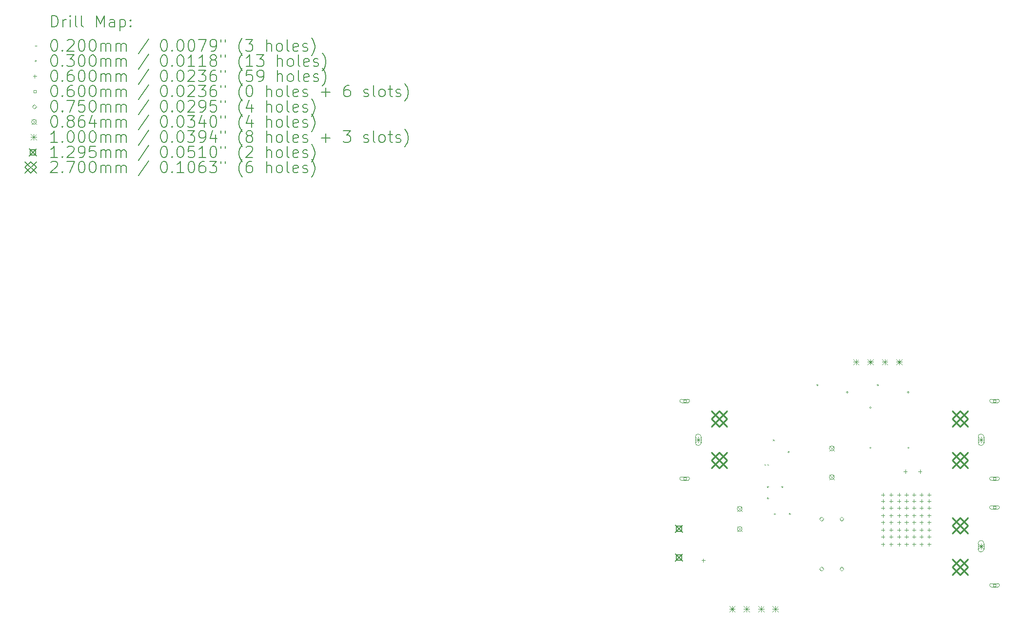
<source format=gbr>
%TF.GenerationSoftware,KiCad,Pcbnew,8.0.6*%
%TF.CreationDate,2025-05-08T15:48:47-04:00*%
%TF.ProjectId,PowerBoard2,506f7765-7242-46f6-9172-64322e6b6963,rev?*%
%TF.SameCoordinates,Original*%
%TF.FileFunction,Drillmap*%
%TF.FilePolarity,Positive*%
%FSLAX45Y45*%
G04 Gerber Fmt 4.5, Leading zero omitted, Abs format (unit mm)*
G04 Created by KiCad (PCBNEW 8.0.6) date 2025-05-08 15:48:47*
%MOMM*%
%LPD*%
G01*
G04 APERTURE LIST*
%ADD10C,0.200000*%
%ADD11C,0.100000*%
%ADD12C,0.129540*%
%ADD13C,0.270000*%
G04 APERTURE END LIST*
D10*
D11*
X12640000Y-7905000D02*
X12660000Y-7925000D01*
X12660000Y-7905000D02*
X12640000Y-7925000D01*
X12690000Y-7905000D02*
X12710000Y-7925000D01*
X12710000Y-7905000D02*
X12690000Y-7925000D01*
X12790000Y-7475000D02*
X12810000Y-7495000D01*
X12810000Y-7475000D02*
X12790000Y-7495000D01*
X12715000Y-8300000D02*
G75*
G02*
X12685000Y-8300000I-15000J0D01*
G01*
X12685000Y-8300000D02*
G75*
G02*
X12715000Y-8300000I15000J0D01*
G01*
X12715000Y-8500000D02*
G75*
G02*
X12685000Y-8500000I-15000J0D01*
G01*
X12685000Y-8500000D02*
G75*
G02*
X12715000Y-8500000I15000J0D01*
G01*
X12835000Y-8772500D02*
G75*
G02*
X12805000Y-8772500I-15000J0D01*
G01*
X12805000Y-8772500D02*
G75*
G02*
X12835000Y-8772500I15000J0D01*
G01*
X12965000Y-8300000D02*
G75*
G02*
X12935000Y-8300000I-15000J0D01*
G01*
X12935000Y-8300000D02*
G75*
G02*
X12965000Y-8300000I15000J0D01*
G01*
X13075000Y-7693750D02*
G75*
G02*
X13045000Y-7693750I-15000J0D01*
G01*
X13045000Y-7693750D02*
G75*
G02*
X13075000Y-7693750I15000J0D01*
G01*
X13095000Y-8770000D02*
G75*
G02*
X13065000Y-8770000I-15000J0D01*
G01*
X13065000Y-8770000D02*
G75*
G02*
X13095000Y-8770000I15000J0D01*
G01*
X13575000Y-6530000D02*
G75*
G02*
X13545000Y-6530000I-15000J0D01*
G01*
X13545000Y-6530000D02*
G75*
G02*
X13575000Y-6530000I15000J0D01*
G01*
X14091480Y-6655000D02*
G75*
G02*
X14061480Y-6655000I-15000J0D01*
G01*
X14061480Y-6655000D02*
G75*
G02*
X14091480Y-6655000I15000J0D01*
G01*
X14494440Y-6920000D02*
G75*
G02*
X14464440Y-6920000I-15000J0D01*
G01*
X14464440Y-6920000D02*
G75*
G02*
X14494440Y-6920000I15000J0D01*
G01*
X14494440Y-7620000D02*
G75*
G02*
X14464440Y-7620000I-15000J0D01*
G01*
X14464440Y-7620000D02*
G75*
G02*
X14494440Y-7620000I15000J0D01*
G01*
X14625000Y-6530000D02*
G75*
G02*
X14595000Y-6530000I-15000J0D01*
G01*
X14595000Y-6530000D02*
G75*
G02*
X14625000Y-6530000I15000J0D01*
G01*
X15151480Y-6655000D02*
G75*
G02*
X15121480Y-6655000I-15000J0D01*
G01*
X15121480Y-6655000D02*
G75*
G02*
X15151480Y-6655000I15000J0D01*
G01*
X15156280Y-7620000D02*
G75*
G02*
X15126280Y-7620000I-15000J0D01*
G01*
X15126280Y-7620000D02*
G75*
G02*
X15156280Y-7620000I15000J0D01*
G01*
X11577010Y-9545000D02*
X11577010Y-9605000D01*
X11547010Y-9575000D02*
X11607010Y-9575000D01*
X14696000Y-8405000D02*
X14696000Y-8465000D01*
X14666000Y-8435000D02*
X14726000Y-8435000D01*
X14696000Y-8515000D02*
X14696000Y-8575000D01*
X14666000Y-8545000D02*
X14726000Y-8545000D01*
X14696000Y-8635000D02*
X14696000Y-8695000D01*
X14666000Y-8665000D02*
X14726000Y-8665000D01*
X14696000Y-8765000D02*
X14696000Y-8825000D01*
X14666000Y-8795000D02*
X14726000Y-8795000D01*
X14696000Y-8885000D02*
X14696000Y-8945000D01*
X14666000Y-8915000D02*
X14726000Y-8915000D01*
X14696000Y-9015000D02*
X14696000Y-9075000D01*
X14666000Y-9045000D02*
X14726000Y-9045000D01*
X14696000Y-9135000D02*
X14696000Y-9195000D01*
X14666000Y-9165000D02*
X14726000Y-9165000D01*
X14696000Y-9265000D02*
X14696000Y-9325000D01*
X14666000Y-9295000D02*
X14726000Y-9295000D01*
X14836000Y-8405000D02*
X14836000Y-8465000D01*
X14806000Y-8435000D02*
X14866000Y-8435000D01*
X14836000Y-8515000D02*
X14836000Y-8575000D01*
X14806000Y-8545000D02*
X14866000Y-8545000D01*
X14836000Y-8635000D02*
X14836000Y-8695000D01*
X14806000Y-8665000D02*
X14866000Y-8665000D01*
X14836000Y-8765000D02*
X14836000Y-8825000D01*
X14806000Y-8795000D02*
X14866000Y-8795000D01*
X14836000Y-8885000D02*
X14836000Y-8945000D01*
X14806000Y-8915000D02*
X14866000Y-8915000D01*
X14836000Y-9015000D02*
X14836000Y-9075000D01*
X14806000Y-9045000D02*
X14866000Y-9045000D01*
X14836000Y-9135000D02*
X14836000Y-9195000D01*
X14806000Y-9165000D02*
X14866000Y-9165000D01*
X14836000Y-9265000D02*
X14836000Y-9325000D01*
X14806000Y-9295000D02*
X14866000Y-9295000D01*
X14976000Y-8405000D02*
X14976000Y-8465000D01*
X14946000Y-8435000D02*
X15006000Y-8435000D01*
X14976000Y-8515000D02*
X14976000Y-8575000D01*
X14946000Y-8545000D02*
X15006000Y-8545000D01*
X14976000Y-8635000D02*
X14976000Y-8695000D01*
X14946000Y-8665000D02*
X15006000Y-8665000D01*
X14976000Y-8765000D02*
X14976000Y-8825000D01*
X14946000Y-8795000D02*
X15006000Y-8795000D01*
X14976000Y-8885000D02*
X14976000Y-8945000D01*
X14946000Y-8915000D02*
X15006000Y-8915000D01*
X14976000Y-9015000D02*
X14976000Y-9075000D01*
X14946000Y-9045000D02*
X15006000Y-9045000D01*
X14976000Y-9135000D02*
X14976000Y-9195000D01*
X14946000Y-9165000D02*
X15006000Y-9165000D01*
X14976000Y-9265000D02*
X14976000Y-9325000D01*
X14946000Y-9295000D02*
X15006000Y-9295000D01*
X15086000Y-8000770D02*
X15086000Y-8060770D01*
X15056000Y-8030770D02*
X15116000Y-8030770D01*
X15106000Y-8405000D02*
X15106000Y-8465000D01*
X15076000Y-8435000D02*
X15136000Y-8435000D01*
X15106000Y-8515000D02*
X15106000Y-8575000D01*
X15076000Y-8545000D02*
X15136000Y-8545000D01*
X15106000Y-8635000D02*
X15106000Y-8695000D01*
X15076000Y-8665000D02*
X15136000Y-8665000D01*
X15106000Y-8765000D02*
X15106000Y-8825000D01*
X15076000Y-8795000D02*
X15136000Y-8795000D01*
X15106000Y-8885000D02*
X15106000Y-8945000D01*
X15076000Y-8915000D02*
X15136000Y-8915000D01*
X15106000Y-9015000D02*
X15106000Y-9075000D01*
X15076000Y-9045000D02*
X15136000Y-9045000D01*
X15106000Y-9135000D02*
X15106000Y-9195000D01*
X15076000Y-9165000D02*
X15136000Y-9165000D01*
X15106000Y-9265000D02*
X15106000Y-9325000D01*
X15076000Y-9295000D02*
X15136000Y-9295000D01*
X15236000Y-8405000D02*
X15236000Y-8465000D01*
X15206000Y-8435000D02*
X15266000Y-8435000D01*
X15236000Y-8515000D02*
X15236000Y-8575000D01*
X15206000Y-8545000D02*
X15266000Y-8545000D01*
X15236000Y-8635000D02*
X15236000Y-8695000D01*
X15206000Y-8665000D02*
X15266000Y-8665000D01*
X15236000Y-8765000D02*
X15236000Y-8825000D01*
X15206000Y-8795000D02*
X15266000Y-8795000D01*
X15236000Y-8885000D02*
X15236000Y-8945000D01*
X15206000Y-8915000D02*
X15266000Y-8915000D01*
X15236000Y-9015000D02*
X15236000Y-9075000D01*
X15206000Y-9045000D02*
X15266000Y-9045000D01*
X15236000Y-9135000D02*
X15236000Y-9195000D01*
X15206000Y-9165000D02*
X15266000Y-9165000D01*
X15236000Y-9265000D02*
X15236000Y-9325000D01*
X15206000Y-9295000D02*
X15266000Y-9295000D01*
X15340000Y-8000770D02*
X15340000Y-8060770D01*
X15310000Y-8030770D02*
X15370000Y-8030770D01*
X15366000Y-8405000D02*
X15366000Y-8465000D01*
X15336000Y-8435000D02*
X15396000Y-8435000D01*
X15366000Y-8515000D02*
X15366000Y-8575000D01*
X15336000Y-8545000D02*
X15396000Y-8545000D01*
X15366000Y-8635000D02*
X15366000Y-8695000D01*
X15336000Y-8665000D02*
X15396000Y-8665000D01*
X15366000Y-8765000D02*
X15366000Y-8825000D01*
X15336000Y-8795000D02*
X15396000Y-8795000D01*
X15366000Y-8885000D02*
X15366000Y-8945000D01*
X15336000Y-8915000D02*
X15396000Y-8915000D01*
X15366000Y-9015000D02*
X15366000Y-9075000D01*
X15336000Y-9045000D02*
X15396000Y-9045000D01*
X15366000Y-9135000D02*
X15366000Y-9195000D01*
X15336000Y-9165000D02*
X15396000Y-9165000D01*
X15366000Y-9265000D02*
X15366000Y-9325000D01*
X15336000Y-9295000D02*
X15396000Y-9295000D01*
X15496000Y-8405000D02*
X15496000Y-8465000D01*
X15466000Y-8435000D02*
X15526000Y-8435000D01*
X15496000Y-8515000D02*
X15496000Y-8575000D01*
X15466000Y-8545000D02*
X15526000Y-8545000D01*
X15496000Y-8635000D02*
X15496000Y-8695000D01*
X15466000Y-8665000D02*
X15526000Y-8665000D01*
X15496000Y-8765000D02*
X15496000Y-8825000D01*
X15466000Y-8795000D02*
X15526000Y-8795000D01*
X15496000Y-8885000D02*
X15496000Y-8945000D01*
X15466000Y-8915000D02*
X15526000Y-8915000D01*
X15496000Y-9015000D02*
X15496000Y-9075000D01*
X15466000Y-9045000D02*
X15526000Y-9045000D01*
X15496000Y-9135000D02*
X15496000Y-9195000D01*
X15466000Y-9165000D02*
X15526000Y-9165000D01*
X15496000Y-9265000D02*
X15496000Y-9325000D01*
X15466000Y-9295000D02*
X15526000Y-9295000D01*
X11276213Y-6826213D02*
X11276213Y-6783787D01*
X11233787Y-6783787D01*
X11233787Y-6826213D01*
X11276213Y-6826213D01*
X11200000Y-6835000D02*
X11310000Y-6835000D01*
X11310000Y-6775000D02*
G75*
G02*
X11310000Y-6835000I0J-30000D01*
G01*
X11310000Y-6775000D02*
X11200000Y-6775000D01*
X11200000Y-6775000D02*
G75*
G03*
X11200000Y-6835000I0J-30000D01*
G01*
X11276213Y-8176213D02*
X11276213Y-8133787D01*
X11233787Y-8133787D01*
X11233787Y-8176213D01*
X11276213Y-8176213D01*
X11200000Y-8185000D02*
X11310000Y-8185000D01*
X11310000Y-8125000D02*
G75*
G02*
X11310000Y-8185000I0J-30000D01*
G01*
X11310000Y-8125000D02*
X11200000Y-8125000D01*
X11200000Y-8125000D02*
G75*
G03*
X11200000Y-8185000I0J-30000D01*
G01*
X16656213Y-6826213D02*
X16656213Y-6783787D01*
X16613787Y-6783787D01*
X16613787Y-6826213D01*
X16656213Y-6826213D01*
X16690000Y-6775000D02*
X16580000Y-6775000D01*
X16580000Y-6835000D02*
G75*
G02*
X16580000Y-6775000I0J30000D01*
G01*
X16580000Y-6835000D02*
X16690000Y-6835000D01*
X16690000Y-6835000D02*
G75*
G03*
X16690000Y-6775000I0J30000D01*
G01*
X16656213Y-8176213D02*
X16656213Y-8133787D01*
X16613787Y-8133787D01*
X16613787Y-8176213D01*
X16656213Y-8176213D01*
X16690000Y-8125000D02*
X16580000Y-8125000D01*
X16580000Y-8185000D02*
G75*
G02*
X16580000Y-8125000I0J30000D01*
G01*
X16580000Y-8185000D02*
X16690000Y-8185000D01*
X16690000Y-8185000D02*
G75*
G03*
X16690000Y-8125000I0J30000D01*
G01*
X16656213Y-8676213D02*
X16656213Y-8633787D01*
X16613787Y-8633787D01*
X16613787Y-8676213D01*
X16656213Y-8676213D01*
X16690000Y-8625000D02*
X16580000Y-8625000D01*
X16580000Y-8685000D02*
G75*
G02*
X16580000Y-8625000I0J30000D01*
G01*
X16580000Y-8685000D02*
X16690000Y-8685000D01*
X16690000Y-8685000D02*
G75*
G03*
X16690000Y-8625000I0J30000D01*
G01*
X16656213Y-10026213D02*
X16656213Y-9983787D01*
X16613787Y-9983787D01*
X16613787Y-10026213D01*
X16656213Y-10026213D01*
X16690000Y-9975000D02*
X16580000Y-9975000D01*
X16580000Y-10035000D02*
G75*
G02*
X16580000Y-9975000I0J30000D01*
G01*
X16580000Y-10035000D02*
X16690000Y-10035000D01*
X16690000Y-10035000D02*
G75*
G03*
X16690000Y-9975000I0J30000D01*
G01*
X13630000Y-8890825D02*
X13667500Y-8853325D01*
X13630000Y-8815825D01*
X13592500Y-8853325D01*
X13630000Y-8890825D01*
X13630000Y-9760825D02*
X13667500Y-9723325D01*
X13630000Y-9685825D01*
X13592500Y-9723325D01*
X13630000Y-9760825D01*
X13980000Y-8890825D02*
X14017500Y-8853325D01*
X13980000Y-8815825D01*
X13942500Y-8853325D01*
X13980000Y-8890825D01*
X13980000Y-9760825D02*
X14017500Y-9723325D01*
X13980000Y-9685825D01*
X13942500Y-9723325D01*
X13980000Y-9760825D01*
X12166820Y-8636820D02*
X12253180Y-8723180D01*
X12253180Y-8636820D02*
X12166820Y-8723180D01*
X12253180Y-8680000D02*
G75*
G02*
X12166820Y-8680000I-43180J0D01*
G01*
X12166820Y-8680000D02*
G75*
G02*
X12253180Y-8680000I43180J0D01*
G01*
X12166820Y-8986820D02*
X12253180Y-9073180D01*
X12253180Y-8986820D02*
X12166820Y-9073180D01*
X12253180Y-9030000D02*
G75*
G02*
X12166820Y-9030000I-43180J0D01*
G01*
X12166820Y-9030000D02*
G75*
G02*
X12253180Y-9030000I43180J0D01*
G01*
X13766820Y-7586820D02*
X13853180Y-7673180D01*
X13853180Y-7586820D02*
X13766820Y-7673180D01*
X13853180Y-7630000D02*
G75*
G02*
X13766820Y-7630000I-43180J0D01*
G01*
X13766820Y-7630000D02*
G75*
G02*
X13853180Y-7630000I43180J0D01*
G01*
X13766820Y-8086820D02*
X13853180Y-8173180D01*
X13853180Y-8086820D02*
X13766820Y-8173180D01*
X13853180Y-8130000D02*
G75*
G02*
X13766820Y-8130000I-43180J0D01*
G01*
X13766820Y-8130000D02*
G75*
G02*
X13853180Y-8130000I43180J0D01*
G01*
X11440000Y-7430000D02*
X11540000Y-7530000D01*
X11540000Y-7430000D02*
X11440000Y-7530000D01*
X11490000Y-7430000D02*
X11490000Y-7530000D01*
X11440000Y-7480000D02*
X11540000Y-7480000D01*
X11540000Y-7530000D02*
X11540000Y-7430000D01*
X11440000Y-7430000D02*
G75*
G02*
X11540000Y-7430000I50000J0D01*
G01*
X11440000Y-7430000D02*
X11440000Y-7530000D01*
X11440000Y-7530000D02*
G75*
G03*
X11540000Y-7530000I50000J0D01*
G01*
X12030000Y-10367500D02*
X12130000Y-10467500D01*
X12130000Y-10367500D02*
X12030000Y-10467500D01*
X12080000Y-10367500D02*
X12080000Y-10467500D01*
X12030000Y-10417500D02*
X12130000Y-10417500D01*
X12280000Y-10367500D02*
X12380000Y-10467500D01*
X12380000Y-10367500D02*
X12280000Y-10467500D01*
X12330000Y-10367500D02*
X12330000Y-10467500D01*
X12280000Y-10417500D02*
X12380000Y-10417500D01*
X12530000Y-10367500D02*
X12630000Y-10467500D01*
X12630000Y-10367500D02*
X12530000Y-10467500D01*
X12580000Y-10367500D02*
X12580000Y-10467500D01*
X12530000Y-10417500D02*
X12630000Y-10417500D01*
X12780000Y-10367500D02*
X12880000Y-10467500D01*
X12880000Y-10367500D02*
X12780000Y-10467500D01*
X12830000Y-10367500D02*
X12830000Y-10467500D01*
X12780000Y-10417500D02*
X12880000Y-10417500D01*
X14180000Y-6080000D02*
X14280000Y-6180000D01*
X14280000Y-6080000D02*
X14180000Y-6180000D01*
X14230000Y-6080000D02*
X14230000Y-6180000D01*
X14180000Y-6130000D02*
X14280000Y-6130000D01*
X14430000Y-6080000D02*
X14530000Y-6180000D01*
X14530000Y-6080000D02*
X14430000Y-6180000D01*
X14480000Y-6080000D02*
X14480000Y-6180000D01*
X14430000Y-6130000D02*
X14530000Y-6130000D01*
X14680000Y-6080000D02*
X14780000Y-6180000D01*
X14780000Y-6080000D02*
X14680000Y-6180000D01*
X14730000Y-6080000D02*
X14730000Y-6180000D01*
X14680000Y-6130000D02*
X14780000Y-6130000D01*
X14930000Y-6080000D02*
X15030000Y-6180000D01*
X15030000Y-6080000D02*
X14930000Y-6180000D01*
X14980000Y-6080000D02*
X14980000Y-6180000D01*
X14930000Y-6130000D02*
X15030000Y-6130000D01*
X16350000Y-7430000D02*
X16450000Y-7530000D01*
X16450000Y-7430000D02*
X16350000Y-7530000D01*
X16400000Y-7430000D02*
X16400000Y-7530000D01*
X16350000Y-7480000D02*
X16450000Y-7480000D01*
X16350000Y-7430000D02*
X16350000Y-7530000D01*
X16450000Y-7530000D02*
G75*
G02*
X16350000Y-7530000I-50000J0D01*
G01*
X16450000Y-7530000D02*
X16450000Y-7430000D01*
X16450000Y-7430000D02*
G75*
G03*
X16350000Y-7430000I-50000J0D01*
G01*
X16350000Y-9280000D02*
X16450000Y-9380000D01*
X16450000Y-9280000D02*
X16350000Y-9380000D01*
X16400000Y-9280000D02*
X16400000Y-9380000D01*
X16350000Y-9330000D02*
X16450000Y-9330000D01*
X16350000Y-9280000D02*
X16350000Y-9380000D01*
X16450000Y-9380000D02*
G75*
G02*
X16350000Y-9380000I-50000J0D01*
G01*
X16450000Y-9380000D02*
X16450000Y-9280000D01*
X16450000Y-9280000D02*
G75*
G03*
X16350000Y-9280000I-50000J0D01*
G01*
D12*
X11092240Y-8960230D02*
X11221780Y-9089770D01*
X11221780Y-8960230D02*
X11092240Y-9089770D01*
X11202810Y-9070800D02*
X11202810Y-8979201D01*
X11111211Y-8979201D01*
X11111211Y-9070800D01*
X11202810Y-9070800D01*
X11092240Y-9460230D02*
X11221780Y-9589770D01*
X11221780Y-9460230D02*
X11092240Y-9589770D01*
X11202810Y-9570800D02*
X11202810Y-9479201D01*
X11111211Y-9479201D01*
X11111211Y-9570800D01*
X11202810Y-9570800D01*
D13*
X11720000Y-6985000D02*
X11990000Y-7255000D01*
X11990000Y-6985000D02*
X11720000Y-7255000D01*
X11855000Y-7255000D02*
X11990000Y-7120000D01*
X11855000Y-6985000D01*
X11720000Y-7120000D01*
X11855000Y-7255000D01*
X11720000Y-7705000D02*
X11990000Y-7975000D01*
X11990000Y-7705000D02*
X11720000Y-7975000D01*
X11855000Y-7975000D02*
X11990000Y-7840000D01*
X11855000Y-7705000D01*
X11720000Y-7840000D01*
X11855000Y-7975000D01*
X15900000Y-6985000D02*
X16170000Y-7255000D01*
X16170000Y-6985000D02*
X15900000Y-7255000D01*
X16035000Y-7255000D02*
X16170000Y-7120000D01*
X16035000Y-6985000D01*
X15900000Y-7120000D01*
X16035000Y-7255000D01*
X15900000Y-7705000D02*
X16170000Y-7975000D01*
X16170000Y-7705000D02*
X15900000Y-7975000D01*
X16035000Y-7975000D02*
X16170000Y-7840000D01*
X16035000Y-7705000D01*
X15900000Y-7840000D01*
X16035000Y-7975000D01*
X15900000Y-8835000D02*
X16170000Y-9105000D01*
X16170000Y-8835000D02*
X15900000Y-9105000D01*
X16035000Y-9105000D02*
X16170000Y-8970000D01*
X16035000Y-8835000D01*
X15900000Y-8970000D01*
X16035000Y-9105000D01*
X15900000Y-9555000D02*
X16170000Y-9825000D01*
X16170000Y-9555000D02*
X15900000Y-9825000D01*
X16035000Y-9825000D02*
X16170000Y-9690000D01*
X16035000Y-9555000D01*
X15900000Y-9690000D01*
X16035000Y-9825000D01*
D10*
X260777Y-311484D02*
X260777Y-111484D01*
X260777Y-111484D02*
X308396Y-111484D01*
X308396Y-111484D02*
X336967Y-121008D01*
X336967Y-121008D02*
X356015Y-140055D01*
X356015Y-140055D02*
X365539Y-159103D01*
X365539Y-159103D02*
X375062Y-197198D01*
X375062Y-197198D02*
X375062Y-225769D01*
X375062Y-225769D02*
X365539Y-263865D01*
X365539Y-263865D02*
X356015Y-282912D01*
X356015Y-282912D02*
X336967Y-301960D01*
X336967Y-301960D02*
X308396Y-311484D01*
X308396Y-311484D02*
X260777Y-311484D01*
X460777Y-311484D02*
X460777Y-178150D01*
X460777Y-216246D02*
X470301Y-197198D01*
X470301Y-197198D02*
X479824Y-187674D01*
X479824Y-187674D02*
X498872Y-178150D01*
X498872Y-178150D02*
X517920Y-178150D01*
X584586Y-311484D02*
X584586Y-178150D01*
X584586Y-111484D02*
X575063Y-121008D01*
X575063Y-121008D02*
X584586Y-130531D01*
X584586Y-130531D02*
X594110Y-121008D01*
X594110Y-121008D02*
X584586Y-111484D01*
X584586Y-111484D02*
X584586Y-130531D01*
X708396Y-311484D02*
X689348Y-301960D01*
X689348Y-301960D02*
X679824Y-282912D01*
X679824Y-282912D02*
X679824Y-111484D01*
X813158Y-311484D02*
X794110Y-301960D01*
X794110Y-301960D02*
X784586Y-282912D01*
X784586Y-282912D02*
X784586Y-111484D01*
X1041729Y-311484D02*
X1041729Y-111484D01*
X1041729Y-111484D02*
X1108396Y-254341D01*
X1108396Y-254341D02*
X1175063Y-111484D01*
X1175063Y-111484D02*
X1175063Y-311484D01*
X1356015Y-311484D02*
X1356015Y-206722D01*
X1356015Y-206722D02*
X1346491Y-187674D01*
X1346491Y-187674D02*
X1327444Y-178150D01*
X1327444Y-178150D02*
X1289348Y-178150D01*
X1289348Y-178150D02*
X1270301Y-187674D01*
X1356015Y-301960D02*
X1336967Y-311484D01*
X1336967Y-311484D02*
X1289348Y-311484D01*
X1289348Y-311484D02*
X1270301Y-301960D01*
X1270301Y-301960D02*
X1260777Y-282912D01*
X1260777Y-282912D02*
X1260777Y-263865D01*
X1260777Y-263865D02*
X1270301Y-244817D01*
X1270301Y-244817D02*
X1289348Y-235293D01*
X1289348Y-235293D02*
X1336967Y-235293D01*
X1336967Y-235293D02*
X1356015Y-225769D01*
X1451253Y-178150D02*
X1451253Y-378150D01*
X1451253Y-187674D02*
X1470301Y-178150D01*
X1470301Y-178150D02*
X1508396Y-178150D01*
X1508396Y-178150D02*
X1527443Y-187674D01*
X1527443Y-187674D02*
X1536967Y-197198D01*
X1536967Y-197198D02*
X1546491Y-216246D01*
X1546491Y-216246D02*
X1546491Y-273389D01*
X1546491Y-273389D02*
X1536967Y-292436D01*
X1536967Y-292436D02*
X1527443Y-301960D01*
X1527443Y-301960D02*
X1508396Y-311484D01*
X1508396Y-311484D02*
X1470301Y-311484D01*
X1470301Y-311484D02*
X1451253Y-301960D01*
X1632205Y-292436D02*
X1641729Y-301960D01*
X1641729Y-301960D02*
X1632205Y-311484D01*
X1632205Y-311484D02*
X1622682Y-301960D01*
X1622682Y-301960D02*
X1632205Y-292436D01*
X1632205Y-292436D02*
X1632205Y-311484D01*
X1632205Y-187674D02*
X1641729Y-197198D01*
X1641729Y-197198D02*
X1632205Y-206722D01*
X1632205Y-206722D02*
X1622682Y-197198D01*
X1622682Y-197198D02*
X1632205Y-187674D01*
X1632205Y-187674D02*
X1632205Y-206722D01*
D11*
X-20000Y-630000D02*
X0Y-650000D01*
X0Y-630000D02*
X-20000Y-650000D01*
D10*
X298872Y-531484D02*
X317920Y-531484D01*
X317920Y-531484D02*
X336967Y-541008D01*
X336967Y-541008D02*
X346491Y-550531D01*
X346491Y-550531D02*
X356015Y-569579D01*
X356015Y-569579D02*
X365539Y-607674D01*
X365539Y-607674D02*
X365539Y-655293D01*
X365539Y-655293D02*
X356015Y-693389D01*
X356015Y-693389D02*
X346491Y-712436D01*
X346491Y-712436D02*
X336967Y-721960D01*
X336967Y-721960D02*
X317920Y-731484D01*
X317920Y-731484D02*
X298872Y-731484D01*
X298872Y-731484D02*
X279824Y-721960D01*
X279824Y-721960D02*
X270301Y-712436D01*
X270301Y-712436D02*
X260777Y-693389D01*
X260777Y-693389D02*
X251253Y-655293D01*
X251253Y-655293D02*
X251253Y-607674D01*
X251253Y-607674D02*
X260777Y-569579D01*
X260777Y-569579D02*
X270301Y-550531D01*
X270301Y-550531D02*
X279824Y-541008D01*
X279824Y-541008D02*
X298872Y-531484D01*
X451253Y-712436D02*
X460777Y-721960D01*
X460777Y-721960D02*
X451253Y-731484D01*
X451253Y-731484D02*
X441729Y-721960D01*
X441729Y-721960D02*
X451253Y-712436D01*
X451253Y-712436D02*
X451253Y-731484D01*
X536967Y-550531D02*
X546491Y-541008D01*
X546491Y-541008D02*
X565539Y-531484D01*
X565539Y-531484D02*
X613158Y-531484D01*
X613158Y-531484D02*
X632205Y-541008D01*
X632205Y-541008D02*
X641729Y-550531D01*
X641729Y-550531D02*
X651253Y-569579D01*
X651253Y-569579D02*
X651253Y-588627D01*
X651253Y-588627D02*
X641729Y-617198D01*
X641729Y-617198D02*
X527444Y-731484D01*
X527444Y-731484D02*
X651253Y-731484D01*
X775062Y-531484D02*
X794110Y-531484D01*
X794110Y-531484D02*
X813158Y-541008D01*
X813158Y-541008D02*
X822682Y-550531D01*
X822682Y-550531D02*
X832205Y-569579D01*
X832205Y-569579D02*
X841729Y-607674D01*
X841729Y-607674D02*
X841729Y-655293D01*
X841729Y-655293D02*
X832205Y-693389D01*
X832205Y-693389D02*
X822682Y-712436D01*
X822682Y-712436D02*
X813158Y-721960D01*
X813158Y-721960D02*
X794110Y-731484D01*
X794110Y-731484D02*
X775062Y-731484D01*
X775062Y-731484D02*
X756015Y-721960D01*
X756015Y-721960D02*
X746491Y-712436D01*
X746491Y-712436D02*
X736967Y-693389D01*
X736967Y-693389D02*
X727443Y-655293D01*
X727443Y-655293D02*
X727443Y-607674D01*
X727443Y-607674D02*
X736967Y-569579D01*
X736967Y-569579D02*
X746491Y-550531D01*
X746491Y-550531D02*
X756015Y-541008D01*
X756015Y-541008D02*
X775062Y-531484D01*
X965539Y-531484D02*
X984586Y-531484D01*
X984586Y-531484D02*
X1003634Y-541008D01*
X1003634Y-541008D02*
X1013158Y-550531D01*
X1013158Y-550531D02*
X1022682Y-569579D01*
X1022682Y-569579D02*
X1032205Y-607674D01*
X1032205Y-607674D02*
X1032205Y-655293D01*
X1032205Y-655293D02*
X1022682Y-693389D01*
X1022682Y-693389D02*
X1013158Y-712436D01*
X1013158Y-712436D02*
X1003634Y-721960D01*
X1003634Y-721960D02*
X984586Y-731484D01*
X984586Y-731484D02*
X965539Y-731484D01*
X965539Y-731484D02*
X946491Y-721960D01*
X946491Y-721960D02*
X936967Y-712436D01*
X936967Y-712436D02*
X927443Y-693389D01*
X927443Y-693389D02*
X917920Y-655293D01*
X917920Y-655293D02*
X917920Y-607674D01*
X917920Y-607674D02*
X927443Y-569579D01*
X927443Y-569579D02*
X936967Y-550531D01*
X936967Y-550531D02*
X946491Y-541008D01*
X946491Y-541008D02*
X965539Y-531484D01*
X1117920Y-731484D02*
X1117920Y-598150D01*
X1117920Y-617198D02*
X1127444Y-607674D01*
X1127444Y-607674D02*
X1146491Y-598150D01*
X1146491Y-598150D02*
X1175063Y-598150D01*
X1175063Y-598150D02*
X1194110Y-607674D01*
X1194110Y-607674D02*
X1203634Y-626722D01*
X1203634Y-626722D02*
X1203634Y-731484D01*
X1203634Y-626722D02*
X1213158Y-607674D01*
X1213158Y-607674D02*
X1232205Y-598150D01*
X1232205Y-598150D02*
X1260777Y-598150D01*
X1260777Y-598150D02*
X1279825Y-607674D01*
X1279825Y-607674D02*
X1289348Y-626722D01*
X1289348Y-626722D02*
X1289348Y-731484D01*
X1384586Y-731484D02*
X1384586Y-598150D01*
X1384586Y-617198D02*
X1394110Y-607674D01*
X1394110Y-607674D02*
X1413158Y-598150D01*
X1413158Y-598150D02*
X1441729Y-598150D01*
X1441729Y-598150D02*
X1460777Y-607674D01*
X1460777Y-607674D02*
X1470301Y-626722D01*
X1470301Y-626722D02*
X1470301Y-731484D01*
X1470301Y-626722D02*
X1479824Y-607674D01*
X1479824Y-607674D02*
X1498872Y-598150D01*
X1498872Y-598150D02*
X1527443Y-598150D01*
X1527443Y-598150D02*
X1546491Y-607674D01*
X1546491Y-607674D02*
X1556015Y-626722D01*
X1556015Y-626722D02*
X1556015Y-731484D01*
X1946491Y-521960D02*
X1775063Y-779103D01*
X2203634Y-531484D02*
X2222682Y-531484D01*
X2222682Y-531484D02*
X2241729Y-541008D01*
X2241729Y-541008D02*
X2251253Y-550531D01*
X2251253Y-550531D02*
X2260777Y-569579D01*
X2260777Y-569579D02*
X2270301Y-607674D01*
X2270301Y-607674D02*
X2270301Y-655293D01*
X2270301Y-655293D02*
X2260777Y-693389D01*
X2260777Y-693389D02*
X2251253Y-712436D01*
X2251253Y-712436D02*
X2241729Y-721960D01*
X2241729Y-721960D02*
X2222682Y-731484D01*
X2222682Y-731484D02*
X2203634Y-731484D01*
X2203634Y-731484D02*
X2184587Y-721960D01*
X2184587Y-721960D02*
X2175063Y-712436D01*
X2175063Y-712436D02*
X2165539Y-693389D01*
X2165539Y-693389D02*
X2156015Y-655293D01*
X2156015Y-655293D02*
X2156015Y-607674D01*
X2156015Y-607674D02*
X2165539Y-569579D01*
X2165539Y-569579D02*
X2175063Y-550531D01*
X2175063Y-550531D02*
X2184587Y-541008D01*
X2184587Y-541008D02*
X2203634Y-531484D01*
X2356015Y-712436D02*
X2365539Y-721960D01*
X2365539Y-721960D02*
X2356015Y-731484D01*
X2356015Y-731484D02*
X2346491Y-721960D01*
X2346491Y-721960D02*
X2356015Y-712436D01*
X2356015Y-712436D02*
X2356015Y-731484D01*
X2489348Y-531484D02*
X2508396Y-531484D01*
X2508396Y-531484D02*
X2527444Y-541008D01*
X2527444Y-541008D02*
X2536968Y-550531D01*
X2536968Y-550531D02*
X2546491Y-569579D01*
X2546491Y-569579D02*
X2556015Y-607674D01*
X2556015Y-607674D02*
X2556015Y-655293D01*
X2556015Y-655293D02*
X2546491Y-693389D01*
X2546491Y-693389D02*
X2536968Y-712436D01*
X2536968Y-712436D02*
X2527444Y-721960D01*
X2527444Y-721960D02*
X2508396Y-731484D01*
X2508396Y-731484D02*
X2489348Y-731484D01*
X2489348Y-731484D02*
X2470301Y-721960D01*
X2470301Y-721960D02*
X2460777Y-712436D01*
X2460777Y-712436D02*
X2451253Y-693389D01*
X2451253Y-693389D02*
X2441729Y-655293D01*
X2441729Y-655293D02*
X2441729Y-607674D01*
X2441729Y-607674D02*
X2451253Y-569579D01*
X2451253Y-569579D02*
X2460777Y-550531D01*
X2460777Y-550531D02*
X2470301Y-541008D01*
X2470301Y-541008D02*
X2489348Y-531484D01*
X2679825Y-531484D02*
X2698872Y-531484D01*
X2698872Y-531484D02*
X2717920Y-541008D01*
X2717920Y-541008D02*
X2727444Y-550531D01*
X2727444Y-550531D02*
X2736968Y-569579D01*
X2736968Y-569579D02*
X2746491Y-607674D01*
X2746491Y-607674D02*
X2746491Y-655293D01*
X2746491Y-655293D02*
X2736968Y-693389D01*
X2736968Y-693389D02*
X2727444Y-712436D01*
X2727444Y-712436D02*
X2717920Y-721960D01*
X2717920Y-721960D02*
X2698872Y-731484D01*
X2698872Y-731484D02*
X2679825Y-731484D01*
X2679825Y-731484D02*
X2660777Y-721960D01*
X2660777Y-721960D02*
X2651253Y-712436D01*
X2651253Y-712436D02*
X2641729Y-693389D01*
X2641729Y-693389D02*
X2632206Y-655293D01*
X2632206Y-655293D02*
X2632206Y-607674D01*
X2632206Y-607674D02*
X2641729Y-569579D01*
X2641729Y-569579D02*
X2651253Y-550531D01*
X2651253Y-550531D02*
X2660777Y-541008D01*
X2660777Y-541008D02*
X2679825Y-531484D01*
X2813158Y-531484D02*
X2946491Y-531484D01*
X2946491Y-531484D02*
X2860777Y-731484D01*
X3032206Y-731484D02*
X3070301Y-731484D01*
X3070301Y-731484D02*
X3089348Y-721960D01*
X3089348Y-721960D02*
X3098872Y-712436D01*
X3098872Y-712436D02*
X3117920Y-683865D01*
X3117920Y-683865D02*
X3127444Y-645770D01*
X3127444Y-645770D02*
X3127444Y-569579D01*
X3127444Y-569579D02*
X3117920Y-550531D01*
X3117920Y-550531D02*
X3108396Y-541008D01*
X3108396Y-541008D02*
X3089348Y-531484D01*
X3089348Y-531484D02*
X3051253Y-531484D01*
X3051253Y-531484D02*
X3032206Y-541008D01*
X3032206Y-541008D02*
X3022682Y-550531D01*
X3022682Y-550531D02*
X3013158Y-569579D01*
X3013158Y-569579D02*
X3013158Y-617198D01*
X3013158Y-617198D02*
X3022682Y-636246D01*
X3022682Y-636246D02*
X3032206Y-645770D01*
X3032206Y-645770D02*
X3051253Y-655293D01*
X3051253Y-655293D02*
X3089348Y-655293D01*
X3089348Y-655293D02*
X3108396Y-645770D01*
X3108396Y-645770D02*
X3117920Y-636246D01*
X3117920Y-636246D02*
X3127444Y-617198D01*
X3203634Y-531484D02*
X3203634Y-569579D01*
X3279825Y-531484D02*
X3279825Y-569579D01*
X3575063Y-807674D02*
X3565539Y-798150D01*
X3565539Y-798150D02*
X3546491Y-769579D01*
X3546491Y-769579D02*
X3536968Y-750531D01*
X3536968Y-750531D02*
X3527444Y-721960D01*
X3527444Y-721960D02*
X3517920Y-674341D01*
X3517920Y-674341D02*
X3517920Y-636246D01*
X3517920Y-636246D02*
X3527444Y-588627D01*
X3527444Y-588627D02*
X3536968Y-560055D01*
X3536968Y-560055D02*
X3546491Y-541008D01*
X3546491Y-541008D02*
X3565539Y-512436D01*
X3565539Y-512436D02*
X3575063Y-502912D01*
X3632206Y-531484D02*
X3756015Y-531484D01*
X3756015Y-531484D02*
X3689348Y-607674D01*
X3689348Y-607674D02*
X3717920Y-607674D01*
X3717920Y-607674D02*
X3736968Y-617198D01*
X3736968Y-617198D02*
X3746491Y-626722D01*
X3746491Y-626722D02*
X3756015Y-645770D01*
X3756015Y-645770D02*
X3756015Y-693389D01*
X3756015Y-693389D02*
X3746491Y-712436D01*
X3746491Y-712436D02*
X3736968Y-721960D01*
X3736968Y-721960D02*
X3717920Y-731484D01*
X3717920Y-731484D02*
X3660777Y-731484D01*
X3660777Y-731484D02*
X3641729Y-721960D01*
X3641729Y-721960D02*
X3632206Y-712436D01*
X3994110Y-731484D02*
X3994110Y-531484D01*
X4079825Y-731484D02*
X4079825Y-626722D01*
X4079825Y-626722D02*
X4070301Y-607674D01*
X4070301Y-607674D02*
X4051253Y-598150D01*
X4051253Y-598150D02*
X4022682Y-598150D01*
X4022682Y-598150D02*
X4003634Y-607674D01*
X4003634Y-607674D02*
X3994110Y-617198D01*
X4203634Y-731484D02*
X4184587Y-721960D01*
X4184587Y-721960D02*
X4175063Y-712436D01*
X4175063Y-712436D02*
X4165539Y-693389D01*
X4165539Y-693389D02*
X4165539Y-636246D01*
X4165539Y-636246D02*
X4175063Y-617198D01*
X4175063Y-617198D02*
X4184587Y-607674D01*
X4184587Y-607674D02*
X4203634Y-598150D01*
X4203634Y-598150D02*
X4232206Y-598150D01*
X4232206Y-598150D02*
X4251253Y-607674D01*
X4251253Y-607674D02*
X4260777Y-617198D01*
X4260777Y-617198D02*
X4270301Y-636246D01*
X4270301Y-636246D02*
X4270301Y-693389D01*
X4270301Y-693389D02*
X4260777Y-712436D01*
X4260777Y-712436D02*
X4251253Y-721960D01*
X4251253Y-721960D02*
X4232206Y-731484D01*
X4232206Y-731484D02*
X4203634Y-731484D01*
X4384587Y-731484D02*
X4365539Y-721960D01*
X4365539Y-721960D02*
X4356015Y-702912D01*
X4356015Y-702912D02*
X4356015Y-531484D01*
X4536968Y-721960D02*
X4517920Y-731484D01*
X4517920Y-731484D02*
X4479825Y-731484D01*
X4479825Y-731484D02*
X4460777Y-721960D01*
X4460777Y-721960D02*
X4451253Y-702912D01*
X4451253Y-702912D02*
X4451253Y-626722D01*
X4451253Y-626722D02*
X4460777Y-607674D01*
X4460777Y-607674D02*
X4479825Y-598150D01*
X4479825Y-598150D02*
X4517920Y-598150D01*
X4517920Y-598150D02*
X4536968Y-607674D01*
X4536968Y-607674D02*
X4546492Y-626722D01*
X4546492Y-626722D02*
X4546492Y-645770D01*
X4546492Y-645770D02*
X4451253Y-664817D01*
X4622682Y-721960D02*
X4641730Y-731484D01*
X4641730Y-731484D02*
X4679825Y-731484D01*
X4679825Y-731484D02*
X4698873Y-721960D01*
X4698873Y-721960D02*
X4708396Y-702912D01*
X4708396Y-702912D02*
X4708396Y-693389D01*
X4708396Y-693389D02*
X4698873Y-674341D01*
X4698873Y-674341D02*
X4679825Y-664817D01*
X4679825Y-664817D02*
X4651253Y-664817D01*
X4651253Y-664817D02*
X4632206Y-655293D01*
X4632206Y-655293D02*
X4622682Y-636246D01*
X4622682Y-636246D02*
X4622682Y-626722D01*
X4622682Y-626722D02*
X4632206Y-607674D01*
X4632206Y-607674D02*
X4651253Y-598150D01*
X4651253Y-598150D02*
X4679825Y-598150D01*
X4679825Y-598150D02*
X4698873Y-607674D01*
X4775063Y-807674D02*
X4784587Y-798150D01*
X4784587Y-798150D02*
X4803634Y-769579D01*
X4803634Y-769579D02*
X4813158Y-750531D01*
X4813158Y-750531D02*
X4822682Y-721960D01*
X4822682Y-721960D02*
X4832206Y-674341D01*
X4832206Y-674341D02*
X4832206Y-636246D01*
X4832206Y-636246D02*
X4822682Y-588627D01*
X4822682Y-588627D02*
X4813158Y-560055D01*
X4813158Y-560055D02*
X4803634Y-541008D01*
X4803634Y-541008D02*
X4784587Y-512436D01*
X4784587Y-512436D02*
X4775063Y-502912D01*
D11*
X0Y-904000D02*
G75*
G02*
X-30000Y-904000I-15000J0D01*
G01*
X-30000Y-904000D02*
G75*
G02*
X0Y-904000I15000J0D01*
G01*
D10*
X298872Y-795484D02*
X317920Y-795484D01*
X317920Y-795484D02*
X336967Y-805008D01*
X336967Y-805008D02*
X346491Y-814531D01*
X346491Y-814531D02*
X356015Y-833579D01*
X356015Y-833579D02*
X365539Y-871674D01*
X365539Y-871674D02*
X365539Y-919293D01*
X365539Y-919293D02*
X356015Y-957388D01*
X356015Y-957388D02*
X346491Y-976436D01*
X346491Y-976436D02*
X336967Y-985960D01*
X336967Y-985960D02*
X317920Y-995484D01*
X317920Y-995484D02*
X298872Y-995484D01*
X298872Y-995484D02*
X279824Y-985960D01*
X279824Y-985960D02*
X270301Y-976436D01*
X270301Y-976436D02*
X260777Y-957388D01*
X260777Y-957388D02*
X251253Y-919293D01*
X251253Y-919293D02*
X251253Y-871674D01*
X251253Y-871674D02*
X260777Y-833579D01*
X260777Y-833579D02*
X270301Y-814531D01*
X270301Y-814531D02*
X279824Y-805008D01*
X279824Y-805008D02*
X298872Y-795484D01*
X451253Y-976436D02*
X460777Y-985960D01*
X460777Y-985960D02*
X451253Y-995484D01*
X451253Y-995484D02*
X441729Y-985960D01*
X441729Y-985960D02*
X451253Y-976436D01*
X451253Y-976436D02*
X451253Y-995484D01*
X527444Y-795484D02*
X651253Y-795484D01*
X651253Y-795484D02*
X584586Y-871674D01*
X584586Y-871674D02*
X613158Y-871674D01*
X613158Y-871674D02*
X632205Y-881198D01*
X632205Y-881198D02*
X641729Y-890722D01*
X641729Y-890722D02*
X651253Y-909769D01*
X651253Y-909769D02*
X651253Y-957388D01*
X651253Y-957388D02*
X641729Y-976436D01*
X641729Y-976436D02*
X632205Y-985960D01*
X632205Y-985960D02*
X613158Y-995484D01*
X613158Y-995484D02*
X556015Y-995484D01*
X556015Y-995484D02*
X536967Y-985960D01*
X536967Y-985960D02*
X527444Y-976436D01*
X775062Y-795484D02*
X794110Y-795484D01*
X794110Y-795484D02*
X813158Y-805008D01*
X813158Y-805008D02*
X822682Y-814531D01*
X822682Y-814531D02*
X832205Y-833579D01*
X832205Y-833579D02*
X841729Y-871674D01*
X841729Y-871674D02*
X841729Y-919293D01*
X841729Y-919293D02*
X832205Y-957388D01*
X832205Y-957388D02*
X822682Y-976436D01*
X822682Y-976436D02*
X813158Y-985960D01*
X813158Y-985960D02*
X794110Y-995484D01*
X794110Y-995484D02*
X775062Y-995484D01*
X775062Y-995484D02*
X756015Y-985960D01*
X756015Y-985960D02*
X746491Y-976436D01*
X746491Y-976436D02*
X736967Y-957388D01*
X736967Y-957388D02*
X727443Y-919293D01*
X727443Y-919293D02*
X727443Y-871674D01*
X727443Y-871674D02*
X736967Y-833579D01*
X736967Y-833579D02*
X746491Y-814531D01*
X746491Y-814531D02*
X756015Y-805008D01*
X756015Y-805008D02*
X775062Y-795484D01*
X965539Y-795484D02*
X984586Y-795484D01*
X984586Y-795484D02*
X1003634Y-805008D01*
X1003634Y-805008D02*
X1013158Y-814531D01*
X1013158Y-814531D02*
X1022682Y-833579D01*
X1022682Y-833579D02*
X1032205Y-871674D01*
X1032205Y-871674D02*
X1032205Y-919293D01*
X1032205Y-919293D02*
X1022682Y-957388D01*
X1022682Y-957388D02*
X1013158Y-976436D01*
X1013158Y-976436D02*
X1003634Y-985960D01*
X1003634Y-985960D02*
X984586Y-995484D01*
X984586Y-995484D02*
X965539Y-995484D01*
X965539Y-995484D02*
X946491Y-985960D01*
X946491Y-985960D02*
X936967Y-976436D01*
X936967Y-976436D02*
X927443Y-957388D01*
X927443Y-957388D02*
X917920Y-919293D01*
X917920Y-919293D02*
X917920Y-871674D01*
X917920Y-871674D02*
X927443Y-833579D01*
X927443Y-833579D02*
X936967Y-814531D01*
X936967Y-814531D02*
X946491Y-805008D01*
X946491Y-805008D02*
X965539Y-795484D01*
X1117920Y-995484D02*
X1117920Y-862150D01*
X1117920Y-881198D02*
X1127444Y-871674D01*
X1127444Y-871674D02*
X1146491Y-862150D01*
X1146491Y-862150D02*
X1175063Y-862150D01*
X1175063Y-862150D02*
X1194110Y-871674D01*
X1194110Y-871674D02*
X1203634Y-890722D01*
X1203634Y-890722D02*
X1203634Y-995484D01*
X1203634Y-890722D02*
X1213158Y-871674D01*
X1213158Y-871674D02*
X1232205Y-862150D01*
X1232205Y-862150D02*
X1260777Y-862150D01*
X1260777Y-862150D02*
X1279825Y-871674D01*
X1279825Y-871674D02*
X1289348Y-890722D01*
X1289348Y-890722D02*
X1289348Y-995484D01*
X1384586Y-995484D02*
X1384586Y-862150D01*
X1384586Y-881198D02*
X1394110Y-871674D01*
X1394110Y-871674D02*
X1413158Y-862150D01*
X1413158Y-862150D02*
X1441729Y-862150D01*
X1441729Y-862150D02*
X1460777Y-871674D01*
X1460777Y-871674D02*
X1470301Y-890722D01*
X1470301Y-890722D02*
X1470301Y-995484D01*
X1470301Y-890722D02*
X1479824Y-871674D01*
X1479824Y-871674D02*
X1498872Y-862150D01*
X1498872Y-862150D02*
X1527443Y-862150D01*
X1527443Y-862150D02*
X1546491Y-871674D01*
X1546491Y-871674D02*
X1556015Y-890722D01*
X1556015Y-890722D02*
X1556015Y-995484D01*
X1946491Y-785960D02*
X1775063Y-1043103D01*
X2203634Y-795484D02*
X2222682Y-795484D01*
X2222682Y-795484D02*
X2241729Y-805008D01*
X2241729Y-805008D02*
X2251253Y-814531D01*
X2251253Y-814531D02*
X2260777Y-833579D01*
X2260777Y-833579D02*
X2270301Y-871674D01*
X2270301Y-871674D02*
X2270301Y-919293D01*
X2270301Y-919293D02*
X2260777Y-957388D01*
X2260777Y-957388D02*
X2251253Y-976436D01*
X2251253Y-976436D02*
X2241729Y-985960D01*
X2241729Y-985960D02*
X2222682Y-995484D01*
X2222682Y-995484D02*
X2203634Y-995484D01*
X2203634Y-995484D02*
X2184587Y-985960D01*
X2184587Y-985960D02*
X2175063Y-976436D01*
X2175063Y-976436D02*
X2165539Y-957388D01*
X2165539Y-957388D02*
X2156015Y-919293D01*
X2156015Y-919293D02*
X2156015Y-871674D01*
X2156015Y-871674D02*
X2165539Y-833579D01*
X2165539Y-833579D02*
X2175063Y-814531D01*
X2175063Y-814531D02*
X2184587Y-805008D01*
X2184587Y-805008D02*
X2203634Y-795484D01*
X2356015Y-976436D02*
X2365539Y-985960D01*
X2365539Y-985960D02*
X2356015Y-995484D01*
X2356015Y-995484D02*
X2346491Y-985960D01*
X2346491Y-985960D02*
X2356015Y-976436D01*
X2356015Y-976436D02*
X2356015Y-995484D01*
X2489348Y-795484D02*
X2508396Y-795484D01*
X2508396Y-795484D02*
X2527444Y-805008D01*
X2527444Y-805008D02*
X2536968Y-814531D01*
X2536968Y-814531D02*
X2546491Y-833579D01*
X2546491Y-833579D02*
X2556015Y-871674D01*
X2556015Y-871674D02*
X2556015Y-919293D01*
X2556015Y-919293D02*
X2546491Y-957388D01*
X2546491Y-957388D02*
X2536968Y-976436D01*
X2536968Y-976436D02*
X2527444Y-985960D01*
X2527444Y-985960D02*
X2508396Y-995484D01*
X2508396Y-995484D02*
X2489348Y-995484D01*
X2489348Y-995484D02*
X2470301Y-985960D01*
X2470301Y-985960D02*
X2460777Y-976436D01*
X2460777Y-976436D02*
X2451253Y-957388D01*
X2451253Y-957388D02*
X2441729Y-919293D01*
X2441729Y-919293D02*
X2441729Y-871674D01*
X2441729Y-871674D02*
X2451253Y-833579D01*
X2451253Y-833579D02*
X2460777Y-814531D01*
X2460777Y-814531D02*
X2470301Y-805008D01*
X2470301Y-805008D02*
X2489348Y-795484D01*
X2746491Y-995484D02*
X2632206Y-995484D01*
X2689348Y-995484D02*
X2689348Y-795484D01*
X2689348Y-795484D02*
X2670301Y-824055D01*
X2670301Y-824055D02*
X2651253Y-843103D01*
X2651253Y-843103D02*
X2632206Y-852627D01*
X2936967Y-995484D02*
X2822682Y-995484D01*
X2879825Y-995484D02*
X2879825Y-795484D01*
X2879825Y-795484D02*
X2860777Y-824055D01*
X2860777Y-824055D02*
X2841729Y-843103D01*
X2841729Y-843103D02*
X2822682Y-852627D01*
X3051253Y-881198D02*
X3032206Y-871674D01*
X3032206Y-871674D02*
X3022682Y-862150D01*
X3022682Y-862150D02*
X3013158Y-843103D01*
X3013158Y-843103D02*
X3013158Y-833579D01*
X3013158Y-833579D02*
X3022682Y-814531D01*
X3022682Y-814531D02*
X3032206Y-805008D01*
X3032206Y-805008D02*
X3051253Y-795484D01*
X3051253Y-795484D02*
X3089348Y-795484D01*
X3089348Y-795484D02*
X3108396Y-805008D01*
X3108396Y-805008D02*
X3117920Y-814531D01*
X3117920Y-814531D02*
X3127444Y-833579D01*
X3127444Y-833579D02*
X3127444Y-843103D01*
X3127444Y-843103D02*
X3117920Y-862150D01*
X3117920Y-862150D02*
X3108396Y-871674D01*
X3108396Y-871674D02*
X3089348Y-881198D01*
X3089348Y-881198D02*
X3051253Y-881198D01*
X3051253Y-881198D02*
X3032206Y-890722D01*
X3032206Y-890722D02*
X3022682Y-900246D01*
X3022682Y-900246D02*
X3013158Y-919293D01*
X3013158Y-919293D02*
X3013158Y-957388D01*
X3013158Y-957388D02*
X3022682Y-976436D01*
X3022682Y-976436D02*
X3032206Y-985960D01*
X3032206Y-985960D02*
X3051253Y-995484D01*
X3051253Y-995484D02*
X3089348Y-995484D01*
X3089348Y-995484D02*
X3108396Y-985960D01*
X3108396Y-985960D02*
X3117920Y-976436D01*
X3117920Y-976436D02*
X3127444Y-957388D01*
X3127444Y-957388D02*
X3127444Y-919293D01*
X3127444Y-919293D02*
X3117920Y-900246D01*
X3117920Y-900246D02*
X3108396Y-890722D01*
X3108396Y-890722D02*
X3089348Y-881198D01*
X3203634Y-795484D02*
X3203634Y-833579D01*
X3279825Y-795484D02*
X3279825Y-833579D01*
X3575063Y-1071674D02*
X3565539Y-1062150D01*
X3565539Y-1062150D02*
X3546491Y-1033579D01*
X3546491Y-1033579D02*
X3536968Y-1014531D01*
X3536968Y-1014531D02*
X3527444Y-985960D01*
X3527444Y-985960D02*
X3517920Y-938341D01*
X3517920Y-938341D02*
X3517920Y-900246D01*
X3517920Y-900246D02*
X3527444Y-852627D01*
X3527444Y-852627D02*
X3536968Y-824055D01*
X3536968Y-824055D02*
X3546491Y-805008D01*
X3546491Y-805008D02*
X3565539Y-776436D01*
X3565539Y-776436D02*
X3575063Y-766912D01*
X3756015Y-995484D02*
X3641729Y-995484D01*
X3698872Y-995484D02*
X3698872Y-795484D01*
X3698872Y-795484D02*
X3679825Y-824055D01*
X3679825Y-824055D02*
X3660777Y-843103D01*
X3660777Y-843103D02*
X3641729Y-852627D01*
X3822682Y-795484D02*
X3946491Y-795484D01*
X3946491Y-795484D02*
X3879825Y-871674D01*
X3879825Y-871674D02*
X3908396Y-871674D01*
X3908396Y-871674D02*
X3927444Y-881198D01*
X3927444Y-881198D02*
X3936968Y-890722D01*
X3936968Y-890722D02*
X3946491Y-909769D01*
X3946491Y-909769D02*
X3946491Y-957388D01*
X3946491Y-957388D02*
X3936968Y-976436D01*
X3936968Y-976436D02*
X3927444Y-985960D01*
X3927444Y-985960D02*
X3908396Y-995484D01*
X3908396Y-995484D02*
X3851253Y-995484D01*
X3851253Y-995484D02*
X3832206Y-985960D01*
X3832206Y-985960D02*
X3822682Y-976436D01*
X4184587Y-995484D02*
X4184587Y-795484D01*
X4270301Y-995484D02*
X4270301Y-890722D01*
X4270301Y-890722D02*
X4260777Y-871674D01*
X4260777Y-871674D02*
X4241730Y-862150D01*
X4241730Y-862150D02*
X4213158Y-862150D01*
X4213158Y-862150D02*
X4194110Y-871674D01*
X4194110Y-871674D02*
X4184587Y-881198D01*
X4394111Y-995484D02*
X4375063Y-985960D01*
X4375063Y-985960D02*
X4365539Y-976436D01*
X4365539Y-976436D02*
X4356015Y-957388D01*
X4356015Y-957388D02*
X4356015Y-900246D01*
X4356015Y-900246D02*
X4365539Y-881198D01*
X4365539Y-881198D02*
X4375063Y-871674D01*
X4375063Y-871674D02*
X4394111Y-862150D01*
X4394111Y-862150D02*
X4422682Y-862150D01*
X4422682Y-862150D02*
X4441730Y-871674D01*
X4441730Y-871674D02*
X4451253Y-881198D01*
X4451253Y-881198D02*
X4460777Y-900246D01*
X4460777Y-900246D02*
X4460777Y-957388D01*
X4460777Y-957388D02*
X4451253Y-976436D01*
X4451253Y-976436D02*
X4441730Y-985960D01*
X4441730Y-985960D02*
X4422682Y-995484D01*
X4422682Y-995484D02*
X4394111Y-995484D01*
X4575063Y-995484D02*
X4556015Y-985960D01*
X4556015Y-985960D02*
X4546492Y-966912D01*
X4546492Y-966912D02*
X4546492Y-795484D01*
X4727444Y-985960D02*
X4708396Y-995484D01*
X4708396Y-995484D02*
X4670301Y-995484D01*
X4670301Y-995484D02*
X4651253Y-985960D01*
X4651253Y-985960D02*
X4641730Y-966912D01*
X4641730Y-966912D02*
X4641730Y-890722D01*
X4641730Y-890722D02*
X4651253Y-871674D01*
X4651253Y-871674D02*
X4670301Y-862150D01*
X4670301Y-862150D02*
X4708396Y-862150D01*
X4708396Y-862150D02*
X4727444Y-871674D01*
X4727444Y-871674D02*
X4736968Y-890722D01*
X4736968Y-890722D02*
X4736968Y-909769D01*
X4736968Y-909769D02*
X4641730Y-928817D01*
X4813158Y-985960D02*
X4832206Y-995484D01*
X4832206Y-995484D02*
X4870301Y-995484D01*
X4870301Y-995484D02*
X4889349Y-985960D01*
X4889349Y-985960D02*
X4898873Y-966912D01*
X4898873Y-966912D02*
X4898873Y-957388D01*
X4898873Y-957388D02*
X4889349Y-938341D01*
X4889349Y-938341D02*
X4870301Y-928817D01*
X4870301Y-928817D02*
X4841730Y-928817D01*
X4841730Y-928817D02*
X4822682Y-919293D01*
X4822682Y-919293D02*
X4813158Y-900246D01*
X4813158Y-900246D02*
X4813158Y-890722D01*
X4813158Y-890722D02*
X4822682Y-871674D01*
X4822682Y-871674D02*
X4841730Y-862150D01*
X4841730Y-862150D02*
X4870301Y-862150D01*
X4870301Y-862150D02*
X4889349Y-871674D01*
X4965539Y-1071674D02*
X4975063Y-1062150D01*
X4975063Y-1062150D02*
X4994111Y-1033579D01*
X4994111Y-1033579D02*
X5003634Y-1014531D01*
X5003634Y-1014531D02*
X5013158Y-985960D01*
X5013158Y-985960D02*
X5022682Y-938341D01*
X5022682Y-938341D02*
X5022682Y-900246D01*
X5022682Y-900246D02*
X5013158Y-852627D01*
X5013158Y-852627D02*
X5003634Y-824055D01*
X5003634Y-824055D02*
X4994111Y-805008D01*
X4994111Y-805008D02*
X4975063Y-776436D01*
X4975063Y-776436D02*
X4965539Y-766912D01*
D11*
X-30000Y-1138000D02*
X-30000Y-1198000D01*
X-60000Y-1168000D02*
X0Y-1168000D01*
D10*
X298872Y-1059484D02*
X317920Y-1059484D01*
X317920Y-1059484D02*
X336967Y-1069008D01*
X336967Y-1069008D02*
X346491Y-1078531D01*
X346491Y-1078531D02*
X356015Y-1097579D01*
X356015Y-1097579D02*
X365539Y-1135674D01*
X365539Y-1135674D02*
X365539Y-1183293D01*
X365539Y-1183293D02*
X356015Y-1221389D01*
X356015Y-1221389D02*
X346491Y-1240436D01*
X346491Y-1240436D02*
X336967Y-1249960D01*
X336967Y-1249960D02*
X317920Y-1259484D01*
X317920Y-1259484D02*
X298872Y-1259484D01*
X298872Y-1259484D02*
X279824Y-1249960D01*
X279824Y-1249960D02*
X270301Y-1240436D01*
X270301Y-1240436D02*
X260777Y-1221389D01*
X260777Y-1221389D02*
X251253Y-1183293D01*
X251253Y-1183293D02*
X251253Y-1135674D01*
X251253Y-1135674D02*
X260777Y-1097579D01*
X260777Y-1097579D02*
X270301Y-1078531D01*
X270301Y-1078531D02*
X279824Y-1069008D01*
X279824Y-1069008D02*
X298872Y-1059484D01*
X451253Y-1240436D02*
X460777Y-1249960D01*
X460777Y-1249960D02*
X451253Y-1259484D01*
X451253Y-1259484D02*
X441729Y-1249960D01*
X441729Y-1249960D02*
X451253Y-1240436D01*
X451253Y-1240436D02*
X451253Y-1259484D01*
X632205Y-1059484D02*
X594110Y-1059484D01*
X594110Y-1059484D02*
X575063Y-1069008D01*
X575063Y-1069008D02*
X565539Y-1078531D01*
X565539Y-1078531D02*
X546491Y-1107103D01*
X546491Y-1107103D02*
X536967Y-1145198D01*
X536967Y-1145198D02*
X536967Y-1221389D01*
X536967Y-1221389D02*
X546491Y-1240436D01*
X546491Y-1240436D02*
X556015Y-1249960D01*
X556015Y-1249960D02*
X575063Y-1259484D01*
X575063Y-1259484D02*
X613158Y-1259484D01*
X613158Y-1259484D02*
X632205Y-1249960D01*
X632205Y-1249960D02*
X641729Y-1240436D01*
X641729Y-1240436D02*
X651253Y-1221389D01*
X651253Y-1221389D02*
X651253Y-1173770D01*
X651253Y-1173770D02*
X641729Y-1154722D01*
X641729Y-1154722D02*
X632205Y-1145198D01*
X632205Y-1145198D02*
X613158Y-1135674D01*
X613158Y-1135674D02*
X575063Y-1135674D01*
X575063Y-1135674D02*
X556015Y-1145198D01*
X556015Y-1145198D02*
X546491Y-1154722D01*
X546491Y-1154722D02*
X536967Y-1173770D01*
X775062Y-1059484D02*
X794110Y-1059484D01*
X794110Y-1059484D02*
X813158Y-1069008D01*
X813158Y-1069008D02*
X822682Y-1078531D01*
X822682Y-1078531D02*
X832205Y-1097579D01*
X832205Y-1097579D02*
X841729Y-1135674D01*
X841729Y-1135674D02*
X841729Y-1183293D01*
X841729Y-1183293D02*
X832205Y-1221389D01*
X832205Y-1221389D02*
X822682Y-1240436D01*
X822682Y-1240436D02*
X813158Y-1249960D01*
X813158Y-1249960D02*
X794110Y-1259484D01*
X794110Y-1259484D02*
X775062Y-1259484D01*
X775062Y-1259484D02*
X756015Y-1249960D01*
X756015Y-1249960D02*
X746491Y-1240436D01*
X746491Y-1240436D02*
X736967Y-1221389D01*
X736967Y-1221389D02*
X727443Y-1183293D01*
X727443Y-1183293D02*
X727443Y-1135674D01*
X727443Y-1135674D02*
X736967Y-1097579D01*
X736967Y-1097579D02*
X746491Y-1078531D01*
X746491Y-1078531D02*
X756015Y-1069008D01*
X756015Y-1069008D02*
X775062Y-1059484D01*
X965539Y-1059484D02*
X984586Y-1059484D01*
X984586Y-1059484D02*
X1003634Y-1069008D01*
X1003634Y-1069008D02*
X1013158Y-1078531D01*
X1013158Y-1078531D02*
X1022682Y-1097579D01*
X1022682Y-1097579D02*
X1032205Y-1135674D01*
X1032205Y-1135674D02*
X1032205Y-1183293D01*
X1032205Y-1183293D02*
X1022682Y-1221389D01*
X1022682Y-1221389D02*
X1013158Y-1240436D01*
X1013158Y-1240436D02*
X1003634Y-1249960D01*
X1003634Y-1249960D02*
X984586Y-1259484D01*
X984586Y-1259484D02*
X965539Y-1259484D01*
X965539Y-1259484D02*
X946491Y-1249960D01*
X946491Y-1249960D02*
X936967Y-1240436D01*
X936967Y-1240436D02*
X927443Y-1221389D01*
X927443Y-1221389D02*
X917920Y-1183293D01*
X917920Y-1183293D02*
X917920Y-1135674D01*
X917920Y-1135674D02*
X927443Y-1097579D01*
X927443Y-1097579D02*
X936967Y-1078531D01*
X936967Y-1078531D02*
X946491Y-1069008D01*
X946491Y-1069008D02*
X965539Y-1059484D01*
X1117920Y-1259484D02*
X1117920Y-1126150D01*
X1117920Y-1145198D02*
X1127444Y-1135674D01*
X1127444Y-1135674D02*
X1146491Y-1126150D01*
X1146491Y-1126150D02*
X1175063Y-1126150D01*
X1175063Y-1126150D02*
X1194110Y-1135674D01*
X1194110Y-1135674D02*
X1203634Y-1154722D01*
X1203634Y-1154722D02*
X1203634Y-1259484D01*
X1203634Y-1154722D02*
X1213158Y-1135674D01*
X1213158Y-1135674D02*
X1232205Y-1126150D01*
X1232205Y-1126150D02*
X1260777Y-1126150D01*
X1260777Y-1126150D02*
X1279825Y-1135674D01*
X1279825Y-1135674D02*
X1289348Y-1154722D01*
X1289348Y-1154722D02*
X1289348Y-1259484D01*
X1384586Y-1259484D02*
X1384586Y-1126150D01*
X1384586Y-1145198D02*
X1394110Y-1135674D01*
X1394110Y-1135674D02*
X1413158Y-1126150D01*
X1413158Y-1126150D02*
X1441729Y-1126150D01*
X1441729Y-1126150D02*
X1460777Y-1135674D01*
X1460777Y-1135674D02*
X1470301Y-1154722D01*
X1470301Y-1154722D02*
X1470301Y-1259484D01*
X1470301Y-1154722D02*
X1479824Y-1135674D01*
X1479824Y-1135674D02*
X1498872Y-1126150D01*
X1498872Y-1126150D02*
X1527443Y-1126150D01*
X1527443Y-1126150D02*
X1546491Y-1135674D01*
X1546491Y-1135674D02*
X1556015Y-1154722D01*
X1556015Y-1154722D02*
X1556015Y-1259484D01*
X1946491Y-1049960D02*
X1775063Y-1307103D01*
X2203634Y-1059484D02*
X2222682Y-1059484D01*
X2222682Y-1059484D02*
X2241729Y-1069008D01*
X2241729Y-1069008D02*
X2251253Y-1078531D01*
X2251253Y-1078531D02*
X2260777Y-1097579D01*
X2260777Y-1097579D02*
X2270301Y-1135674D01*
X2270301Y-1135674D02*
X2270301Y-1183293D01*
X2270301Y-1183293D02*
X2260777Y-1221389D01*
X2260777Y-1221389D02*
X2251253Y-1240436D01*
X2251253Y-1240436D02*
X2241729Y-1249960D01*
X2241729Y-1249960D02*
X2222682Y-1259484D01*
X2222682Y-1259484D02*
X2203634Y-1259484D01*
X2203634Y-1259484D02*
X2184587Y-1249960D01*
X2184587Y-1249960D02*
X2175063Y-1240436D01*
X2175063Y-1240436D02*
X2165539Y-1221389D01*
X2165539Y-1221389D02*
X2156015Y-1183293D01*
X2156015Y-1183293D02*
X2156015Y-1135674D01*
X2156015Y-1135674D02*
X2165539Y-1097579D01*
X2165539Y-1097579D02*
X2175063Y-1078531D01*
X2175063Y-1078531D02*
X2184587Y-1069008D01*
X2184587Y-1069008D02*
X2203634Y-1059484D01*
X2356015Y-1240436D02*
X2365539Y-1249960D01*
X2365539Y-1249960D02*
X2356015Y-1259484D01*
X2356015Y-1259484D02*
X2346491Y-1249960D01*
X2346491Y-1249960D02*
X2356015Y-1240436D01*
X2356015Y-1240436D02*
X2356015Y-1259484D01*
X2489348Y-1059484D02*
X2508396Y-1059484D01*
X2508396Y-1059484D02*
X2527444Y-1069008D01*
X2527444Y-1069008D02*
X2536968Y-1078531D01*
X2536968Y-1078531D02*
X2546491Y-1097579D01*
X2546491Y-1097579D02*
X2556015Y-1135674D01*
X2556015Y-1135674D02*
X2556015Y-1183293D01*
X2556015Y-1183293D02*
X2546491Y-1221389D01*
X2546491Y-1221389D02*
X2536968Y-1240436D01*
X2536968Y-1240436D02*
X2527444Y-1249960D01*
X2527444Y-1249960D02*
X2508396Y-1259484D01*
X2508396Y-1259484D02*
X2489348Y-1259484D01*
X2489348Y-1259484D02*
X2470301Y-1249960D01*
X2470301Y-1249960D02*
X2460777Y-1240436D01*
X2460777Y-1240436D02*
X2451253Y-1221389D01*
X2451253Y-1221389D02*
X2441729Y-1183293D01*
X2441729Y-1183293D02*
X2441729Y-1135674D01*
X2441729Y-1135674D02*
X2451253Y-1097579D01*
X2451253Y-1097579D02*
X2460777Y-1078531D01*
X2460777Y-1078531D02*
X2470301Y-1069008D01*
X2470301Y-1069008D02*
X2489348Y-1059484D01*
X2632206Y-1078531D02*
X2641729Y-1069008D01*
X2641729Y-1069008D02*
X2660777Y-1059484D01*
X2660777Y-1059484D02*
X2708396Y-1059484D01*
X2708396Y-1059484D02*
X2727444Y-1069008D01*
X2727444Y-1069008D02*
X2736968Y-1078531D01*
X2736968Y-1078531D02*
X2746491Y-1097579D01*
X2746491Y-1097579D02*
X2746491Y-1116627D01*
X2746491Y-1116627D02*
X2736968Y-1145198D01*
X2736968Y-1145198D02*
X2622682Y-1259484D01*
X2622682Y-1259484D02*
X2746491Y-1259484D01*
X2813158Y-1059484D02*
X2936967Y-1059484D01*
X2936967Y-1059484D02*
X2870301Y-1135674D01*
X2870301Y-1135674D02*
X2898872Y-1135674D01*
X2898872Y-1135674D02*
X2917920Y-1145198D01*
X2917920Y-1145198D02*
X2927444Y-1154722D01*
X2927444Y-1154722D02*
X2936967Y-1173770D01*
X2936967Y-1173770D02*
X2936967Y-1221389D01*
X2936967Y-1221389D02*
X2927444Y-1240436D01*
X2927444Y-1240436D02*
X2917920Y-1249960D01*
X2917920Y-1249960D02*
X2898872Y-1259484D01*
X2898872Y-1259484D02*
X2841729Y-1259484D01*
X2841729Y-1259484D02*
X2822682Y-1249960D01*
X2822682Y-1249960D02*
X2813158Y-1240436D01*
X3108396Y-1059484D02*
X3070301Y-1059484D01*
X3070301Y-1059484D02*
X3051253Y-1069008D01*
X3051253Y-1069008D02*
X3041729Y-1078531D01*
X3041729Y-1078531D02*
X3022682Y-1107103D01*
X3022682Y-1107103D02*
X3013158Y-1145198D01*
X3013158Y-1145198D02*
X3013158Y-1221389D01*
X3013158Y-1221389D02*
X3022682Y-1240436D01*
X3022682Y-1240436D02*
X3032206Y-1249960D01*
X3032206Y-1249960D02*
X3051253Y-1259484D01*
X3051253Y-1259484D02*
X3089348Y-1259484D01*
X3089348Y-1259484D02*
X3108396Y-1249960D01*
X3108396Y-1249960D02*
X3117920Y-1240436D01*
X3117920Y-1240436D02*
X3127444Y-1221389D01*
X3127444Y-1221389D02*
X3127444Y-1173770D01*
X3127444Y-1173770D02*
X3117920Y-1154722D01*
X3117920Y-1154722D02*
X3108396Y-1145198D01*
X3108396Y-1145198D02*
X3089348Y-1135674D01*
X3089348Y-1135674D02*
X3051253Y-1135674D01*
X3051253Y-1135674D02*
X3032206Y-1145198D01*
X3032206Y-1145198D02*
X3022682Y-1154722D01*
X3022682Y-1154722D02*
X3013158Y-1173770D01*
X3203634Y-1059484D02*
X3203634Y-1097579D01*
X3279825Y-1059484D02*
X3279825Y-1097579D01*
X3575063Y-1335674D02*
X3565539Y-1326150D01*
X3565539Y-1326150D02*
X3546491Y-1297579D01*
X3546491Y-1297579D02*
X3536968Y-1278531D01*
X3536968Y-1278531D02*
X3527444Y-1249960D01*
X3527444Y-1249960D02*
X3517920Y-1202341D01*
X3517920Y-1202341D02*
X3517920Y-1164246D01*
X3517920Y-1164246D02*
X3527444Y-1116627D01*
X3527444Y-1116627D02*
X3536968Y-1088055D01*
X3536968Y-1088055D02*
X3546491Y-1069008D01*
X3546491Y-1069008D02*
X3565539Y-1040436D01*
X3565539Y-1040436D02*
X3575063Y-1030912D01*
X3746491Y-1059484D02*
X3651253Y-1059484D01*
X3651253Y-1059484D02*
X3641729Y-1154722D01*
X3641729Y-1154722D02*
X3651253Y-1145198D01*
X3651253Y-1145198D02*
X3670301Y-1135674D01*
X3670301Y-1135674D02*
X3717920Y-1135674D01*
X3717920Y-1135674D02*
X3736968Y-1145198D01*
X3736968Y-1145198D02*
X3746491Y-1154722D01*
X3746491Y-1154722D02*
X3756015Y-1173770D01*
X3756015Y-1173770D02*
X3756015Y-1221389D01*
X3756015Y-1221389D02*
X3746491Y-1240436D01*
X3746491Y-1240436D02*
X3736968Y-1249960D01*
X3736968Y-1249960D02*
X3717920Y-1259484D01*
X3717920Y-1259484D02*
X3670301Y-1259484D01*
X3670301Y-1259484D02*
X3651253Y-1249960D01*
X3651253Y-1249960D02*
X3641729Y-1240436D01*
X3851253Y-1259484D02*
X3889348Y-1259484D01*
X3889348Y-1259484D02*
X3908396Y-1249960D01*
X3908396Y-1249960D02*
X3917920Y-1240436D01*
X3917920Y-1240436D02*
X3936968Y-1211865D01*
X3936968Y-1211865D02*
X3946491Y-1173770D01*
X3946491Y-1173770D02*
X3946491Y-1097579D01*
X3946491Y-1097579D02*
X3936968Y-1078531D01*
X3936968Y-1078531D02*
X3927444Y-1069008D01*
X3927444Y-1069008D02*
X3908396Y-1059484D01*
X3908396Y-1059484D02*
X3870301Y-1059484D01*
X3870301Y-1059484D02*
X3851253Y-1069008D01*
X3851253Y-1069008D02*
X3841729Y-1078531D01*
X3841729Y-1078531D02*
X3832206Y-1097579D01*
X3832206Y-1097579D02*
X3832206Y-1145198D01*
X3832206Y-1145198D02*
X3841729Y-1164246D01*
X3841729Y-1164246D02*
X3851253Y-1173770D01*
X3851253Y-1173770D02*
X3870301Y-1183293D01*
X3870301Y-1183293D02*
X3908396Y-1183293D01*
X3908396Y-1183293D02*
X3927444Y-1173770D01*
X3927444Y-1173770D02*
X3936968Y-1164246D01*
X3936968Y-1164246D02*
X3946491Y-1145198D01*
X4184587Y-1259484D02*
X4184587Y-1059484D01*
X4270301Y-1259484D02*
X4270301Y-1154722D01*
X4270301Y-1154722D02*
X4260777Y-1135674D01*
X4260777Y-1135674D02*
X4241730Y-1126150D01*
X4241730Y-1126150D02*
X4213158Y-1126150D01*
X4213158Y-1126150D02*
X4194110Y-1135674D01*
X4194110Y-1135674D02*
X4184587Y-1145198D01*
X4394111Y-1259484D02*
X4375063Y-1249960D01*
X4375063Y-1249960D02*
X4365539Y-1240436D01*
X4365539Y-1240436D02*
X4356015Y-1221389D01*
X4356015Y-1221389D02*
X4356015Y-1164246D01*
X4356015Y-1164246D02*
X4365539Y-1145198D01*
X4365539Y-1145198D02*
X4375063Y-1135674D01*
X4375063Y-1135674D02*
X4394111Y-1126150D01*
X4394111Y-1126150D02*
X4422682Y-1126150D01*
X4422682Y-1126150D02*
X4441730Y-1135674D01*
X4441730Y-1135674D02*
X4451253Y-1145198D01*
X4451253Y-1145198D02*
X4460777Y-1164246D01*
X4460777Y-1164246D02*
X4460777Y-1221389D01*
X4460777Y-1221389D02*
X4451253Y-1240436D01*
X4451253Y-1240436D02*
X4441730Y-1249960D01*
X4441730Y-1249960D02*
X4422682Y-1259484D01*
X4422682Y-1259484D02*
X4394111Y-1259484D01*
X4575063Y-1259484D02*
X4556015Y-1249960D01*
X4556015Y-1249960D02*
X4546492Y-1230912D01*
X4546492Y-1230912D02*
X4546492Y-1059484D01*
X4727444Y-1249960D02*
X4708396Y-1259484D01*
X4708396Y-1259484D02*
X4670301Y-1259484D01*
X4670301Y-1259484D02*
X4651253Y-1249960D01*
X4651253Y-1249960D02*
X4641730Y-1230912D01*
X4641730Y-1230912D02*
X4641730Y-1154722D01*
X4641730Y-1154722D02*
X4651253Y-1135674D01*
X4651253Y-1135674D02*
X4670301Y-1126150D01*
X4670301Y-1126150D02*
X4708396Y-1126150D01*
X4708396Y-1126150D02*
X4727444Y-1135674D01*
X4727444Y-1135674D02*
X4736968Y-1154722D01*
X4736968Y-1154722D02*
X4736968Y-1173770D01*
X4736968Y-1173770D02*
X4641730Y-1192817D01*
X4813158Y-1249960D02*
X4832206Y-1259484D01*
X4832206Y-1259484D02*
X4870301Y-1259484D01*
X4870301Y-1259484D02*
X4889349Y-1249960D01*
X4889349Y-1249960D02*
X4898873Y-1230912D01*
X4898873Y-1230912D02*
X4898873Y-1221389D01*
X4898873Y-1221389D02*
X4889349Y-1202341D01*
X4889349Y-1202341D02*
X4870301Y-1192817D01*
X4870301Y-1192817D02*
X4841730Y-1192817D01*
X4841730Y-1192817D02*
X4822682Y-1183293D01*
X4822682Y-1183293D02*
X4813158Y-1164246D01*
X4813158Y-1164246D02*
X4813158Y-1154722D01*
X4813158Y-1154722D02*
X4822682Y-1135674D01*
X4822682Y-1135674D02*
X4841730Y-1126150D01*
X4841730Y-1126150D02*
X4870301Y-1126150D01*
X4870301Y-1126150D02*
X4889349Y-1135674D01*
X4965539Y-1335674D02*
X4975063Y-1326150D01*
X4975063Y-1326150D02*
X4994111Y-1297579D01*
X4994111Y-1297579D02*
X5003634Y-1278531D01*
X5003634Y-1278531D02*
X5013158Y-1249960D01*
X5013158Y-1249960D02*
X5022682Y-1202341D01*
X5022682Y-1202341D02*
X5022682Y-1164246D01*
X5022682Y-1164246D02*
X5013158Y-1116627D01*
X5013158Y-1116627D02*
X5003634Y-1088055D01*
X5003634Y-1088055D02*
X4994111Y-1069008D01*
X4994111Y-1069008D02*
X4975063Y-1040436D01*
X4975063Y-1040436D02*
X4965539Y-1030912D01*
D11*
X-8787Y-1453213D02*
X-8787Y-1410787D01*
X-51213Y-1410787D01*
X-51213Y-1453213D01*
X-8787Y-1453213D01*
D10*
X298872Y-1323484D02*
X317920Y-1323484D01*
X317920Y-1323484D02*
X336967Y-1333008D01*
X336967Y-1333008D02*
X346491Y-1342531D01*
X346491Y-1342531D02*
X356015Y-1361579D01*
X356015Y-1361579D02*
X365539Y-1399674D01*
X365539Y-1399674D02*
X365539Y-1447293D01*
X365539Y-1447293D02*
X356015Y-1485388D01*
X356015Y-1485388D02*
X346491Y-1504436D01*
X346491Y-1504436D02*
X336967Y-1513960D01*
X336967Y-1513960D02*
X317920Y-1523484D01*
X317920Y-1523484D02*
X298872Y-1523484D01*
X298872Y-1523484D02*
X279824Y-1513960D01*
X279824Y-1513960D02*
X270301Y-1504436D01*
X270301Y-1504436D02*
X260777Y-1485388D01*
X260777Y-1485388D02*
X251253Y-1447293D01*
X251253Y-1447293D02*
X251253Y-1399674D01*
X251253Y-1399674D02*
X260777Y-1361579D01*
X260777Y-1361579D02*
X270301Y-1342531D01*
X270301Y-1342531D02*
X279824Y-1333008D01*
X279824Y-1333008D02*
X298872Y-1323484D01*
X451253Y-1504436D02*
X460777Y-1513960D01*
X460777Y-1513960D02*
X451253Y-1523484D01*
X451253Y-1523484D02*
X441729Y-1513960D01*
X441729Y-1513960D02*
X451253Y-1504436D01*
X451253Y-1504436D02*
X451253Y-1523484D01*
X632205Y-1323484D02*
X594110Y-1323484D01*
X594110Y-1323484D02*
X575063Y-1333008D01*
X575063Y-1333008D02*
X565539Y-1342531D01*
X565539Y-1342531D02*
X546491Y-1371103D01*
X546491Y-1371103D02*
X536967Y-1409198D01*
X536967Y-1409198D02*
X536967Y-1485388D01*
X536967Y-1485388D02*
X546491Y-1504436D01*
X546491Y-1504436D02*
X556015Y-1513960D01*
X556015Y-1513960D02*
X575063Y-1523484D01*
X575063Y-1523484D02*
X613158Y-1523484D01*
X613158Y-1523484D02*
X632205Y-1513960D01*
X632205Y-1513960D02*
X641729Y-1504436D01*
X641729Y-1504436D02*
X651253Y-1485388D01*
X651253Y-1485388D02*
X651253Y-1437769D01*
X651253Y-1437769D02*
X641729Y-1418722D01*
X641729Y-1418722D02*
X632205Y-1409198D01*
X632205Y-1409198D02*
X613158Y-1399674D01*
X613158Y-1399674D02*
X575063Y-1399674D01*
X575063Y-1399674D02*
X556015Y-1409198D01*
X556015Y-1409198D02*
X546491Y-1418722D01*
X546491Y-1418722D02*
X536967Y-1437769D01*
X775062Y-1323484D02*
X794110Y-1323484D01*
X794110Y-1323484D02*
X813158Y-1333008D01*
X813158Y-1333008D02*
X822682Y-1342531D01*
X822682Y-1342531D02*
X832205Y-1361579D01*
X832205Y-1361579D02*
X841729Y-1399674D01*
X841729Y-1399674D02*
X841729Y-1447293D01*
X841729Y-1447293D02*
X832205Y-1485388D01*
X832205Y-1485388D02*
X822682Y-1504436D01*
X822682Y-1504436D02*
X813158Y-1513960D01*
X813158Y-1513960D02*
X794110Y-1523484D01*
X794110Y-1523484D02*
X775062Y-1523484D01*
X775062Y-1523484D02*
X756015Y-1513960D01*
X756015Y-1513960D02*
X746491Y-1504436D01*
X746491Y-1504436D02*
X736967Y-1485388D01*
X736967Y-1485388D02*
X727443Y-1447293D01*
X727443Y-1447293D02*
X727443Y-1399674D01*
X727443Y-1399674D02*
X736967Y-1361579D01*
X736967Y-1361579D02*
X746491Y-1342531D01*
X746491Y-1342531D02*
X756015Y-1333008D01*
X756015Y-1333008D02*
X775062Y-1323484D01*
X965539Y-1323484D02*
X984586Y-1323484D01*
X984586Y-1323484D02*
X1003634Y-1333008D01*
X1003634Y-1333008D02*
X1013158Y-1342531D01*
X1013158Y-1342531D02*
X1022682Y-1361579D01*
X1022682Y-1361579D02*
X1032205Y-1399674D01*
X1032205Y-1399674D02*
X1032205Y-1447293D01*
X1032205Y-1447293D02*
X1022682Y-1485388D01*
X1022682Y-1485388D02*
X1013158Y-1504436D01*
X1013158Y-1504436D02*
X1003634Y-1513960D01*
X1003634Y-1513960D02*
X984586Y-1523484D01*
X984586Y-1523484D02*
X965539Y-1523484D01*
X965539Y-1523484D02*
X946491Y-1513960D01*
X946491Y-1513960D02*
X936967Y-1504436D01*
X936967Y-1504436D02*
X927443Y-1485388D01*
X927443Y-1485388D02*
X917920Y-1447293D01*
X917920Y-1447293D02*
X917920Y-1399674D01*
X917920Y-1399674D02*
X927443Y-1361579D01*
X927443Y-1361579D02*
X936967Y-1342531D01*
X936967Y-1342531D02*
X946491Y-1333008D01*
X946491Y-1333008D02*
X965539Y-1323484D01*
X1117920Y-1523484D02*
X1117920Y-1390150D01*
X1117920Y-1409198D02*
X1127444Y-1399674D01*
X1127444Y-1399674D02*
X1146491Y-1390150D01*
X1146491Y-1390150D02*
X1175063Y-1390150D01*
X1175063Y-1390150D02*
X1194110Y-1399674D01*
X1194110Y-1399674D02*
X1203634Y-1418722D01*
X1203634Y-1418722D02*
X1203634Y-1523484D01*
X1203634Y-1418722D02*
X1213158Y-1399674D01*
X1213158Y-1399674D02*
X1232205Y-1390150D01*
X1232205Y-1390150D02*
X1260777Y-1390150D01*
X1260777Y-1390150D02*
X1279825Y-1399674D01*
X1279825Y-1399674D02*
X1289348Y-1418722D01*
X1289348Y-1418722D02*
X1289348Y-1523484D01*
X1384586Y-1523484D02*
X1384586Y-1390150D01*
X1384586Y-1409198D02*
X1394110Y-1399674D01*
X1394110Y-1399674D02*
X1413158Y-1390150D01*
X1413158Y-1390150D02*
X1441729Y-1390150D01*
X1441729Y-1390150D02*
X1460777Y-1399674D01*
X1460777Y-1399674D02*
X1470301Y-1418722D01*
X1470301Y-1418722D02*
X1470301Y-1523484D01*
X1470301Y-1418722D02*
X1479824Y-1399674D01*
X1479824Y-1399674D02*
X1498872Y-1390150D01*
X1498872Y-1390150D02*
X1527443Y-1390150D01*
X1527443Y-1390150D02*
X1546491Y-1399674D01*
X1546491Y-1399674D02*
X1556015Y-1418722D01*
X1556015Y-1418722D02*
X1556015Y-1523484D01*
X1946491Y-1313960D02*
X1775063Y-1571103D01*
X2203634Y-1323484D02*
X2222682Y-1323484D01*
X2222682Y-1323484D02*
X2241729Y-1333008D01*
X2241729Y-1333008D02*
X2251253Y-1342531D01*
X2251253Y-1342531D02*
X2260777Y-1361579D01*
X2260777Y-1361579D02*
X2270301Y-1399674D01*
X2270301Y-1399674D02*
X2270301Y-1447293D01*
X2270301Y-1447293D02*
X2260777Y-1485388D01*
X2260777Y-1485388D02*
X2251253Y-1504436D01*
X2251253Y-1504436D02*
X2241729Y-1513960D01*
X2241729Y-1513960D02*
X2222682Y-1523484D01*
X2222682Y-1523484D02*
X2203634Y-1523484D01*
X2203634Y-1523484D02*
X2184587Y-1513960D01*
X2184587Y-1513960D02*
X2175063Y-1504436D01*
X2175063Y-1504436D02*
X2165539Y-1485388D01*
X2165539Y-1485388D02*
X2156015Y-1447293D01*
X2156015Y-1447293D02*
X2156015Y-1399674D01*
X2156015Y-1399674D02*
X2165539Y-1361579D01*
X2165539Y-1361579D02*
X2175063Y-1342531D01*
X2175063Y-1342531D02*
X2184587Y-1333008D01*
X2184587Y-1333008D02*
X2203634Y-1323484D01*
X2356015Y-1504436D02*
X2365539Y-1513960D01*
X2365539Y-1513960D02*
X2356015Y-1523484D01*
X2356015Y-1523484D02*
X2346491Y-1513960D01*
X2346491Y-1513960D02*
X2356015Y-1504436D01*
X2356015Y-1504436D02*
X2356015Y-1523484D01*
X2489348Y-1323484D02*
X2508396Y-1323484D01*
X2508396Y-1323484D02*
X2527444Y-1333008D01*
X2527444Y-1333008D02*
X2536968Y-1342531D01*
X2536968Y-1342531D02*
X2546491Y-1361579D01*
X2546491Y-1361579D02*
X2556015Y-1399674D01*
X2556015Y-1399674D02*
X2556015Y-1447293D01*
X2556015Y-1447293D02*
X2546491Y-1485388D01*
X2546491Y-1485388D02*
X2536968Y-1504436D01*
X2536968Y-1504436D02*
X2527444Y-1513960D01*
X2527444Y-1513960D02*
X2508396Y-1523484D01*
X2508396Y-1523484D02*
X2489348Y-1523484D01*
X2489348Y-1523484D02*
X2470301Y-1513960D01*
X2470301Y-1513960D02*
X2460777Y-1504436D01*
X2460777Y-1504436D02*
X2451253Y-1485388D01*
X2451253Y-1485388D02*
X2441729Y-1447293D01*
X2441729Y-1447293D02*
X2441729Y-1399674D01*
X2441729Y-1399674D02*
X2451253Y-1361579D01*
X2451253Y-1361579D02*
X2460777Y-1342531D01*
X2460777Y-1342531D02*
X2470301Y-1333008D01*
X2470301Y-1333008D02*
X2489348Y-1323484D01*
X2632206Y-1342531D02*
X2641729Y-1333008D01*
X2641729Y-1333008D02*
X2660777Y-1323484D01*
X2660777Y-1323484D02*
X2708396Y-1323484D01*
X2708396Y-1323484D02*
X2727444Y-1333008D01*
X2727444Y-1333008D02*
X2736968Y-1342531D01*
X2736968Y-1342531D02*
X2746491Y-1361579D01*
X2746491Y-1361579D02*
X2746491Y-1380627D01*
X2746491Y-1380627D02*
X2736968Y-1409198D01*
X2736968Y-1409198D02*
X2622682Y-1523484D01*
X2622682Y-1523484D02*
X2746491Y-1523484D01*
X2813158Y-1323484D02*
X2936967Y-1323484D01*
X2936967Y-1323484D02*
X2870301Y-1399674D01*
X2870301Y-1399674D02*
X2898872Y-1399674D01*
X2898872Y-1399674D02*
X2917920Y-1409198D01*
X2917920Y-1409198D02*
X2927444Y-1418722D01*
X2927444Y-1418722D02*
X2936967Y-1437769D01*
X2936967Y-1437769D02*
X2936967Y-1485388D01*
X2936967Y-1485388D02*
X2927444Y-1504436D01*
X2927444Y-1504436D02*
X2917920Y-1513960D01*
X2917920Y-1513960D02*
X2898872Y-1523484D01*
X2898872Y-1523484D02*
X2841729Y-1523484D01*
X2841729Y-1523484D02*
X2822682Y-1513960D01*
X2822682Y-1513960D02*
X2813158Y-1504436D01*
X3108396Y-1323484D02*
X3070301Y-1323484D01*
X3070301Y-1323484D02*
X3051253Y-1333008D01*
X3051253Y-1333008D02*
X3041729Y-1342531D01*
X3041729Y-1342531D02*
X3022682Y-1371103D01*
X3022682Y-1371103D02*
X3013158Y-1409198D01*
X3013158Y-1409198D02*
X3013158Y-1485388D01*
X3013158Y-1485388D02*
X3022682Y-1504436D01*
X3022682Y-1504436D02*
X3032206Y-1513960D01*
X3032206Y-1513960D02*
X3051253Y-1523484D01*
X3051253Y-1523484D02*
X3089348Y-1523484D01*
X3089348Y-1523484D02*
X3108396Y-1513960D01*
X3108396Y-1513960D02*
X3117920Y-1504436D01*
X3117920Y-1504436D02*
X3127444Y-1485388D01*
X3127444Y-1485388D02*
X3127444Y-1437769D01*
X3127444Y-1437769D02*
X3117920Y-1418722D01*
X3117920Y-1418722D02*
X3108396Y-1409198D01*
X3108396Y-1409198D02*
X3089348Y-1399674D01*
X3089348Y-1399674D02*
X3051253Y-1399674D01*
X3051253Y-1399674D02*
X3032206Y-1409198D01*
X3032206Y-1409198D02*
X3022682Y-1418722D01*
X3022682Y-1418722D02*
X3013158Y-1437769D01*
X3203634Y-1323484D02*
X3203634Y-1361579D01*
X3279825Y-1323484D02*
X3279825Y-1361579D01*
X3575063Y-1599674D02*
X3565539Y-1590150D01*
X3565539Y-1590150D02*
X3546491Y-1561579D01*
X3546491Y-1561579D02*
X3536968Y-1542531D01*
X3536968Y-1542531D02*
X3527444Y-1513960D01*
X3527444Y-1513960D02*
X3517920Y-1466341D01*
X3517920Y-1466341D02*
X3517920Y-1428246D01*
X3517920Y-1428246D02*
X3527444Y-1380627D01*
X3527444Y-1380627D02*
X3536968Y-1352055D01*
X3536968Y-1352055D02*
X3546491Y-1333008D01*
X3546491Y-1333008D02*
X3565539Y-1304436D01*
X3565539Y-1304436D02*
X3575063Y-1294912D01*
X3689348Y-1323484D02*
X3708396Y-1323484D01*
X3708396Y-1323484D02*
X3727444Y-1333008D01*
X3727444Y-1333008D02*
X3736968Y-1342531D01*
X3736968Y-1342531D02*
X3746491Y-1361579D01*
X3746491Y-1361579D02*
X3756015Y-1399674D01*
X3756015Y-1399674D02*
X3756015Y-1447293D01*
X3756015Y-1447293D02*
X3746491Y-1485388D01*
X3746491Y-1485388D02*
X3736968Y-1504436D01*
X3736968Y-1504436D02*
X3727444Y-1513960D01*
X3727444Y-1513960D02*
X3708396Y-1523484D01*
X3708396Y-1523484D02*
X3689348Y-1523484D01*
X3689348Y-1523484D02*
X3670301Y-1513960D01*
X3670301Y-1513960D02*
X3660777Y-1504436D01*
X3660777Y-1504436D02*
X3651253Y-1485388D01*
X3651253Y-1485388D02*
X3641729Y-1447293D01*
X3641729Y-1447293D02*
X3641729Y-1399674D01*
X3641729Y-1399674D02*
X3651253Y-1361579D01*
X3651253Y-1361579D02*
X3660777Y-1342531D01*
X3660777Y-1342531D02*
X3670301Y-1333008D01*
X3670301Y-1333008D02*
X3689348Y-1323484D01*
X3994110Y-1523484D02*
X3994110Y-1323484D01*
X4079825Y-1523484D02*
X4079825Y-1418722D01*
X4079825Y-1418722D02*
X4070301Y-1399674D01*
X4070301Y-1399674D02*
X4051253Y-1390150D01*
X4051253Y-1390150D02*
X4022682Y-1390150D01*
X4022682Y-1390150D02*
X4003634Y-1399674D01*
X4003634Y-1399674D02*
X3994110Y-1409198D01*
X4203634Y-1523484D02*
X4184587Y-1513960D01*
X4184587Y-1513960D02*
X4175063Y-1504436D01*
X4175063Y-1504436D02*
X4165539Y-1485388D01*
X4165539Y-1485388D02*
X4165539Y-1428246D01*
X4165539Y-1428246D02*
X4175063Y-1409198D01*
X4175063Y-1409198D02*
X4184587Y-1399674D01*
X4184587Y-1399674D02*
X4203634Y-1390150D01*
X4203634Y-1390150D02*
X4232206Y-1390150D01*
X4232206Y-1390150D02*
X4251253Y-1399674D01*
X4251253Y-1399674D02*
X4260777Y-1409198D01*
X4260777Y-1409198D02*
X4270301Y-1428246D01*
X4270301Y-1428246D02*
X4270301Y-1485388D01*
X4270301Y-1485388D02*
X4260777Y-1504436D01*
X4260777Y-1504436D02*
X4251253Y-1513960D01*
X4251253Y-1513960D02*
X4232206Y-1523484D01*
X4232206Y-1523484D02*
X4203634Y-1523484D01*
X4384587Y-1523484D02*
X4365539Y-1513960D01*
X4365539Y-1513960D02*
X4356015Y-1494912D01*
X4356015Y-1494912D02*
X4356015Y-1323484D01*
X4536968Y-1513960D02*
X4517920Y-1523484D01*
X4517920Y-1523484D02*
X4479825Y-1523484D01*
X4479825Y-1523484D02*
X4460777Y-1513960D01*
X4460777Y-1513960D02*
X4451253Y-1494912D01*
X4451253Y-1494912D02*
X4451253Y-1418722D01*
X4451253Y-1418722D02*
X4460777Y-1399674D01*
X4460777Y-1399674D02*
X4479825Y-1390150D01*
X4479825Y-1390150D02*
X4517920Y-1390150D01*
X4517920Y-1390150D02*
X4536968Y-1399674D01*
X4536968Y-1399674D02*
X4546492Y-1418722D01*
X4546492Y-1418722D02*
X4546492Y-1437769D01*
X4546492Y-1437769D02*
X4451253Y-1456817D01*
X4622682Y-1513960D02*
X4641730Y-1523484D01*
X4641730Y-1523484D02*
X4679825Y-1523484D01*
X4679825Y-1523484D02*
X4698873Y-1513960D01*
X4698873Y-1513960D02*
X4708396Y-1494912D01*
X4708396Y-1494912D02*
X4708396Y-1485388D01*
X4708396Y-1485388D02*
X4698873Y-1466341D01*
X4698873Y-1466341D02*
X4679825Y-1456817D01*
X4679825Y-1456817D02*
X4651253Y-1456817D01*
X4651253Y-1456817D02*
X4632206Y-1447293D01*
X4632206Y-1447293D02*
X4622682Y-1428246D01*
X4622682Y-1428246D02*
X4622682Y-1418722D01*
X4622682Y-1418722D02*
X4632206Y-1399674D01*
X4632206Y-1399674D02*
X4651253Y-1390150D01*
X4651253Y-1390150D02*
X4679825Y-1390150D01*
X4679825Y-1390150D02*
X4698873Y-1399674D01*
X4946492Y-1447293D02*
X5098873Y-1447293D01*
X5022682Y-1523484D02*
X5022682Y-1371103D01*
X5432206Y-1323484D02*
X5394111Y-1323484D01*
X5394111Y-1323484D02*
X5375063Y-1333008D01*
X5375063Y-1333008D02*
X5365539Y-1342531D01*
X5365539Y-1342531D02*
X5346492Y-1371103D01*
X5346492Y-1371103D02*
X5336968Y-1409198D01*
X5336968Y-1409198D02*
X5336968Y-1485388D01*
X5336968Y-1485388D02*
X5346492Y-1504436D01*
X5346492Y-1504436D02*
X5356015Y-1513960D01*
X5356015Y-1513960D02*
X5375063Y-1523484D01*
X5375063Y-1523484D02*
X5413158Y-1523484D01*
X5413158Y-1523484D02*
X5432206Y-1513960D01*
X5432206Y-1513960D02*
X5441730Y-1504436D01*
X5441730Y-1504436D02*
X5451254Y-1485388D01*
X5451254Y-1485388D02*
X5451254Y-1437769D01*
X5451254Y-1437769D02*
X5441730Y-1418722D01*
X5441730Y-1418722D02*
X5432206Y-1409198D01*
X5432206Y-1409198D02*
X5413158Y-1399674D01*
X5413158Y-1399674D02*
X5375063Y-1399674D01*
X5375063Y-1399674D02*
X5356015Y-1409198D01*
X5356015Y-1409198D02*
X5346492Y-1418722D01*
X5346492Y-1418722D02*
X5336968Y-1437769D01*
X5679825Y-1513960D02*
X5698873Y-1523484D01*
X5698873Y-1523484D02*
X5736968Y-1523484D01*
X5736968Y-1523484D02*
X5756015Y-1513960D01*
X5756015Y-1513960D02*
X5765539Y-1494912D01*
X5765539Y-1494912D02*
X5765539Y-1485388D01*
X5765539Y-1485388D02*
X5756015Y-1466341D01*
X5756015Y-1466341D02*
X5736968Y-1456817D01*
X5736968Y-1456817D02*
X5708396Y-1456817D01*
X5708396Y-1456817D02*
X5689349Y-1447293D01*
X5689349Y-1447293D02*
X5679825Y-1428246D01*
X5679825Y-1428246D02*
X5679825Y-1418722D01*
X5679825Y-1418722D02*
X5689349Y-1399674D01*
X5689349Y-1399674D02*
X5708396Y-1390150D01*
X5708396Y-1390150D02*
X5736968Y-1390150D01*
X5736968Y-1390150D02*
X5756015Y-1399674D01*
X5879825Y-1523484D02*
X5860777Y-1513960D01*
X5860777Y-1513960D02*
X5851254Y-1494912D01*
X5851254Y-1494912D02*
X5851254Y-1323484D01*
X5984587Y-1523484D02*
X5965539Y-1513960D01*
X5965539Y-1513960D02*
X5956015Y-1504436D01*
X5956015Y-1504436D02*
X5946492Y-1485388D01*
X5946492Y-1485388D02*
X5946492Y-1428246D01*
X5946492Y-1428246D02*
X5956015Y-1409198D01*
X5956015Y-1409198D02*
X5965539Y-1399674D01*
X5965539Y-1399674D02*
X5984587Y-1390150D01*
X5984587Y-1390150D02*
X6013158Y-1390150D01*
X6013158Y-1390150D02*
X6032206Y-1399674D01*
X6032206Y-1399674D02*
X6041730Y-1409198D01*
X6041730Y-1409198D02*
X6051254Y-1428246D01*
X6051254Y-1428246D02*
X6051254Y-1485388D01*
X6051254Y-1485388D02*
X6041730Y-1504436D01*
X6041730Y-1504436D02*
X6032206Y-1513960D01*
X6032206Y-1513960D02*
X6013158Y-1523484D01*
X6013158Y-1523484D02*
X5984587Y-1523484D01*
X6108396Y-1390150D02*
X6184587Y-1390150D01*
X6136968Y-1323484D02*
X6136968Y-1494912D01*
X6136968Y-1494912D02*
X6146492Y-1513960D01*
X6146492Y-1513960D02*
X6165539Y-1523484D01*
X6165539Y-1523484D02*
X6184587Y-1523484D01*
X6241730Y-1513960D02*
X6260777Y-1523484D01*
X6260777Y-1523484D02*
X6298873Y-1523484D01*
X6298873Y-1523484D02*
X6317920Y-1513960D01*
X6317920Y-1513960D02*
X6327444Y-1494912D01*
X6327444Y-1494912D02*
X6327444Y-1485388D01*
X6327444Y-1485388D02*
X6317920Y-1466341D01*
X6317920Y-1466341D02*
X6298873Y-1456817D01*
X6298873Y-1456817D02*
X6270301Y-1456817D01*
X6270301Y-1456817D02*
X6251254Y-1447293D01*
X6251254Y-1447293D02*
X6241730Y-1428246D01*
X6241730Y-1428246D02*
X6241730Y-1418722D01*
X6241730Y-1418722D02*
X6251254Y-1399674D01*
X6251254Y-1399674D02*
X6270301Y-1390150D01*
X6270301Y-1390150D02*
X6298873Y-1390150D01*
X6298873Y-1390150D02*
X6317920Y-1399674D01*
X6394111Y-1599674D02*
X6403635Y-1590150D01*
X6403635Y-1590150D02*
X6422682Y-1561579D01*
X6422682Y-1561579D02*
X6432206Y-1542531D01*
X6432206Y-1542531D02*
X6441730Y-1513960D01*
X6441730Y-1513960D02*
X6451254Y-1466341D01*
X6451254Y-1466341D02*
X6451254Y-1428246D01*
X6451254Y-1428246D02*
X6441730Y-1380627D01*
X6441730Y-1380627D02*
X6432206Y-1352055D01*
X6432206Y-1352055D02*
X6422682Y-1333008D01*
X6422682Y-1333008D02*
X6403635Y-1304436D01*
X6403635Y-1304436D02*
X6394111Y-1294912D01*
D11*
X-37500Y-1733500D02*
X0Y-1696000D01*
X-37500Y-1658500D01*
X-75000Y-1696000D01*
X-37500Y-1733500D01*
D10*
X298872Y-1587484D02*
X317920Y-1587484D01*
X317920Y-1587484D02*
X336967Y-1597008D01*
X336967Y-1597008D02*
X346491Y-1606531D01*
X346491Y-1606531D02*
X356015Y-1625579D01*
X356015Y-1625579D02*
X365539Y-1663674D01*
X365539Y-1663674D02*
X365539Y-1711293D01*
X365539Y-1711293D02*
X356015Y-1749388D01*
X356015Y-1749388D02*
X346491Y-1768436D01*
X346491Y-1768436D02*
X336967Y-1777960D01*
X336967Y-1777960D02*
X317920Y-1787484D01*
X317920Y-1787484D02*
X298872Y-1787484D01*
X298872Y-1787484D02*
X279824Y-1777960D01*
X279824Y-1777960D02*
X270301Y-1768436D01*
X270301Y-1768436D02*
X260777Y-1749388D01*
X260777Y-1749388D02*
X251253Y-1711293D01*
X251253Y-1711293D02*
X251253Y-1663674D01*
X251253Y-1663674D02*
X260777Y-1625579D01*
X260777Y-1625579D02*
X270301Y-1606531D01*
X270301Y-1606531D02*
X279824Y-1597008D01*
X279824Y-1597008D02*
X298872Y-1587484D01*
X451253Y-1768436D02*
X460777Y-1777960D01*
X460777Y-1777960D02*
X451253Y-1787484D01*
X451253Y-1787484D02*
X441729Y-1777960D01*
X441729Y-1777960D02*
X451253Y-1768436D01*
X451253Y-1768436D02*
X451253Y-1787484D01*
X527444Y-1587484D02*
X660777Y-1587484D01*
X660777Y-1587484D02*
X575063Y-1787484D01*
X832205Y-1587484D02*
X736967Y-1587484D01*
X736967Y-1587484D02*
X727443Y-1682722D01*
X727443Y-1682722D02*
X736967Y-1673198D01*
X736967Y-1673198D02*
X756015Y-1663674D01*
X756015Y-1663674D02*
X803634Y-1663674D01*
X803634Y-1663674D02*
X822682Y-1673198D01*
X822682Y-1673198D02*
X832205Y-1682722D01*
X832205Y-1682722D02*
X841729Y-1701769D01*
X841729Y-1701769D02*
X841729Y-1749388D01*
X841729Y-1749388D02*
X832205Y-1768436D01*
X832205Y-1768436D02*
X822682Y-1777960D01*
X822682Y-1777960D02*
X803634Y-1787484D01*
X803634Y-1787484D02*
X756015Y-1787484D01*
X756015Y-1787484D02*
X736967Y-1777960D01*
X736967Y-1777960D02*
X727443Y-1768436D01*
X965539Y-1587484D02*
X984586Y-1587484D01*
X984586Y-1587484D02*
X1003634Y-1597008D01*
X1003634Y-1597008D02*
X1013158Y-1606531D01*
X1013158Y-1606531D02*
X1022682Y-1625579D01*
X1022682Y-1625579D02*
X1032205Y-1663674D01*
X1032205Y-1663674D02*
X1032205Y-1711293D01*
X1032205Y-1711293D02*
X1022682Y-1749388D01*
X1022682Y-1749388D02*
X1013158Y-1768436D01*
X1013158Y-1768436D02*
X1003634Y-1777960D01*
X1003634Y-1777960D02*
X984586Y-1787484D01*
X984586Y-1787484D02*
X965539Y-1787484D01*
X965539Y-1787484D02*
X946491Y-1777960D01*
X946491Y-1777960D02*
X936967Y-1768436D01*
X936967Y-1768436D02*
X927443Y-1749388D01*
X927443Y-1749388D02*
X917920Y-1711293D01*
X917920Y-1711293D02*
X917920Y-1663674D01*
X917920Y-1663674D02*
X927443Y-1625579D01*
X927443Y-1625579D02*
X936967Y-1606531D01*
X936967Y-1606531D02*
X946491Y-1597008D01*
X946491Y-1597008D02*
X965539Y-1587484D01*
X1117920Y-1787484D02*
X1117920Y-1654150D01*
X1117920Y-1673198D02*
X1127444Y-1663674D01*
X1127444Y-1663674D02*
X1146491Y-1654150D01*
X1146491Y-1654150D02*
X1175063Y-1654150D01*
X1175063Y-1654150D02*
X1194110Y-1663674D01*
X1194110Y-1663674D02*
X1203634Y-1682722D01*
X1203634Y-1682722D02*
X1203634Y-1787484D01*
X1203634Y-1682722D02*
X1213158Y-1663674D01*
X1213158Y-1663674D02*
X1232205Y-1654150D01*
X1232205Y-1654150D02*
X1260777Y-1654150D01*
X1260777Y-1654150D02*
X1279825Y-1663674D01*
X1279825Y-1663674D02*
X1289348Y-1682722D01*
X1289348Y-1682722D02*
X1289348Y-1787484D01*
X1384586Y-1787484D02*
X1384586Y-1654150D01*
X1384586Y-1673198D02*
X1394110Y-1663674D01*
X1394110Y-1663674D02*
X1413158Y-1654150D01*
X1413158Y-1654150D02*
X1441729Y-1654150D01*
X1441729Y-1654150D02*
X1460777Y-1663674D01*
X1460777Y-1663674D02*
X1470301Y-1682722D01*
X1470301Y-1682722D02*
X1470301Y-1787484D01*
X1470301Y-1682722D02*
X1479824Y-1663674D01*
X1479824Y-1663674D02*
X1498872Y-1654150D01*
X1498872Y-1654150D02*
X1527443Y-1654150D01*
X1527443Y-1654150D02*
X1546491Y-1663674D01*
X1546491Y-1663674D02*
X1556015Y-1682722D01*
X1556015Y-1682722D02*
X1556015Y-1787484D01*
X1946491Y-1577960D02*
X1775063Y-1835103D01*
X2203634Y-1587484D02*
X2222682Y-1587484D01*
X2222682Y-1587484D02*
X2241729Y-1597008D01*
X2241729Y-1597008D02*
X2251253Y-1606531D01*
X2251253Y-1606531D02*
X2260777Y-1625579D01*
X2260777Y-1625579D02*
X2270301Y-1663674D01*
X2270301Y-1663674D02*
X2270301Y-1711293D01*
X2270301Y-1711293D02*
X2260777Y-1749388D01*
X2260777Y-1749388D02*
X2251253Y-1768436D01*
X2251253Y-1768436D02*
X2241729Y-1777960D01*
X2241729Y-1777960D02*
X2222682Y-1787484D01*
X2222682Y-1787484D02*
X2203634Y-1787484D01*
X2203634Y-1787484D02*
X2184587Y-1777960D01*
X2184587Y-1777960D02*
X2175063Y-1768436D01*
X2175063Y-1768436D02*
X2165539Y-1749388D01*
X2165539Y-1749388D02*
X2156015Y-1711293D01*
X2156015Y-1711293D02*
X2156015Y-1663674D01*
X2156015Y-1663674D02*
X2165539Y-1625579D01*
X2165539Y-1625579D02*
X2175063Y-1606531D01*
X2175063Y-1606531D02*
X2184587Y-1597008D01*
X2184587Y-1597008D02*
X2203634Y-1587484D01*
X2356015Y-1768436D02*
X2365539Y-1777960D01*
X2365539Y-1777960D02*
X2356015Y-1787484D01*
X2356015Y-1787484D02*
X2346491Y-1777960D01*
X2346491Y-1777960D02*
X2356015Y-1768436D01*
X2356015Y-1768436D02*
X2356015Y-1787484D01*
X2489348Y-1587484D02*
X2508396Y-1587484D01*
X2508396Y-1587484D02*
X2527444Y-1597008D01*
X2527444Y-1597008D02*
X2536968Y-1606531D01*
X2536968Y-1606531D02*
X2546491Y-1625579D01*
X2546491Y-1625579D02*
X2556015Y-1663674D01*
X2556015Y-1663674D02*
X2556015Y-1711293D01*
X2556015Y-1711293D02*
X2546491Y-1749388D01*
X2546491Y-1749388D02*
X2536968Y-1768436D01*
X2536968Y-1768436D02*
X2527444Y-1777960D01*
X2527444Y-1777960D02*
X2508396Y-1787484D01*
X2508396Y-1787484D02*
X2489348Y-1787484D01*
X2489348Y-1787484D02*
X2470301Y-1777960D01*
X2470301Y-1777960D02*
X2460777Y-1768436D01*
X2460777Y-1768436D02*
X2451253Y-1749388D01*
X2451253Y-1749388D02*
X2441729Y-1711293D01*
X2441729Y-1711293D02*
X2441729Y-1663674D01*
X2441729Y-1663674D02*
X2451253Y-1625579D01*
X2451253Y-1625579D02*
X2460777Y-1606531D01*
X2460777Y-1606531D02*
X2470301Y-1597008D01*
X2470301Y-1597008D02*
X2489348Y-1587484D01*
X2632206Y-1606531D02*
X2641729Y-1597008D01*
X2641729Y-1597008D02*
X2660777Y-1587484D01*
X2660777Y-1587484D02*
X2708396Y-1587484D01*
X2708396Y-1587484D02*
X2727444Y-1597008D01*
X2727444Y-1597008D02*
X2736968Y-1606531D01*
X2736968Y-1606531D02*
X2746491Y-1625579D01*
X2746491Y-1625579D02*
X2746491Y-1644627D01*
X2746491Y-1644627D02*
X2736968Y-1673198D01*
X2736968Y-1673198D02*
X2622682Y-1787484D01*
X2622682Y-1787484D02*
X2746491Y-1787484D01*
X2841729Y-1787484D02*
X2879825Y-1787484D01*
X2879825Y-1787484D02*
X2898872Y-1777960D01*
X2898872Y-1777960D02*
X2908396Y-1768436D01*
X2908396Y-1768436D02*
X2927444Y-1739865D01*
X2927444Y-1739865D02*
X2936967Y-1701769D01*
X2936967Y-1701769D02*
X2936967Y-1625579D01*
X2936967Y-1625579D02*
X2927444Y-1606531D01*
X2927444Y-1606531D02*
X2917920Y-1597008D01*
X2917920Y-1597008D02*
X2898872Y-1587484D01*
X2898872Y-1587484D02*
X2860777Y-1587484D01*
X2860777Y-1587484D02*
X2841729Y-1597008D01*
X2841729Y-1597008D02*
X2832206Y-1606531D01*
X2832206Y-1606531D02*
X2822682Y-1625579D01*
X2822682Y-1625579D02*
X2822682Y-1673198D01*
X2822682Y-1673198D02*
X2832206Y-1692246D01*
X2832206Y-1692246D02*
X2841729Y-1701769D01*
X2841729Y-1701769D02*
X2860777Y-1711293D01*
X2860777Y-1711293D02*
X2898872Y-1711293D01*
X2898872Y-1711293D02*
X2917920Y-1701769D01*
X2917920Y-1701769D02*
X2927444Y-1692246D01*
X2927444Y-1692246D02*
X2936967Y-1673198D01*
X3117920Y-1587484D02*
X3022682Y-1587484D01*
X3022682Y-1587484D02*
X3013158Y-1682722D01*
X3013158Y-1682722D02*
X3022682Y-1673198D01*
X3022682Y-1673198D02*
X3041729Y-1663674D01*
X3041729Y-1663674D02*
X3089348Y-1663674D01*
X3089348Y-1663674D02*
X3108396Y-1673198D01*
X3108396Y-1673198D02*
X3117920Y-1682722D01*
X3117920Y-1682722D02*
X3127444Y-1701769D01*
X3127444Y-1701769D02*
X3127444Y-1749388D01*
X3127444Y-1749388D02*
X3117920Y-1768436D01*
X3117920Y-1768436D02*
X3108396Y-1777960D01*
X3108396Y-1777960D02*
X3089348Y-1787484D01*
X3089348Y-1787484D02*
X3041729Y-1787484D01*
X3041729Y-1787484D02*
X3022682Y-1777960D01*
X3022682Y-1777960D02*
X3013158Y-1768436D01*
X3203634Y-1587484D02*
X3203634Y-1625579D01*
X3279825Y-1587484D02*
X3279825Y-1625579D01*
X3575063Y-1863674D02*
X3565539Y-1854150D01*
X3565539Y-1854150D02*
X3546491Y-1825579D01*
X3546491Y-1825579D02*
X3536968Y-1806531D01*
X3536968Y-1806531D02*
X3527444Y-1777960D01*
X3527444Y-1777960D02*
X3517920Y-1730341D01*
X3517920Y-1730341D02*
X3517920Y-1692246D01*
X3517920Y-1692246D02*
X3527444Y-1644627D01*
X3527444Y-1644627D02*
X3536968Y-1616055D01*
X3536968Y-1616055D02*
X3546491Y-1597008D01*
X3546491Y-1597008D02*
X3565539Y-1568436D01*
X3565539Y-1568436D02*
X3575063Y-1558912D01*
X3736968Y-1654150D02*
X3736968Y-1787484D01*
X3689348Y-1577960D02*
X3641729Y-1720817D01*
X3641729Y-1720817D02*
X3765539Y-1720817D01*
X3994110Y-1787484D02*
X3994110Y-1587484D01*
X4079825Y-1787484D02*
X4079825Y-1682722D01*
X4079825Y-1682722D02*
X4070301Y-1663674D01*
X4070301Y-1663674D02*
X4051253Y-1654150D01*
X4051253Y-1654150D02*
X4022682Y-1654150D01*
X4022682Y-1654150D02*
X4003634Y-1663674D01*
X4003634Y-1663674D02*
X3994110Y-1673198D01*
X4203634Y-1787484D02*
X4184587Y-1777960D01*
X4184587Y-1777960D02*
X4175063Y-1768436D01*
X4175063Y-1768436D02*
X4165539Y-1749388D01*
X4165539Y-1749388D02*
X4165539Y-1692246D01*
X4165539Y-1692246D02*
X4175063Y-1673198D01*
X4175063Y-1673198D02*
X4184587Y-1663674D01*
X4184587Y-1663674D02*
X4203634Y-1654150D01*
X4203634Y-1654150D02*
X4232206Y-1654150D01*
X4232206Y-1654150D02*
X4251253Y-1663674D01*
X4251253Y-1663674D02*
X4260777Y-1673198D01*
X4260777Y-1673198D02*
X4270301Y-1692246D01*
X4270301Y-1692246D02*
X4270301Y-1749388D01*
X4270301Y-1749388D02*
X4260777Y-1768436D01*
X4260777Y-1768436D02*
X4251253Y-1777960D01*
X4251253Y-1777960D02*
X4232206Y-1787484D01*
X4232206Y-1787484D02*
X4203634Y-1787484D01*
X4384587Y-1787484D02*
X4365539Y-1777960D01*
X4365539Y-1777960D02*
X4356015Y-1758912D01*
X4356015Y-1758912D02*
X4356015Y-1587484D01*
X4536968Y-1777960D02*
X4517920Y-1787484D01*
X4517920Y-1787484D02*
X4479825Y-1787484D01*
X4479825Y-1787484D02*
X4460777Y-1777960D01*
X4460777Y-1777960D02*
X4451253Y-1758912D01*
X4451253Y-1758912D02*
X4451253Y-1682722D01*
X4451253Y-1682722D02*
X4460777Y-1663674D01*
X4460777Y-1663674D02*
X4479825Y-1654150D01*
X4479825Y-1654150D02*
X4517920Y-1654150D01*
X4517920Y-1654150D02*
X4536968Y-1663674D01*
X4536968Y-1663674D02*
X4546492Y-1682722D01*
X4546492Y-1682722D02*
X4546492Y-1701769D01*
X4546492Y-1701769D02*
X4451253Y-1720817D01*
X4622682Y-1777960D02*
X4641730Y-1787484D01*
X4641730Y-1787484D02*
X4679825Y-1787484D01*
X4679825Y-1787484D02*
X4698873Y-1777960D01*
X4698873Y-1777960D02*
X4708396Y-1758912D01*
X4708396Y-1758912D02*
X4708396Y-1749388D01*
X4708396Y-1749388D02*
X4698873Y-1730341D01*
X4698873Y-1730341D02*
X4679825Y-1720817D01*
X4679825Y-1720817D02*
X4651253Y-1720817D01*
X4651253Y-1720817D02*
X4632206Y-1711293D01*
X4632206Y-1711293D02*
X4622682Y-1692246D01*
X4622682Y-1692246D02*
X4622682Y-1682722D01*
X4622682Y-1682722D02*
X4632206Y-1663674D01*
X4632206Y-1663674D02*
X4651253Y-1654150D01*
X4651253Y-1654150D02*
X4679825Y-1654150D01*
X4679825Y-1654150D02*
X4698873Y-1663674D01*
X4775063Y-1863674D02*
X4784587Y-1854150D01*
X4784587Y-1854150D02*
X4803634Y-1825579D01*
X4803634Y-1825579D02*
X4813158Y-1806531D01*
X4813158Y-1806531D02*
X4822682Y-1777960D01*
X4822682Y-1777960D02*
X4832206Y-1730341D01*
X4832206Y-1730341D02*
X4832206Y-1692246D01*
X4832206Y-1692246D02*
X4822682Y-1644627D01*
X4822682Y-1644627D02*
X4813158Y-1616055D01*
X4813158Y-1616055D02*
X4803634Y-1597008D01*
X4803634Y-1597008D02*
X4784587Y-1568436D01*
X4784587Y-1568436D02*
X4775063Y-1558912D01*
D11*
X-86360Y-1916820D02*
X0Y-2003180D01*
X0Y-1916820D02*
X-86360Y-2003180D01*
X0Y-1960000D02*
G75*
G02*
X-86360Y-1960000I-43180J0D01*
G01*
X-86360Y-1960000D02*
G75*
G02*
X0Y-1960000I43180J0D01*
G01*
D10*
X298872Y-1851484D02*
X317920Y-1851484D01*
X317920Y-1851484D02*
X336967Y-1861008D01*
X336967Y-1861008D02*
X346491Y-1870531D01*
X346491Y-1870531D02*
X356015Y-1889579D01*
X356015Y-1889579D02*
X365539Y-1927674D01*
X365539Y-1927674D02*
X365539Y-1975293D01*
X365539Y-1975293D02*
X356015Y-2013388D01*
X356015Y-2013388D02*
X346491Y-2032436D01*
X346491Y-2032436D02*
X336967Y-2041960D01*
X336967Y-2041960D02*
X317920Y-2051484D01*
X317920Y-2051484D02*
X298872Y-2051484D01*
X298872Y-2051484D02*
X279824Y-2041960D01*
X279824Y-2041960D02*
X270301Y-2032436D01*
X270301Y-2032436D02*
X260777Y-2013388D01*
X260777Y-2013388D02*
X251253Y-1975293D01*
X251253Y-1975293D02*
X251253Y-1927674D01*
X251253Y-1927674D02*
X260777Y-1889579D01*
X260777Y-1889579D02*
X270301Y-1870531D01*
X270301Y-1870531D02*
X279824Y-1861008D01*
X279824Y-1861008D02*
X298872Y-1851484D01*
X451253Y-2032436D02*
X460777Y-2041960D01*
X460777Y-2041960D02*
X451253Y-2051484D01*
X451253Y-2051484D02*
X441729Y-2041960D01*
X441729Y-2041960D02*
X451253Y-2032436D01*
X451253Y-2032436D02*
X451253Y-2051484D01*
X575063Y-1937198D02*
X556015Y-1927674D01*
X556015Y-1927674D02*
X546491Y-1918150D01*
X546491Y-1918150D02*
X536967Y-1899103D01*
X536967Y-1899103D02*
X536967Y-1889579D01*
X536967Y-1889579D02*
X546491Y-1870531D01*
X546491Y-1870531D02*
X556015Y-1861008D01*
X556015Y-1861008D02*
X575063Y-1851484D01*
X575063Y-1851484D02*
X613158Y-1851484D01*
X613158Y-1851484D02*
X632205Y-1861008D01*
X632205Y-1861008D02*
X641729Y-1870531D01*
X641729Y-1870531D02*
X651253Y-1889579D01*
X651253Y-1889579D02*
X651253Y-1899103D01*
X651253Y-1899103D02*
X641729Y-1918150D01*
X641729Y-1918150D02*
X632205Y-1927674D01*
X632205Y-1927674D02*
X613158Y-1937198D01*
X613158Y-1937198D02*
X575063Y-1937198D01*
X575063Y-1937198D02*
X556015Y-1946722D01*
X556015Y-1946722D02*
X546491Y-1956246D01*
X546491Y-1956246D02*
X536967Y-1975293D01*
X536967Y-1975293D02*
X536967Y-2013388D01*
X536967Y-2013388D02*
X546491Y-2032436D01*
X546491Y-2032436D02*
X556015Y-2041960D01*
X556015Y-2041960D02*
X575063Y-2051484D01*
X575063Y-2051484D02*
X613158Y-2051484D01*
X613158Y-2051484D02*
X632205Y-2041960D01*
X632205Y-2041960D02*
X641729Y-2032436D01*
X641729Y-2032436D02*
X651253Y-2013388D01*
X651253Y-2013388D02*
X651253Y-1975293D01*
X651253Y-1975293D02*
X641729Y-1956246D01*
X641729Y-1956246D02*
X632205Y-1946722D01*
X632205Y-1946722D02*
X613158Y-1937198D01*
X822682Y-1851484D02*
X784586Y-1851484D01*
X784586Y-1851484D02*
X765539Y-1861008D01*
X765539Y-1861008D02*
X756015Y-1870531D01*
X756015Y-1870531D02*
X736967Y-1899103D01*
X736967Y-1899103D02*
X727443Y-1937198D01*
X727443Y-1937198D02*
X727443Y-2013388D01*
X727443Y-2013388D02*
X736967Y-2032436D01*
X736967Y-2032436D02*
X746491Y-2041960D01*
X746491Y-2041960D02*
X765539Y-2051484D01*
X765539Y-2051484D02*
X803634Y-2051484D01*
X803634Y-2051484D02*
X822682Y-2041960D01*
X822682Y-2041960D02*
X832205Y-2032436D01*
X832205Y-2032436D02*
X841729Y-2013388D01*
X841729Y-2013388D02*
X841729Y-1965769D01*
X841729Y-1965769D02*
X832205Y-1946722D01*
X832205Y-1946722D02*
X822682Y-1937198D01*
X822682Y-1937198D02*
X803634Y-1927674D01*
X803634Y-1927674D02*
X765539Y-1927674D01*
X765539Y-1927674D02*
X746491Y-1937198D01*
X746491Y-1937198D02*
X736967Y-1946722D01*
X736967Y-1946722D02*
X727443Y-1965769D01*
X1013158Y-1918150D02*
X1013158Y-2051484D01*
X965539Y-1841960D02*
X917920Y-1984817D01*
X917920Y-1984817D02*
X1041729Y-1984817D01*
X1117920Y-2051484D02*
X1117920Y-1918150D01*
X1117920Y-1937198D02*
X1127444Y-1927674D01*
X1127444Y-1927674D02*
X1146491Y-1918150D01*
X1146491Y-1918150D02*
X1175063Y-1918150D01*
X1175063Y-1918150D02*
X1194110Y-1927674D01*
X1194110Y-1927674D02*
X1203634Y-1946722D01*
X1203634Y-1946722D02*
X1203634Y-2051484D01*
X1203634Y-1946722D02*
X1213158Y-1927674D01*
X1213158Y-1927674D02*
X1232205Y-1918150D01*
X1232205Y-1918150D02*
X1260777Y-1918150D01*
X1260777Y-1918150D02*
X1279825Y-1927674D01*
X1279825Y-1927674D02*
X1289348Y-1946722D01*
X1289348Y-1946722D02*
X1289348Y-2051484D01*
X1384586Y-2051484D02*
X1384586Y-1918150D01*
X1384586Y-1937198D02*
X1394110Y-1927674D01*
X1394110Y-1927674D02*
X1413158Y-1918150D01*
X1413158Y-1918150D02*
X1441729Y-1918150D01*
X1441729Y-1918150D02*
X1460777Y-1927674D01*
X1460777Y-1927674D02*
X1470301Y-1946722D01*
X1470301Y-1946722D02*
X1470301Y-2051484D01*
X1470301Y-1946722D02*
X1479824Y-1927674D01*
X1479824Y-1927674D02*
X1498872Y-1918150D01*
X1498872Y-1918150D02*
X1527443Y-1918150D01*
X1527443Y-1918150D02*
X1546491Y-1927674D01*
X1546491Y-1927674D02*
X1556015Y-1946722D01*
X1556015Y-1946722D02*
X1556015Y-2051484D01*
X1946491Y-1841960D02*
X1775063Y-2099103D01*
X2203634Y-1851484D02*
X2222682Y-1851484D01*
X2222682Y-1851484D02*
X2241729Y-1861008D01*
X2241729Y-1861008D02*
X2251253Y-1870531D01*
X2251253Y-1870531D02*
X2260777Y-1889579D01*
X2260777Y-1889579D02*
X2270301Y-1927674D01*
X2270301Y-1927674D02*
X2270301Y-1975293D01*
X2270301Y-1975293D02*
X2260777Y-2013388D01*
X2260777Y-2013388D02*
X2251253Y-2032436D01*
X2251253Y-2032436D02*
X2241729Y-2041960D01*
X2241729Y-2041960D02*
X2222682Y-2051484D01*
X2222682Y-2051484D02*
X2203634Y-2051484D01*
X2203634Y-2051484D02*
X2184587Y-2041960D01*
X2184587Y-2041960D02*
X2175063Y-2032436D01*
X2175063Y-2032436D02*
X2165539Y-2013388D01*
X2165539Y-2013388D02*
X2156015Y-1975293D01*
X2156015Y-1975293D02*
X2156015Y-1927674D01*
X2156015Y-1927674D02*
X2165539Y-1889579D01*
X2165539Y-1889579D02*
X2175063Y-1870531D01*
X2175063Y-1870531D02*
X2184587Y-1861008D01*
X2184587Y-1861008D02*
X2203634Y-1851484D01*
X2356015Y-2032436D02*
X2365539Y-2041960D01*
X2365539Y-2041960D02*
X2356015Y-2051484D01*
X2356015Y-2051484D02*
X2346491Y-2041960D01*
X2346491Y-2041960D02*
X2356015Y-2032436D01*
X2356015Y-2032436D02*
X2356015Y-2051484D01*
X2489348Y-1851484D02*
X2508396Y-1851484D01*
X2508396Y-1851484D02*
X2527444Y-1861008D01*
X2527444Y-1861008D02*
X2536968Y-1870531D01*
X2536968Y-1870531D02*
X2546491Y-1889579D01*
X2546491Y-1889579D02*
X2556015Y-1927674D01*
X2556015Y-1927674D02*
X2556015Y-1975293D01*
X2556015Y-1975293D02*
X2546491Y-2013388D01*
X2546491Y-2013388D02*
X2536968Y-2032436D01*
X2536968Y-2032436D02*
X2527444Y-2041960D01*
X2527444Y-2041960D02*
X2508396Y-2051484D01*
X2508396Y-2051484D02*
X2489348Y-2051484D01*
X2489348Y-2051484D02*
X2470301Y-2041960D01*
X2470301Y-2041960D02*
X2460777Y-2032436D01*
X2460777Y-2032436D02*
X2451253Y-2013388D01*
X2451253Y-2013388D02*
X2441729Y-1975293D01*
X2441729Y-1975293D02*
X2441729Y-1927674D01*
X2441729Y-1927674D02*
X2451253Y-1889579D01*
X2451253Y-1889579D02*
X2460777Y-1870531D01*
X2460777Y-1870531D02*
X2470301Y-1861008D01*
X2470301Y-1861008D02*
X2489348Y-1851484D01*
X2622682Y-1851484D02*
X2746491Y-1851484D01*
X2746491Y-1851484D02*
X2679825Y-1927674D01*
X2679825Y-1927674D02*
X2708396Y-1927674D01*
X2708396Y-1927674D02*
X2727444Y-1937198D01*
X2727444Y-1937198D02*
X2736968Y-1946722D01*
X2736968Y-1946722D02*
X2746491Y-1965769D01*
X2746491Y-1965769D02*
X2746491Y-2013388D01*
X2746491Y-2013388D02*
X2736968Y-2032436D01*
X2736968Y-2032436D02*
X2727444Y-2041960D01*
X2727444Y-2041960D02*
X2708396Y-2051484D01*
X2708396Y-2051484D02*
X2651253Y-2051484D01*
X2651253Y-2051484D02*
X2632206Y-2041960D01*
X2632206Y-2041960D02*
X2622682Y-2032436D01*
X2917920Y-1918150D02*
X2917920Y-2051484D01*
X2870301Y-1841960D02*
X2822682Y-1984817D01*
X2822682Y-1984817D02*
X2946491Y-1984817D01*
X3060777Y-1851484D02*
X3079825Y-1851484D01*
X3079825Y-1851484D02*
X3098872Y-1861008D01*
X3098872Y-1861008D02*
X3108396Y-1870531D01*
X3108396Y-1870531D02*
X3117920Y-1889579D01*
X3117920Y-1889579D02*
X3127444Y-1927674D01*
X3127444Y-1927674D02*
X3127444Y-1975293D01*
X3127444Y-1975293D02*
X3117920Y-2013388D01*
X3117920Y-2013388D02*
X3108396Y-2032436D01*
X3108396Y-2032436D02*
X3098872Y-2041960D01*
X3098872Y-2041960D02*
X3079825Y-2051484D01*
X3079825Y-2051484D02*
X3060777Y-2051484D01*
X3060777Y-2051484D02*
X3041729Y-2041960D01*
X3041729Y-2041960D02*
X3032206Y-2032436D01*
X3032206Y-2032436D02*
X3022682Y-2013388D01*
X3022682Y-2013388D02*
X3013158Y-1975293D01*
X3013158Y-1975293D02*
X3013158Y-1927674D01*
X3013158Y-1927674D02*
X3022682Y-1889579D01*
X3022682Y-1889579D02*
X3032206Y-1870531D01*
X3032206Y-1870531D02*
X3041729Y-1861008D01*
X3041729Y-1861008D02*
X3060777Y-1851484D01*
X3203634Y-1851484D02*
X3203634Y-1889579D01*
X3279825Y-1851484D02*
X3279825Y-1889579D01*
X3575063Y-2127674D02*
X3565539Y-2118150D01*
X3565539Y-2118150D02*
X3546491Y-2089579D01*
X3546491Y-2089579D02*
X3536968Y-2070531D01*
X3536968Y-2070531D02*
X3527444Y-2041960D01*
X3527444Y-2041960D02*
X3517920Y-1994341D01*
X3517920Y-1994341D02*
X3517920Y-1956246D01*
X3517920Y-1956246D02*
X3527444Y-1908627D01*
X3527444Y-1908627D02*
X3536968Y-1880055D01*
X3536968Y-1880055D02*
X3546491Y-1861008D01*
X3546491Y-1861008D02*
X3565539Y-1832436D01*
X3565539Y-1832436D02*
X3575063Y-1822912D01*
X3736968Y-1918150D02*
X3736968Y-2051484D01*
X3689348Y-1841960D02*
X3641729Y-1984817D01*
X3641729Y-1984817D02*
X3765539Y-1984817D01*
X3994110Y-2051484D02*
X3994110Y-1851484D01*
X4079825Y-2051484D02*
X4079825Y-1946722D01*
X4079825Y-1946722D02*
X4070301Y-1927674D01*
X4070301Y-1927674D02*
X4051253Y-1918150D01*
X4051253Y-1918150D02*
X4022682Y-1918150D01*
X4022682Y-1918150D02*
X4003634Y-1927674D01*
X4003634Y-1927674D02*
X3994110Y-1937198D01*
X4203634Y-2051484D02*
X4184587Y-2041960D01*
X4184587Y-2041960D02*
X4175063Y-2032436D01*
X4175063Y-2032436D02*
X4165539Y-2013388D01*
X4165539Y-2013388D02*
X4165539Y-1956246D01*
X4165539Y-1956246D02*
X4175063Y-1937198D01*
X4175063Y-1937198D02*
X4184587Y-1927674D01*
X4184587Y-1927674D02*
X4203634Y-1918150D01*
X4203634Y-1918150D02*
X4232206Y-1918150D01*
X4232206Y-1918150D02*
X4251253Y-1927674D01*
X4251253Y-1927674D02*
X4260777Y-1937198D01*
X4260777Y-1937198D02*
X4270301Y-1956246D01*
X4270301Y-1956246D02*
X4270301Y-2013388D01*
X4270301Y-2013388D02*
X4260777Y-2032436D01*
X4260777Y-2032436D02*
X4251253Y-2041960D01*
X4251253Y-2041960D02*
X4232206Y-2051484D01*
X4232206Y-2051484D02*
X4203634Y-2051484D01*
X4384587Y-2051484D02*
X4365539Y-2041960D01*
X4365539Y-2041960D02*
X4356015Y-2022912D01*
X4356015Y-2022912D02*
X4356015Y-1851484D01*
X4536968Y-2041960D02*
X4517920Y-2051484D01*
X4517920Y-2051484D02*
X4479825Y-2051484D01*
X4479825Y-2051484D02*
X4460777Y-2041960D01*
X4460777Y-2041960D02*
X4451253Y-2022912D01*
X4451253Y-2022912D02*
X4451253Y-1946722D01*
X4451253Y-1946722D02*
X4460777Y-1927674D01*
X4460777Y-1927674D02*
X4479825Y-1918150D01*
X4479825Y-1918150D02*
X4517920Y-1918150D01*
X4517920Y-1918150D02*
X4536968Y-1927674D01*
X4536968Y-1927674D02*
X4546492Y-1946722D01*
X4546492Y-1946722D02*
X4546492Y-1965769D01*
X4546492Y-1965769D02*
X4451253Y-1984817D01*
X4622682Y-2041960D02*
X4641730Y-2051484D01*
X4641730Y-2051484D02*
X4679825Y-2051484D01*
X4679825Y-2051484D02*
X4698873Y-2041960D01*
X4698873Y-2041960D02*
X4708396Y-2022912D01*
X4708396Y-2022912D02*
X4708396Y-2013388D01*
X4708396Y-2013388D02*
X4698873Y-1994341D01*
X4698873Y-1994341D02*
X4679825Y-1984817D01*
X4679825Y-1984817D02*
X4651253Y-1984817D01*
X4651253Y-1984817D02*
X4632206Y-1975293D01*
X4632206Y-1975293D02*
X4622682Y-1956246D01*
X4622682Y-1956246D02*
X4622682Y-1946722D01*
X4622682Y-1946722D02*
X4632206Y-1927674D01*
X4632206Y-1927674D02*
X4651253Y-1918150D01*
X4651253Y-1918150D02*
X4679825Y-1918150D01*
X4679825Y-1918150D02*
X4698873Y-1927674D01*
X4775063Y-2127674D02*
X4784587Y-2118150D01*
X4784587Y-2118150D02*
X4803634Y-2089579D01*
X4803634Y-2089579D02*
X4813158Y-2070531D01*
X4813158Y-2070531D02*
X4822682Y-2041960D01*
X4822682Y-2041960D02*
X4832206Y-1994341D01*
X4832206Y-1994341D02*
X4832206Y-1956246D01*
X4832206Y-1956246D02*
X4822682Y-1908627D01*
X4822682Y-1908627D02*
X4813158Y-1880055D01*
X4813158Y-1880055D02*
X4803634Y-1861008D01*
X4803634Y-1861008D02*
X4784587Y-1832436D01*
X4784587Y-1832436D02*
X4775063Y-1822912D01*
D11*
X-100000Y-2174000D02*
X0Y-2274000D01*
X0Y-2174000D02*
X-100000Y-2274000D01*
X-50000Y-2174000D02*
X-50000Y-2274000D01*
X-100000Y-2224000D02*
X0Y-2224000D01*
D10*
X365539Y-2315484D02*
X251253Y-2315484D01*
X308396Y-2315484D02*
X308396Y-2115484D01*
X308396Y-2115484D02*
X289348Y-2144055D01*
X289348Y-2144055D02*
X270301Y-2163103D01*
X270301Y-2163103D02*
X251253Y-2172627D01*
X451253Y-2296436D02*
X460777Y-2305960D01*
X460777Y-2305960D02*
X451253Y-2315484D01*
X451253Y-2315484D02*
X441729Y-2305960D01*
X441729Y-2305960D02*
X451253Y-2296436D01*
X451253Y-2296436D02*
X451253Y-2315484D01*
X584586Y-2115484D02*
X603634Y-2115484D01*
X603634Y-2115484D02*
X622682Y-2125008D01*
X622682Y-2125008D02*
X632205Y-2134531D01*
X632205Y-2134531D02*
X641729Y-2153579D01*
X641729Y-2153579D02*
X651253Y-2191674D01*
X651253Y-2191674D02*
X651253Y-2239293D01*
X651253Y-2239293D02*
X641729Y-2277389D01*
X641729Y-2277389D02*
X632205Y-2296436D01*
X632205Y-2296436D02*
X622682Y-2305960D01*
X622682Y-2305960D02*
X603634Y-2315484D01*
X603634Y-2315484D02*
X584586Y-2315484D01*
X584586Y-2315484D02*
X565539Y-2305960D01*
X565539Y-2305960D02*
X556015Y-2296436D01*
X556015Y-2296436D02*
X546491Y-2277389D01*
X546491Y-2277389D02*
X536967Y-2239293D01*
X536967Y-2239293D02*
X536967Y-2191674D01*
X536967Y-2191674D02*
X546491Y-2153579D01*
X546491Y-2153579D02*
X556015Y-2134531D01*
X556015Y-2134531D02*
X565539Y-2125008D01*
X565539Y-2125008D02*
X584586Y-2115484D01*
X775062Y-2115484D02*
X794110Y-2115484D01*
X794110Y-2115484D02*
X813158Y-2125008D01*
X813158Y-2125008D02*
X822682Y-2134531D01*
X822682Y-2134531D02*
X832205Y-2153579D01*
X832205Y-2153579D02*
X841729Y-2191674D01*
X841729Y-2191674D02*
X841729Y-2239293D01*
X841729Y-2239293D02*
X832205Y-2277389D01*
X832205Y-2277389D02*
X822682Y-2296436D01*
X822682Y-2296436D02*
X813158Y-2305960D01*
X813158Y-2305960D02*
X794110Y-2315484D01*
X794110Y-2315484D02*
X775062Y-2315484D01*
X775062Y-2315484D02*
X756015Y-2305960D01*
X756015Y-2305960D02*
X746491Y-2296436D01*
X746491Y-2296436D02*
X736967Y-2277389D01*
X736967Y-2277389D02*
X727443Y-2239293D01*
X727443Y-2239293D02*
X727443Y-2191674D01*
X727443Y-2191674D02*
X736967Y-2153579D01*
X736967Y-2153579D02*
X746491Y-2134531D01*
X746491Y-2134531D02*
X756015Y-2125008D01*
X756015Y-2125008D02*
X775062Y-2115484D01*
X965539Y-2115484D02*
X984586Y-2115484D01*
X984586Y-2115484D02*
X1003634Y-2125008D01*
X1003634Y-2125008D02*
X1013158Y-2134531D01*
X1013158Y-2134531D02*
X1022682Y-2153579D01*
X1022682Y-2153579D02*
X1032205Y-2191674D01*
X1032205Y-2191674D02*
X1032205Y-2239293D01*
X1032205Y-2239293D02*
X1022682Y-2277389D01*
X1022682Y-2277389D02*
X1013158Y-2296436D01*
X1013158Y-2296436D02*
X1003634Y-2305960D01*
X1003634Y-2305960D02*
X984586Y-2315484D01*
X984586Y-2315484D02*
X965539Y-2315484D01*
X965539Y-2315484D02*
X946491Y-2305960D01*
X946491Y-2305960D02*
X936967Y-2296436D01*
X936967Y-2296436D02*
X927443Y-2277389D01*
X927443Y-2277389D02*
X917920Y-2239293D01*
X917920Y-2239293D02*
X917920Y-2191674D01*
X917920Y-2191674D02*
X927443Y-2153579D01*
X927443Y-2153579D02*
X936967Y-2134531D01*
X936967Y-2134531D02*
X946491Y-2125008D01*
X946491Y-2125008D02*
X965539Y-2115484D01*
X1117920Y-2315484D02*
X1117920Y-2182150D01*
X1117920Y-2201198D02*
X1127444Y-2191674D01*
X1127444Y-2191674D02*
X1146491Y-2182150D01*
X1146491Y-2182150D02*
X1175063Y-2182150D01*
X1175063Y-2182150D02*
X1194110Y-2191674D01*
X1194110Y-2191674D02*
X1203634Y-2210722D01*
X1203634Y-2210722D02*
X1203634Y-2315484D01*
X1203634Y-2210722D02*
X1213158Y-2191674D01*
X1213158Y-2191674D02*
X1232205Y-2182150D01*
X1232205Y-2182150D02*
X1260777Y-2182150D01*
X1260777Y-2182150D02*
X1279825Y-2191674D01*
X1279825Y-2191674D02*
X1289348Y-2210722D01*
X1289348Y-2210722D02*
X1289348Y-2315484D01*
X1384586Y-2315484D02*
X1384586Y-2182150D01*
X1384586Y-2201198D02*
X1394110Y-2191674D01*
X1394110Y-2191674D02*
X1413158Y-2182150D01*
X1413158Y-2182150D02*
X1441729Y-2182150D01*
X1441729Y-2182150D02*
X1460777Y-2191674D01*
X1460777Y-2191674D02*
X1470301Y-2210722D01*
X1470301Y-2210722D02*
X1470301Y-2315484D01*
X1470301Y-2210722D02*
X1479824Y-2191674D01*
X1479824Y-2191674D02*
X1498872Y-2182150D01*
X1498872Y-2182150D02*
X1527443Y-2182150D01*
X1527443Y-2182150D02*
X1546491Y-2191674D01*
X1546491Y-2191674D02*
X1556015Y-2210722D01*
X1556015Y-2210722D02*
X1556015Y-2315484D01*
X1946491Y-2105960D02*
X1775063Y-2363103D01*
X2203634Y-2115484D02*
X2222682Y-2115484D01*
X2222682Y-2115484D02*
X2241729Y-2125008D01*
X2241729Y-2125008D02*
X2251253Y-2134531D01*
X2251253Y-2134531D02*
X2260777Y-2153579D01*
X2260777Y-2153579D02*
X2270301Y-2191674D01*
X2270301Y-2191674D02*
X2270301Y-2239293D01*
X2270301Y-2239293D02*
X2260777Y-2277389D01*
X2260777Y-2277389D02*
X2251253Y-2296436D01*
X2251253Y-2296436D02*
X2241729Y-2305960D01*
X2241729Y-2305960D02*
X2222682Y-2315484D01*
X2222682Y-2315484D02*
X2203634Y-2315484D01*
X2203634Y-2315484D02*
X2184587Y-2305960D01*
X2184587Y-2305960D02*
X2175063Y-2296436D01*
X2175063Y-2296436D02*
X2165539Y-2277389D01*
X2165539Y-2277389D02*
X2156015Y-2239293D01*
X2156015Y-2239293D02*
X2156015Y-2191674D01*
X2156015Y-2191674D02*
X2165539Y-2153579D01*
X2165539Y-2153579D02*
X2175063Y-2134531D01*
X2175063Y-2134531D02*
X2184587Y-2125008D01*
X2184587Y-2125008D02*
X2203634Y-2115484D01*
X2356015Y-2296436D02*
X2365539Y-2305960D01*
X2365539Y-2305960D02*
X2356015Y-2315484D01*
X2356015Y-2315484D02*
X2346491Y-2305960D01*
X2346491Y-2305960D02*
X2356015Y-2296436D01*
X2356015Y-2296436D02*
X2356015Y-2315484D01*
X2489348Y-2115484D02*
X2508396Y-2115484D01*
X2508396Y-2115484D02*
X2527444Y-2125008D01*
X2527444Y-2125008D02*
X2536968Y-2134531D01*
X2536968Y-2134531D02*
X2546491Y-2153579D01*
X2546491Y-2153579D02*
X2556015Y-2191674D01*
X2556015Y-2191674D02*
X2556015Y-2239293D01*
X2556015Y-2239293D02*
X2546491Y-2277389D01*
X2546491Y-2277389D02*
X2536968Y-2296436D01*
X2536968Y-2296436D02*
X2527444Y-2305960D01*
X2527444Y-2305960D02*
X2508396Y-2315484D01*
X2508396Y-2315484D02*
X2489348Y-2315484D01*
X2489348Y-2315484D02*
X2470301Y-2305960D01*
X2470301Y-2305960D02*
X2460777Y-2296436D01*
X2460777Y-2296436D02*
X2451253Y-2277389D01*
X2451253Y-2277389D02*
X2441729Y-2239293D01*
X2441729Y-2239293D02*
X2441729Y-2191674D01*
X2441729Y-2191674D02*
X2451253Y-2153579D01*
X2451253Y-2153579D02*
X2460777Y-2134531D01*
X2460777Y-2134531D02*
X2470301Y-2125008D01*
X2470301Y-2125008D02*
X2489348Y-2115484D01*
X2622682Y-2115484D02*
X2746491Y-2115484D01*
X2746491Y-2115484D02*
X2679825Y-2191674D01*
X2679825Y-2191674D02*
X2708396Y-2191674D01*
X2708396Y-2191674D02*
X2727444Y-2201198D01*
X2727444Y-2201198D02*
X2736968Y-2210722D01*
X2736968Y-2210722D02*
X2746491Y-2229770D01*
X2746491Y-2229770D02*
X2746491Y-2277389D01*
X2746491Y-2277389D02*
X2736968Y-2296436D01*
X2736968Y-2296436D02*
X2727444Y-2305960D01*
X2727444Y-2305960D02*
X2708396Y-2315484D01*
X2708396Y-2315484D02*
X2651253Y-2315484D01*
X2651253Y-2315484D02*
X2632206Y-2305960D01*
X2632206Y-2305960D02*
X2622682Y-2296436D01*
X2841729Y-2315484D02*
X2879825Y-2315484D01*
X2879825Y-2315484D02*
X2898872Y-2305960D01*
X2898872Y-2305960D02*
X2908396Y-2296436D01*
X2908396Y-2296436D02*
X2927444Y-2267865D01*
X2927444Y-2267865D02*
X2936967Y-2229770D01*
X2936967Y-2229770D02*
X2936967Y-2153579D01*
X2936967Y-2153579D02*
X2927444Y-2134531D01*
X2927444Y-2134531D02*
X2917920Y-2125008D01*
X2917920Y-2125008D02*
X2898872Y-2115484D01*
X2898872Y-2115484D02*
X2860777Y-2115484D01*
X2860777Y-2115484D02*
X2841729Y-2125008D01*
X2841729Y-2125008D02*
X2832206Y-2134531D01*
X2832206Y-2134531D02*
X2822682Y-2153579D01*
X2822682Y-2153579D02*
X2822682Y-2201198D01*
X2822682Y-2201198D02*
X2832206Y-2220246D01*
X2832206Y-2220246D02*
X2841729Y-2229770D01*
X2841729Y-2229770D02*
X2860777Y-2239293D01*
X2860777Y-2239293D02*
X2898872Y-2239293D01*
X2898872Y-2239293D02*
X2917920Y-2229770D01*
X2917920Y-2229770D02*
X2927444Y-2220246D01*
X2927444Y-2220246D02*
X2936967Y-2201198D01*
X3108396Y-2182150D02*
X3108396Y-2315484D01*
X3060777Y-2105960D02*
X3013158Y-2248817D01*
X3013158Y-2248817D02*
X3136967Y-2248817D01*
X3203634Y-2115484D02*
X3203634Y-2153579D01*
X3279825Y-2115484D02*
X3279825Y-2153579D01*
X3575063Y-2391674D02*
X3565539Y-2382150D01*
X3565539Y-2382150D02*
X3546491Y-2353579D01*
X3546491Y-2353579D02*
X3536968Y-2334531D01*
X3536968Y-2334531D02*
X3527444Y-2305960D01*
X3527444Y-2305960D02*
X3517920Y-2258341D01*
X3517920Y-2258341D02*
X3517920Y-2220246D01*
X3517920Y-2220246D02*
X3527444Y-2172627D01*
X3527444Y-2172627D02*
X3536968Y-2144055D01*
X3536968Y-2144055D02*
X3546491Y-2125008D01*
X3546491Y-2125008D02*
X3565539Y-2096436D01*
X3565539Y-2096436D02*
X3575063Y-2086912D01*
X3679825Y-2201198D02*
X3660777Y-2191674D01*
X3660777Y-2191674D02*
X3651253Y-2182150D01*
X3651253Y-2182150D02*
X3641729Y-2163103D01*
X3641729Y-2163103D02*
X3641729Y-2153579D01*
X3641729Y-2153579D02*
X3651253Y-2134531D01*
X3651253Y-2134531D02*
X3660777Y-2125008D01*
X3660777Y-2125008D02*
X3679825Y-2115484D01*
X3679825Y-2115484D02*
X3717920Y-2115484D01*
X3717920Y-2115484D02*
X3736968Y-2125008D01*
X3736968Y-2125008D02*
X3746491Y-2134531D01*
X3746491Y-2134531D02*
X3756015Y-2153579D01*
X3756015Y-2153579D02*
X3756015Y-2163103D01*
X3756015Y-2163103D02*
X3746491Y-2182150D01*
X3746491Y-2182150D02*
X3736968Y-2191674D01*
X3736968Y-2191674D02*
X3717920Y-2201198D01*
X3717920Y-2201198D02*
X3679825Y-2201198D01*
X3679825Y-2201198D02*
X3660777Y-2210722D01*
X3660777Y-2210722D02*
X3651253Y-2220246D01*
X3651253Y-2220246D02*
X3641729Y-2239293D01*
X3641729Y-2239293D02*
X3641729Y-2277389D01*
X3641729Y-2277389D02*
X3651253Y-2296436D01*
X3651253Y-2296436D02*
X3660777Y-2305960D01*
X3660777Y-2305960D02*
X3679825Y-2315484D01*
X3679825Y-2315484D02*
X3717920Y-2315484D01*
X3717920Y-2315484D02*
X3736968Y-2305960D01*
X3736968Y-2305960D02*
X3746491Y-2296436D01*
X3746491Y-2296436D02*
X3756015Y-2277389D01*
X3756015Y-2277389D02*
X3756015Y-2239293D01*
X3756015Y-2239293D02*
X3746491Y-2220246D01*
X3746491Y-2220246D02*
X3736968Y-2210722D01*
X3736968Y-2210722D02*
X3717920Y-2201198D01*
X3994110Y-2315484D02*
X3994110Y-2115484D01*
X4079825Y-2315484D02*
X4079825Y-2210722D01*
X4079825Y-2210722D02*
X4070301Y-2191674D01*
X4070301Y-2191674D02*
X4051253Y-2182150D01*
X4051253Y-2182150D02*
X4022682Y-2182150D01*
X4022682Y-2182150D02*
X4003634Y-2191674D01*
X4003634Y-2191674D02*
X3994110Y-2201198D01*
X4203634Y-2315484D02*
X4184587Y-2305960D01*
X4184587Y-2305960D02*
X4175063Y-2296436D01*
X4175063Y-2296436D02*
X4165539Y-2277389D01*
X4165539Y-2277389D02*
X4165539Y-2220246D01*
X4165539Y-2220246D02*
X4175063Y-2201198D01*
X4175063Y-2201198D02*
X4184587Y-2191674D01*
X4184587Y-2191674D02*
X4203634Y-2182150D01*
X4203634Y-2182150D02*
X4232206Y-2182150D01*
X4232206Y-2182150D02*
X4251253Y-2191674D01*
X4251253Y-2191674D02*
X4260777Y-2201198D01*
X4260777Y-2201198D02*
X4270301Y-2220246D01*
X4270301Y-2220246D02*
X4270301Y-2277389D01*
X4270301Y-2277389D02*
X4260777Y-2296436D01*
X4260777Y-2296436D02*
X4251253Y-2305960D01*
X4251253Y-2305960D02*
X4232206Y-2315484D01*
X4232206Y-2315484D02*
X4203634Y-2315484D01*
X4384587Y-2315484D02*
X4365539Y-2305960D01*
X4365539Y-2305960D02*
X4356015Y-2286912D01*
X4356015Y-2286912D02*
X4356015Y-2115484D01*
X4536968Y-2305960D02*
X4517920Y-2315484D01*
X4517920Y-2315484D02*
X4479825Y-2315484D01*
X4479825Y-2315484D02*
X4460777Y-2305960D01*
X4460777Y-2305960D02*
X4451253Y-2286912D01*
X4451253Y-2286912D02*
X4451253Y-2210722D01*
X4451253Y-2210722D02*
X4460777Y-2191674D01*
X4460777Y-2191674D02*
X4479825Y-2182150D01*
X4479825Y-2182150D02*
X4517920Y-2182150D01*
X4517920Y-2182150D02*
X4536968Y-2191674D01*
X4536968Y-2191674D02*
X4546492Y-2210722D01*
X4546492Y-2210722D02*
X4546492Y-2229770D01*
X4546492Y-2229770D02*
X4451253Y-2248817D01*
X4622682Y-2305960D02*
X4641730Y-2315484D01*
X4641730Y-2315484D02*
X4679825Y-2315484D01*
X4679825Y-2315484D02*
X4698873Y-2305960D01*
X4698873Y-2305960D02*
X4708396Y-2286912D01*
X4708396Y-2286912D02*
X4708396Y-2277389D01*
X4708396Y-2277389D02*
X4698873Y-2258341D01*
X4698873Y-2258341D02*
X4679825Y-2248817D01*
X4679825Y-2248817D02*
X4651253Y-2248817D01*
X4651253Y-2248817D02*
X4632206Y-2239293D01*
X4632206Y-2239293D02*
X4622682Y-2220246D01*
X4622682Y-2220246D02*
X4622682Y-2210722D01*
X4622682Y-2210722D02*
X4632206Y-2191674D01*
X4632206Y-2191674D02*
X4651253Y-2182150D01*
X4651253Y-2182150D02*
X4679825Y-2182150D01*
X4679825Y-2182150D02*
X4698873Y-2191674D01*
X4946492Y-2239293D02*
X5098873Y-2239293D01*
X5022682Y-2315484D02*
X5022682Y-2163103D01*
X5327444Y-2115484D02*
X5451254Y-2115484D01*
X5451254Y-2115484D02*
X5384587Y-2191674D01*
X5384587Y-2191674D02*
X5413158Y-2191674D01*
X5413158Y-2191674D02*
X5432206Y-2201198D01*
X5432206Y-2201198D02*
X5441730Y-2210722D01*
X5441730Y-2210722D02*
X5451254Y-2229770D01*
X5451254Y-2229770D02*
X5451254Y-2277389D01*
X5451254Y-2277389D02*
X5441730Y-2296436D01*
X5441730Y-2296436D02*
X5432206Y-2305960D01*
X5432206Y-2305960D02*
X5413158Y-2315484D01*
X5413158Y-2315484D02*
X5356015Y-2315484D01*
X5356015Y-2315484D02*
X5336968Y-2305960D01*
X5336968Y-2305960D02*
X5327444Y-2296436D01*
X5679825Y-2305960D02*
X5698873Y-2315484D01*
X5698873Y-2315484D02*
X5736968Y-2315484D01*
X5736968Y-2315484D02*
X5756015Y-2305960D01*
X5756015Y-2305960D02*
X5765539Y-2286912D01*
X5765539Y-2286912D02*
X5765539Y-2277389D01*
X5765539Y-2277389D02*
X5756015Y-2258341D01*
X5756015Y-2258341D02*
X5736968Y-2248817D01*
X5736968Y-2248817D02*
X5708396Y-2248817D01*
X5708396Y-2248817D02*
X5689349Y-2239293D01*
X5689349Y-2239293D02*
X5679825Y-2220246D01*
X5679825Y-2220246D02*
X5679825Y-2210722D01*
X5679825Y-2210722D02*
X5689349Y-2191674D01*
X5689349Y-2191674D02*
X5708396Y-2182150D01*
X5708396Y-2182150D02*
X5736968Y-2182150D01*
X5736968Y-2182150D02*
X5756015Y-2191674D01*
X5879825Y-2315484D02*
X5860777Y-2305960D01*
X5860777Y-2305960D02*
X5851254Y-2286912D01*
X5851254Y-2286912D02*
X5851254Y-2115484D01*
X5984587Y-2315484D02*
X5965539Y-2305960D01*
X5965539Y-2305960D02*
X5956015Y-2296436D01*
X5956015Y-2296436D02*
X5946492Y-2277389D01*
X5946492Y-2277389D02*
X5946492Y-2220246D01*
X5946492Y-2220246D02*
X5956015Y-2201198D01*
X5956015Y-2201198D02*
X5965539Y-2191674D01*
X5965539Y-2191674D02*
X5984587Y-2182150D01*
X5984587Y-2182150D02*
X6013158Y-2182150D01*
X6013158Y-2182150D02*
X6032206Y-2191674D01*
X6032206Y-2191674D02*
X6041730Y-2201198D01*
X6041730Y-2201198D02*
X6051254Y-2220246D01*
X6051254Y-2220246D02*
X6051254Y-2277389D01*
X6051254Y-2277389D02*
X6041730Y-2296436D01*
X6041730Y-2296436D02*
X6032206Y-2305960D01*
X6032206Y-2305960D02*
X6013158Y-2315484D01*
X6013158Y-2315484D02*
X5984587Y-2315484D01*
X6108396Y-2182150D02*
X6184587Y-2182150D01*
X6136968Y-2115484D02*
X6136968Y-2286912D01*
X6136968Y-2286912D02*
X6146492Y-2305960D01*
X6146492Y-2305960D02*
X6165539Y-2315484D01*
X6165539Y-2315484D02*
X6184587Y-2315484D01*
X6241730Y-2305960D02*
X6260777Y-2315484D01*
X6260777Y-2315484D02*
X6298873Y-2315484D01*
X6298873Y-2315484D02*
X6317920Y-2305960D01*
X6317920Y-2305960D02*
X6327444Y-2286912D01*
X6327444Y-2286912D02*
X6327444Y-2277389D01*
X6327444Y-2277389D02*
X6317920Y-2258341D01*
X6317920Y-2258341D02*
X6298873Y-2248817D01*
X6298873Y-2248817D02*
X6270301Y-2248817D01*
X6270301Y-2248817D02*
X6251254Y-2239293D01*
X6251254Y-2239293D02*
X6241730Y-2220246D01*
X6241730Y-2220246D02*
X6241730Y-2210722D01*
X6241730Y-2210722D02*
X6251254Y-2191674D01*
X6251254Y-2191674D02*
X6270301Y-2182150D01*
X6270301Y-2182150D02*
X6298873Y-2182150D01*
X6298873Y-2182150D02*
X6317920Y-2191674D01*
X6394111Y-2391674D02*
X6403635Y-2382150D01*
X6403635Y-2382150D02*
X6422682Y-2353579D01*
X6422682Y-2353579D02*
X6432206Y-2334531D01*
X6432206Y-2334531D02*
X6441730Y-2305960D01*
X6441730Y-2305960D02*
X6451254Y-2258341D01*
X6451254Y-2258341D02*
X6451254Y-2220246D01*
X6451254Y-2220246D02*
X6441730Y-2172627D01*
X6441730Y-2172627D02*
X6432206Y-2144055D01*
X6432206Y-2144055D02*
X6422682Y-2125008D01*
X6422682Y-2125008D02*
X6403635Y-2096436D01*
X6403635Y-2096436D02*
X6394111Y-2086912D01*
D12*
X-129540Y-2423230D02*
X0Y-2552770D01*
X0Y-2423230D02*
X-129540Y-2552770D01*
X-18970Y-2533800D02*
X-18970Y-2442200D01*
X-110570Y-2442200D01*
X-110570Y-2533800D01*
X-18970Y-2533800D01*
D10*
X365539Y-2579484D02*
X251253Y-2579484D01*
X308396Y-2579484D02*
X308396Y-2379484D01*
X308396Y-2379484D02*
X289348Y-2408055D01*
X289348Y-2408055D02*
X270301Y-2427103D01*
X270301Y-2427103D02*
X251253Y-2436627D01*
X451253Y-2560436D02*
X460777Y-2569960D01*
X460777Y-2569960D02*
X451253Y-2579484D01*
X451253Y-2579484D02*
X441729Y-2569960D01*
X441729Y-2569960D02*
X451253Y-2560436D01*
X451253Y-2560436D02*
X451253Y-2579484D01*
X536967Y-2398531D02*
X546491Y-2389008D01*
X546491Y-2389008D02*
X565539Y-2379484D01*
X565539Y-2379484D02*
X613158Y-2379484D01*
X613158Y-2379484D02*
X632205Y-2389008D01*
X632205Y-2389008D02*
X641729Y-2398531D01*
X641729Y-2398531D02*
X651253Y-2417579D01*
X651253Y-2417579D02*
X651253Y-2436627D01*
X651253Y-2436627D02*
X641729Y-2465198D01*
X641729Y-2465198D02*
X527444Y-2579484D01*
X527444Y-2579484D02*
X651253Y-2579484D01*
X746491Y-2579484D02*
X784586Y-2579484D01*
X784586Y-2579484D02*
X803634Y-2569960D01*
X803634Y-2569960D02*
X813158Y-2560436D01*
X813158Y-2560436D02*
X832205Y-2531865D01*
X832205Y-2531865D02*
X841729Y-2493770D01*
X841729Y-2493770D02*
X841729Y-2417579D01*
X841729Y-2417579D02*
X832205Y-2398531D01*
X832205Y-2398531D02*
X822682Y-2389008D01*
X822682Y-2389008D02*
X803634Y-2379484D01*
X803634Y-2379484D02*
X765539Y-2379484D01*
X765539Y-2379484D02*
X746491Y-2389008D01*
X746491Y-2389008D02*
X736967Y-2398531D01*
X736967Y-2398531D02*
X727443Y-2417579D01*
X727443Y-2417579D02*
X727443Y-2465198D01*
X727443Y-2465198D02*
X736967Y-2484246D01*
X736967Y-2484246D02*
X746491Y-2493770D01*
X746491Y-2493770D02*
X765539Y-2503293D01*
X765539Y-2503293D02*
X803634Y-2503293D01*
X803634Y-2503293D02*
X822682Y-2493770D01*
X822682Y-2493770D02*
X832205Y-2484246D01*
X832205Y-2484246D02*
X841729Y-2465198D01*
X1022682Y-2379484D02*
X927443Y-2379484D01*
X927443Y-2379484D02*
X917920Y-2474722D01*
X917920Y-2474722D02*
X927443Y-2465198D01*
X927443Y-2465198D02*
X946491Y-2455674D01*
X946491Y-2455674D02*
X994110Y-2455674D01*
X994110Y-2455674D02*
X1013158Y-2465198D01*
X1013158Y-2465198D02*
X1022682Y-2474722D01*
X1022682Y-2474722D02*
X1032205Y-2493770D01*
X1032205Y-2493770D02*
X1032205Y-2541389D01*
X1032205Y-2541389D02*
X1022682Y-2560436D01*
X1022682Y-2560436D02*
X1013158Y-2569960D01*
X1013158Y-2569960D02*
X994110Y-2579484D01*
X994110Y-2579484D02*
X946491Y-2579484D01*
X946491Y-2579484D02*
X927443Y-2569960D01*
X927443Y-2569960D02*
X917920Y-2560436D01*
X1117920Y-2579484D02*
X1117920Y-2446150D01*
X1117920Y-2465198D02*
X1127444Y-2455674D01*
X1127444Y-2455674D02*
X1146491Y-2446150D01*
X1146491Y-2446150D02*
X1175063Y-2446150D01*
X1175063Y-2446150D02*
X1194110Y-2455674D01*
X1194110Y-2455674D02*
X1203634Y-2474722D01*
X1203634Y-2474722D02*
X1203634Y-2579484D01*
X1203634Y-2474722D02*
X1213158Y-2455674D01*
X1213158Y-2455674D02*
X1232205Y-2446150D01*
X1232205Y-2446150D02*
X1260777Y-2446150D01*
X1260777Y-2446150D02*
X1279825Y-2455674D01*
X1279825Y-2455674D02*
X1289348Y-2474722D01*
X1289348Y-2474722D02*
X1289348Y-2579484D01*
X1384586Y-2579484D02*
X1384586Y-2446150D01*
X1384586Y-2465198D02*
X1394110Y-2455674D01*
X1394110Y-2455674D02*
X1413158Y-2446150D01*
X1413158Y-2446150D02*
X1441729Y-2446150D01*
X1441729Y-2446150D02*
X1460777Y-2455674D01*
X1460777Y-2455674D02*
X1470301Y-2474722D01*
X1470301Y-2474722D02*
X1470301Y-2579484D01*
X1470301Y-2474722D02*
X1479824Y-2455674D01*
X1479824Y-2455674D02*
X1498872Y-2446150D01*
X1498872Y-2446150D02*
X1527443Y-2446150D01*
X1527443Y-2446150D02*
X1546491Y-2455674D01*
X1546491Y-2455674D02*
X1556015Y-2474722D01*
X1556015Y-2474722D02*
X1556015Y-2579484D01*
X1946491Y-2369960D02*
X1775063Y-2627103D01*
X2203634Y-2379484D02*
X2222682Y-2379484D01*
X2222682Y-2379484D02*
X2241729Y-2389008D01*
X2241729Y-2389008D02*
X2251253Y-2398531D01*
X2251253Y-2398531D02*
X2260777Y-2417579D01*
X2260777Y-2417579D02*
X2270301Y-2455674D01*
X2270301Y-2455674D02*
X2270301Y-2503293D01*
X2270301Y-2503293D02*
X2260777Y-2541389D01*
X2260777Y-2541389D02*
X2251253Y-2560436D01*
X2251253Y-2560436D02*
X2241729Y-2569960D01*
X2241729Y-2569960D02*
X2222682Y-2579484D01*
X2222682Y-2579484D02*
X2203634Y-2579484D01*
X2203634Y-2579484D02*
X2184587Y-2569960D01*
X2184587Y-2569960D02*
X2175063Y-2560436D01*
X2175063Y-2560436D02*
X2165539Y-2541389D01*
X2165539Y-2541389D02*
X2156015Y-2503293D01*
X2156015Y-2503293D02*
X2156015Y-2455674D01*
X2156015Y-2455674D02*
X2165539Y-2417579D01*
X2165539Y-2417579D02*
X2175063Y-2398531D01*
X2175063Y-2398531D02*
X2184587Y-2389008D01*
X2184587Y-2389008D02*
X2203634Y-2379484D01*
X2356015Y-2560436D02*
X2365539Y-2569960D01*
X2365539Y-2569960D02*
X2356015Y-2579484D01*
X2356015Y-2579484D02*
X2346491Y-2569960D01*
X2346491Y-2569960D02*
X2356015Y-2560436D01*
X2356015Y-2560436D02*
X2356015Y-2579484D01*
X2489348Y-2379484D02*
X2508396Y-2379484D01*
X2508396Y-2379484D02*
X2527444Y-2389008D01*
X2527444Y-2389008D02*
X2536968Y-2398531D01*
X2536968Y-2398531D02*
X2546491Y-2417579D01*
X2546491Y-2417579D02*
X2556015Y-2455674D01*
X2556015Y-2455674D02*
X2556015Y-2503293D01*
X2556015Y-2503293D02*
X2546491Y-2541389D01*
X2546491Y-2541389D02*
X2536968Y-2560436D01*
X2536968Y-2560436D02*
X2527444Y-2569960D01*
X2527444Y-2569960D02*
X2508396Y-2579484D01*
X2508396Y-2579484D02*
X2489348Y-2579484D01*
X2489348Y-2579484D02*
X2470301Y-2569960D01*
X2470301Y-2569960D02*
X2460777Y-2560436D01*
X2460777Y-2560436D02*
X2451253Y-2541389D01*
X2451253Y-2541389D02*
X2441729Y-2503293D01*
X2441729Y-2503293D02*
X2441729Y-2455674D01*
X2441729Y-2455674D02*
X2451253Y-2417579D01*
X2451253Y-2417579D02*
X2460777Y-2398531D01*
X2460777Y-2398531D02*
X2470301Y-2389008D01*
X2470301Y-2389008D02*
X2489348Y-2379484D01*
X2736968Y-2379484D02*
X2641729Y-2379484D01*
X2641729Y-2379484D02*
X2632206Y-2474722D01*
X2632206Y-2474722D02*
X2641729Y-2465198D01*
X2641729Y-2465198D02*
X2660777Y-2455674D01*
X2660777Y-2455674D02*
X2708396Y-2455674D01*
X2708396Y-2455674D02*
X2727444Y-2465198D01*
X2727444Y-2465198D02*
X2736968Y-2474722D01*
X2736968Y-2474722D02*
X2746491Y-2493770D01*
X2746491Y-2493770D02*
X2746491Y-2541389D01*
X2746491Y-2541389D02*
X2736968Y-2560436D01*
X2736968Y-2560436D02*
X2727444Y-2569960D01*
X2727444Y-2569960D02*
X2708396Y-2579484D01*
X2708396Y-2579484D02*
X2660777Y-2579484D01*
X2660777Y-2579484D02*
X2641729Y-2569960D01*
X2641729Y-2569960D02*
X2632206Y-2560436D01*
X2936967Y-2579484D02*
X2822682Y-2579484D01*
X2879825Y-2579484D02*
X2879825Y-2379484D01*
X2879825Y-2379484D02*
X2860777Y-2408055D01*
X2860777Y-2408055D02*
X2841729Y-2427103D01*
X2841729Y-2427103D02*
X2822682Y-2436627D01*
X3060777Y-2379484D02*
X3079825Y-2379484D01*
X3079825Y-2379484D02*
X3098872Y-2389008D01*
X3098872Y-2389008D02*
X3108396Y-2398531D01*
X3108396Y-2398531D02*
X3117920Y-2417579D01*
X3117920Y-2417579D02*
X3127444Y-2455674D01*
X3127444Y-2455674D02*
X3127444Y-2503293D01*
X3127444Y-2503293D02*
X3117920Y-2541389D01*
X3117920Y-2541389D02*
X3108396Y-2560436D01*
X3108396Y-2560436D02*
X3098872Y-2569960D01*
X3098872Y-2569960D02*
X3079825Y-2579484D01*
X3079825Y-2579484D02*
X3060777Y-2579484D01*
X3060777Y-2579484D02*
X3041729Y-2569960D01*
X3041729Y-2569960D02*
X3032206Y-2560436D01*
X3032206Y-2560436D02*
X3022682Y-2541389D01*
X3022682Y-2541389D02*
X3013158Y-2503293D01*
X3013158Y-2503293D02*
X3013158Y-2455674D01*
X3013158Y-2455674D02*
X3022682Y-2417579D01*
X3022682Y-2417579D02*
X3032206Y-2398531D01*
X3032206Y-2398531D02*
X3041729Y-2389008D01*
X3041729Y-2389008D02*
X3060777Y-2379484D01*
X3203634Y-2379484D02*
X3203634Y-2417579D01*
X3279825Y-2379484D02*
X3279825Y-2417579D01*
X3575063Y-2655674D02*
X3565539Y-2646150D01*
X3565539Y-2646150D02*
X3546491Y-2617579D01*
X3546491Y-2617579D02*
X3536968Y-2598531D01*
X3536968Y-2598531D02*
X3527444Y-2569960D01*
X3527444Y-2569960D02*
X3517920Y-2522341D01*
X3517920Y-2522341D02*
X3517920Y-2484246D01*
X3517920Y-2484246D02*
X3527444Y-2436627D01*
X3527444Y-2436627D02*
X3536968Y-2408055D01*
X3536968Y-2408055D02*
X3546491Y-2389008D01*
X3546491Y-2389008D02*
X3565539Y-2360436D01*
X3565539Y-2360436D02*
X3575063Y-2350912D01*
X3641729Y-2398531D02*
X3651253Y-2389008D01*
X3651253Y-2389008D02*
X3670301Y-2379484D01*
X3670301Y-2379484D02*
X3717920Y-2379484D01*
X3717920Y-2379484D02*
X3736968Y-2389008D01*
X3736968Y-2389008D02*
X3746491Y-2398531D01*
X3746491Y-2398531D02*
X3756015Y-2417579D01*
X3756015Y-2417579D02*
X3756015Y-2436627D01*
X3756015Y-2436627D02*
X3746491Y-2465198D01*
X3746491Y-2465198D02*
X3632206Y-2579484D01*
X3632206Y-2579484D02*
X3756015Y-2579484D01*
X3994110Y-2579484D02*
X3994110Y-2379484D01*
X4079825Y-2579484D02*
X4079825Y-2474722D01*
X4079825Y-2474722D02*
X4070301Y-2455674D01*
X4070301Y-2455674D02*
X4051253Y-2446150D01*
X4051253Y-2446150D02*
X4022682Y-2446150D01*
X4022682Y-2446150D02*
X4003634Y-2455674D01*
X4003634Y-2455674D02*
X3994110Y-2465198D01*
X4203634Y-2579484D02*
X4184587Y-2569960D01*
X4184587Y-2569960D02*
X4175063Y-2560436D01*
X4175063Y-2560436D02*
X4165539Y-2541389D01*
X4165539Y-2541389D02*
X4165539Y-2484246D01*
X4165539Y-2484246D02*
X4175063Y-2465198D01*
X4175063Y-2465198D02*
X4184587Y-2455674D01*
X4184587Y-2455674D02*
X4203634Y-2446150D01*
X4203634Y-2446150D02*
X4232206Y-2446150D01*
X4232206Y-2446150D02*
X4251253Y-2455674D01*
X4251253Y-2455674D02*
X4260777Y-2465198D01*
X4260777Y-2465198D02*
X4270301Y-2484246D01*
X4270301Y-2484246D02*
X4270301Y-2541389D01*
X4270301Y-2541389D02*
X4260777Y-2560436D01*
X4260777Y-2560436D02*
X4251253Y-2569960D01*
X4251253Y-2569960D02*
X4232206Y-2579484D01*
X4232206Y-2579484D02*
X4203634Y-2579484D01*
X4384587Y-2579484D02*
X4365539Y-2569960D01*
X4365539Y-2569960D02*
X4356015Y-2550912D01*
X4356015Y-2550912D02*
X4356015Y-2379484D01*
X4536968Y-2569960D02*
X4517920Y-2579484D01*
X4517920Y-2579484D02*
X4479825Y-2579484D01*
X4479825Y-2579484D02*
X4460777Y-2569960D01*
X4460777Y-2569960D02*
X4451253Y-2550912D01*
X4451253Y-2550912D02*
X4451253Y-2474722D01*
X4451253Y-2474722D02*
X4460777Y-2455674D01*
X4460777Y-2455674D02*
X4479825Y-2446150D01*
X4479825Y-2446150D02*
X4517920Y-2446150D01*
X4517920Y-2446150D02*
X4536968Y-2455674D01*
X4536968Y-2455674D02*
X4546492Y-2474722D01*
X4546492Y-2474722D02*
X4546492Y-2493770D01*
X4546492Y-2493770D02*
X4451253Y-2512817D01*
X4622682Y-2569960D02*
X4641730Y-2579484D01*
X4641730Y-2579484D02*
X4679825Y-2579484D01*
X4679825Y-2579484D02*
X4698873Y-2569960D01*
X4698873Y-2569960D02*
X4708396Y-2550912D01*
X4708396Y-2550912D02*
X4708396Y-2541389D01*
X4708396Y-2541389D02*
X4698873Y-2522341D01*
X4698873Y-2522341D02*
X4679825Y-2512817D01*
X4679825Y-2512817D02*
X4651253Y-2512817D01*
X4651253Y-2512817D02*
X4632206Y-2503293D01*
X4632206Y-2503293D02*
X4622682Y-2484246D01*
X4622682Y-2484246D02*
X4622682Y-2474722D01*
X4622682Y-2474722D02*
X4632206Y-2455674D01*
X4632206Y-2455674D02*
X4651253Y-2446150D01*
X4651253Y-2446150D02*
X4679825Y-2446150D01*
X4679825Y-2446150D02*
X4698873Y-2455674D01*
X4775063Y-2655674D02*
X4784587Y-2646150D01*
X4784587Y-2646150D02*
X4803634Y-2617579D01*
X4803634Y-2617579D02*
X4813158Y-2598531D01*
X4813158Y-2598531D02*
X4822682Y-2569960D01*
X4822682Y-2569960D02*
X4832206Y-2522341D01*
X4832206Y-2522341D02*
X4832206Y-2484246D01*
X4832206Y-2484246D02*
X4822682Y-2436627D01*
X4822682Y-2436627D02*
X4813158Y-2408055D01*
X4813158Y-2408055D02*
X4803634Y-2389008D01*
X4803634Y-2389008D02*
X4784587Y-2360436D01*
X4784587Y-2360436D02*
X4775063Y-2350912D01*
X-200000Y-2652000D02*
X0Y-2852000D01*
X0Y-2652000D02*
X-200000Y-2852000D01*
X-100000Y-2852000D02*
X0Y-2752000D01*
X-100000Y-2652000D01*
X-200000Y-2752000D01*
X-100000Y-2852000D01*
X251253Y-2662531D02*
X260777Y-2653008D01*
X260777Y-2653008D02*
X279824Y-2643484D01*
X279824Y-2643484D02*
X327444Y-2643484D01*
X327444Y-2643484D02*
X346491Y-2653008D01*
X346491Y-2653008D02*
X356015Y-2662531D01*
X356015Y-2662531D02*
X365539Y-2681579D01*
X365539Y-2681579D02*
X365539Y-2700627D01*
X365539Y-2700627D02*
X356015Y-2729198D01*
X356015Y-2729198D02*
X241729Y-2843484D01*
X241729Y-2843484D02*
X365539Y-2843484D01*
X451253Y-2824436D02*
X460777Y-2833960D01*
X460777Y-2833960D02*
X451253Y-2843484D01*
X451253Y-2843484D02*
X441729Y-2833960D01*
X441729Y-2833960D02*
X451253Y-2824436D01*
X451253Y-2824436D02*
X451253Y-2843484D01*
X527444Y-2643484D02*
X660777Y-2643484D01*
X660777Y-2643484D02*
X575063Y-2843484D01*
X775062Y-2643484D02*
X794110Y-2643484D01*
X794110Y-2643484D02*
X813158Y-2653008D01*
X813158Y-2653008D02*
X822682Y-2662531D01*
X822682Y-2662531D02*
X832205Y-2681579D01*
X832205Y-2681579D02*
X841729Y-2719674D01*
X841729Y-2719674D02*
X841729Y-2767293D01*
X841729Y-2767293D02*
X832205Y-2805388D01*
X832205Y-2805388D02*
X822682Y-2824436D01*
X822682Y-2824436D02*
X813158Y-2833960D01*
X813158Y-2833960D02*
X794110Y-2843484D01*
X794110Y-2843484D02*
X775062Y-2843484D01*
X775062Y-2843484D02*
X756015Y-2833960D01*
X756015Y-2833960D02*
X746491Y-2824436D01*
X746491Y-2824436D02*
X736967Y-2805388D01*
X736967Y-2805388D02*
X727443Y-2767293D01*
X727443Y-2767293D02*
X727443Y-2719674D01*
X727443Y-2719674D02*
X736967Y-2681579D01*
X736967Y-2681579D02*
X746491Y-2662531D01*
X746491Y-2662531D02*
X756015Y-2653008D01*
X756015Y-2653008D02*
X775062Y-2643484D01*
X965539Y-2643484D02*
X984586Y-2643484D01*
X984586Y-2643484D02*
X1003634Y-2653008D01*
X1003634Y-2653008D02*
X1013158Y-2662531D01*
X1013158Y-2662531D02*
X1022682Y-2681579D01*
X1022682Y-2681579D02*
X1032205Y-2719674D01*
X1032205Y-2719674D02*
X1032205Y-2767293D01*
X1032205Y-2767293D02*
X1022682Y-2805388D01*
X1022682Y-2805388D02*
X1013158Y-2824436D01*
X1013158Y-2824436D02*
X1003634Y-2833960D01*
X1003634Y-2833960D02*
X984586Y-2843484D01*
X984586Y-2843484D02*
X965539Y-2843484D01*
X965539Y-2843484D02*
X946491Y-2833960D01*
X946491Y-2833960D02*
X936967Y-2824436D01*
X936967Y-2824436D02*
X927443Y-2805388D01*
X927443Y-2805388D02*
X917920Y-2767293D01*
X917920Y-2767293D02*
X917920Y-2719674D01*
X917920Y-2719674D02*
X927443Y-2681579D01*
X927443Y-2681579D02*
X936967Y-2662531D01*
X936967Y-2662531D02*
X946491Y-2653008D01*
X946491Y-2653008D02*
X965539Y-2643484D01*
X1117920Y-2843484D02*
X1117920Y-2710150D01*
X1117920Y-2729198D02*
X1127444Y-2719674D01*
X1127444Y-2719674D02*
X1146491Y-2710150D01*
X1146491Y-2710150D02*
X1175063Y-2710150D01*
X1175063Y-2710150D02*
X1194110Y-2719674D01*
X1194110Y-2719674D02*
X1203634Y-2738722D01*
X1203634Y-2738722D02*
X1203634Y-2843484D01*
X1203634Y-2738722D02*
X1213158Y-2719674D01*
X1213158Y-2719674D02*
X1232205Y-2710150D01*
X1232205Y-2710150D02*
X1260777Y-2710150D01*
X1260777Y-2710150D02*
X1279825Y-2719674D01*
X1279825Y-2719674D02*
X1289348Y-2738722D01*
X1289348Y-2738722D02*
X1289348Y-2843484D01*
X1384586Y-2843484D02*
X1384586Y-2710150D01*
X1384586Y-2729198D02*
X1394110Y-2719674D01*
X1394110Y-2719674D02*
X1413158Y-2710150D01*
X1413158Y-2710150D02*
X1441729Y-2710150D01*
X1441729Y-2710150D02*
X1460777Y-2719674D01*
X1460777Y-2719674D02*
X1470301Y-2738722D01*
X1470301Y-2738722D02*
X1470301Y-2843484D01*
X1470301Y-2738722D02*
X1479824Y-2719674D01*
X1479824Y-2719674D02*
X1498872Y-2710150D01*
X1498872Y-2710150D02*
X1527443Y-2710150D01*
X1527443Y-2710150D02*
X1546491Y-2719674D01*
X1546491Y-2719674D02*
X1556015Y-2738722D01*
X1556015Y-2738722D02*
X1556015Y-2843484D01*
X1946491Y-2633960D02*
X1775063Y-2891103D01*
X2203634Y-2643484D02*
X2222682Y-2643484D01*
X2222682Y-2643484D02*
X2241729Y-2653008D01*
X2241729Y-2653008D02*
X2251253Y-2662531D01*
X2251253Y-2662531D02*
X2260777Y-2681579D01*
X2260777Y-2681579D02*
X2270301Y-2719674D01*
X2270301Y-2719674D02*
X2270301Y-2767293D01*
X2270301Y-2767293D02*
X2260777Y-2805388D01*
X2260777Y-2805388D02*
X2251253Y-2824436D01*
X2251253Y-2824436D02*
X2241729Y-2833960D01*
X2241729Y-2833960D02*
X2222682Y-2843484D01*
X2222682Y-2843484D02*
X2203634Y-2843484D01*
X2203634Y-2843484D02*
X2184587Y-2833960D01*
X2184587Y-2833960D02*
X2175063Y-2824436D01*
X2175063Y-2824436D02*
X2165539Y-2805388D01*
X2165539Y-2805388D02*
X2156015Y-2767293D01*
X2156015Y-2767293D02*
X2156015Y-2719674D01*
X2156015Y-2719674D02*
X2165539Y-2681579D01*
X2165539Y-2681579D02*
X2175063Y-2662531D01*
X2175063Y-2662531D02*
X2184587Y-2653008D01*
X2184587Y-2653008D02*
X2203634Y-2643484D01*
X2356015Y-2824436D02*
X2365539Y-2833960D01*
X2365539Y-2833960D02*
X2356015Y-2843484D01*
X2356015Y-2843484D02*
X2346491Y-2833960D01*
X2346491Y-2833960D02*
X2356015Y-2824436D01*
X2356015Y-2824436D02*
X2356015Y-2843484D01*
X2556015Y-2843484D02*
X2441729Y-2843484D01*
X2498872Y-2843484D02*
X2498872Y-2643484D01*
X2498872Y-2643484D02*
X2479825Y-2672055D01*
X2479825Y-2672055D02*
X2460777Y-2691103D01*
X2460777Y-2691103D02*
X2441729Y-2700627D01*
X2679825Y-2643484D02*
X2698872Y-2643484D01*
X2698872Y-2643484D02*
X2717920Y-2653008D01*
X2717920Y-2653008D02*
X2727444Y-2662531D01*
X2727444Y-2662531D02*
X2736968Y-2681579D01*
X2736968Y-2681579D02*
X2746491Y-2719674D01*
X2746491Y-2719674D02*
X2746491Y-2767293D01*
X2746491Y-2767293D02*
X2736968Y-2805388D01*
X2736968Y-2805388D02*
X2727444Y-2824436D01*
X2727444Y-2824436D02*
X2717920Y-2833960D01*
X2717920Y-2833960D02*
X2698872Y-2843484D01*
X2698872Y-2843484D02*
X2679825Y-2843484D01*
X2679825Y-2843484D02*
X2660777Y-2833960D01*
X2660777Y-2833960D02*
X2651253Y-2824436D01*
X2651253Y-2824436D02*
X2641729Y-2805388D01*
X2641729Y-2805388D02*
X2632206Y-2767293D01*
X2632206Y-2767293D02*
X2632206Y-2719674D01*
X2632206Y-2719674D02*
X2641729Y-2681579D01*
X2641729Y-2681579D02*
X2651253Y-2662531D01*
X2651253Y-2662531D02*
X2660777Y-2653008D01*
X2660777Y-2653008D02*
X2679825Y-2643484D01*
X2917920Y-2643484D02*
X2879825Y-2643484D01*
X2879825Y-2643484D02*
X2860777Y-2653008D01*
X2860777Y-2653008D02*
X2851253Y-2662531D01*
X2851253Y-2662531D02*
X2832206Y-2691103D01*
X2832206Y-2691103D02*
X2822682Y-2729198D01*
X2822682Y-2729198D02*
X2822682Y-2805388D01*
X2822682Y-2805388D02*
X2832206Y-2824436D01*
X2832206Y-2824436D02*
X2841729Y-2833960D01*
X2841729Y-2833960D02*
X2860777Y-2843484D01*
X2860777Y-2843484D02*
X2898872Y-2843484D01*
X2898872Y-2843484D02*
X2917920Y-2833960D01*
X2917920Y-2833960D02*
X2927444Y-2824436D01*
X2927444Y-2824436D02*
X2936967Y-2805388D01*
X2936967Y-2805388D02*
X2936967Y-2757770D01*
X2936967Y-2757770D02*
X2927444Y-2738722D01*
X2927444Y-2738722D02*
X2917920Y-2729198D01*
X2917920Y-2729198D02*
X2898872Y-2719674D01*
X2898872Y-2719674D02*
X2860777Y-2719674D01*
X2860777Y-2719674D02*
X2841729Y-2729198D01*
X2841729Y-2729198D02*
X2832206Y-2738722D01*
X2832206Y-2738722D02*
X2822682Y-2757770D01*
X3003634Y-2643484D02*
X3127444Y-2643484D01*
X3127444Y-2643484D02*
X3060777Y-2719674D01*
X3060777Y-2719674D02*
X3089348Y-2719674D01*
X3089348Y-2719674D02*
X3108396Y-2729198D01*
X3108396Y-2729198D02*
X3117920Y-2738722D01*
X3117920Y-2738722D02*
X3127444Y-2757770D01*
X3127444Y-2757770D02*
X3127444Y-2805388D01*
X3127444Y-2805388D02*
X3117920Y-2824436D01*
X3117920Y-2824436D02*
X3108396Y-2833960D01*
X3108396Y-2833960D02*
X3089348Y-2843484D01*
X3089348Y-2843484D02*
X3032206Y-2843484D01*
X3032206Y-2843484D02*
X3013158Y-2833960D01*
X3013158Y-2833960D02*
X3003634Y-2824436D01*
X3203634Y-2643484D02*
X3203634Y-2681579D01*
X3279825Y-2643484D02*
X3279825Y-2681579D01*
X3575063Y-2919674D02*
X3565539Y-2910150D01*
X3565539Y-2910150D02*
X3546491Y-2881579D01*
X3546491Y-2881579D02*
X3536968Y-2862531D01*
X3536968Y-2862531D02*
X3527444Y-2833960D01*
X3527444Y-2833960D02*
X3517920Y-2786341D01*
X3517920Y-2786341D02*
X3517920Y-2748246D01*
X3517920Y-2748246D02*
X3527444Y-2700627D01*
X3527444Y-2700627D02*
X3536968Y-2672055D01*
X3536968Y-2672055D02*
X3546491Y-2653008D01*
X3546491Y-2653008D02*
X3565539Y-2624436D01*
X3565539Y-2624436D02*
X3575063Y-2614912D01*
X3736968Y-2643484D02*
X3698872Y-2643484D01*
X3698872Y-2643484D02*
X3679825Y-2653008D01*
X3679825Y-2653008D02*
X3670301Y-2662531D01*
X3670301Y-2662531D02*
X3651253Y-2691103D01*
X3651253Y-2691103D02*
X3641729Y-2729198D01*
X3641729Y-2729198D02*
X3641729Y-2805388D01*
X3641729Y-2805388D02*
X3651253Y-2824436D01*
X3651253Y-2824436D02*
X3660777Y-2833960D01*
X3660777Y-2833960D02*
X3679825Y-2843484D01*
X3679825Y-2843484D02*
X3717920Y-2843484D01*
X3717920Y-2843484D02*
X3736968Y-2833960D01*
X3736968Y-2833960D02*
X3746491Y-2824436D01*
X3746491Y-2824436D02*
X3756015Y-2805388D01*
X3756015Y-2805388D02*
X3756015Y-2757770D01*
X3756015Y-2757770D02*
X3746491Y-2738722D01*
X3746491Y-2738722D02*
X3736968Y-2729198D01*
X3736968Y-2729198D02*
X3717920Y-2719674D01*
X3717920Y-2719674D02*
X3679825Y-2719674D01*
X3679825Y-2719674D02*
X3660777Y-2729198D01*
X3660777Y-2729198D02*
X3651253Y-2738722D01*
X3651253Y-2738722D02*
X3641729Y-2757770D01*
X3994110Y-2843484D02*
X3994110Y-2643484D01*
X4079825Y-2843484D02*
X4079825Y-2738722D01*
X4079825Y-2738722D02*
X4070301Y-2719674D01*
X4070301Y-2719674D02*
X4051253Y-2710150D01*
X4051253Y-2710150D02*
X4022682Y-2710150D01*
X4022682Y-2710150D02*
X4003634Y-2719674D01*
X4003634Y-2719674D02*
X3994110Y-2729198D01*
X4203634Y-2843484D02*
X4184587Y-2833960D01*
X4184587Y-2833960D02*
X4175063Y-2824436D01*
X4175063Y-2824436D02*
X4165539Y-2805388D01*
X4165539Y-2805388D02*
X4165539Y-2748246D01*
X4165539Y-2748246D02*
X4175063Y-2729198D01*
X4175063Y-2729198D02*
X4184587Y-2719674D01*
X4184587Y-2719674D02*
X4203634Y-2710150D01*
X4203634Y-2710150D02*
X4232206Y-2710150D01*
X4232206Y-2710150D02*
X4251253Y-2719674D01*
X4251253Y-2719674D02*
X4260777Y-2729198D01*
X4260777Y-2729198D02*
X4270301Y-2748246D01*
X4270301Y-2748246D02*
X4270301Y-2805388D01*
X4270301Y-2805388D02*
X4260777Y-2824436D01*
X4260777Y-2824436D02*
X4251253Y-2833960D01*
X4251253Y-2833960D02*
X4232206Y-2843484D01*
X4232206Y-2843484D02*
X4203634Y-2843484D01*
X4384587Y-2843484D02*
X4365539Y-2833960D01*
X4365539Y-2833960D02*
X4356015Y-2814912D01*
X4356015Y-2814912D02*
X4356015Y-2643484D01*
X4536968Y-2833960D02*
X4517920Y-2843484D01*
X4517920Y-2843484D02*
X4479825Y-2843484D01*
X4479825Y-2843484D02*
X4460777Y-2833960D01*
X4460777Y-2833960D02*
X4451253Y-2814912D01*
X4451253Y-2814912D02*
X4451253Y-2738722D01*
X4451253Y-2738722D02*
X4460777Y-2719674D01*
X4460777Y-2719674D02*
X4479825Y-2710150D01*
X4479825Y-2710150D02*
X4517920Y-2710150D01*
X4517920Y-2710150D02*
X4536968Y-2719674D01*
X4536968Y-2719674D02*
X4546492Y-2738722D01*
X4546492Y-2738722D02*
X4546492Y-2757770D01*
X4546492Y-2757770D02*
X4451253Y-2776817D01*
X4622682Y-2833960D02*
X4641730Y-2843484D01*
X4641730Y-2843484D02*
X4679825Y-2843484D01*
X4679825Y-2843484D02*
X4698873Y-2833960D01*
X4698873Y-2833960D02*
X4708396Y-2814912D01*
X4708396Y-2814912D02*
X4708396Y-2805388D01*
X4708396Y-2805388D02*
X4698873Y-2786341D01*
X4698873Y-2786341D02*
X4679825Y-2776817D01*
X4679825Y-2776817D02*
X4651253Y-2776817D01*
X4651253Y-2776817D02*
X4632206Y-2767293D01*
X4632206Y-2767293D02*
X4622682Y-2748246D01*
X4622682Y-2748246D02*
X4622682Y-2738722D01*
X4622682Y-2738722D02*
X4632206Y-2719674D01*
X4632206Y-2719674D02*
X4651253Y-2710150D01*
X4651253Y-2710150D02*
X4679825Y-2710150D01*
X4679825Y-2710150D02*
X4698873Y-2719674D01*
X4775063Y-2919674D02*
X4784587Y-2910150D01*
X4784587Y-2910150D02*
X4803634Y-2881579D01*
X4803634Y-2881579D02*
X4813158Y-2862531D01*
X4813158Y-2862531D02*
X4822682Y-2833960D01*
X4822682Y-2833960D02*
X4832206Y-2786341D01*
X4832206Y-2786341D02*
X4832206Y-2748246D01*
X4832206Y-2748246D02*
X4822682Y-2700627D01*
X4822682Y-2700627D02*
X4813158Y-2672055D01*
X4813158Y-2672055D02*
X4803634Y-2653008D01*
X4803634Y-2653008D02*
X4784587Y-2624436D01*
X4784587Y-2624436D02*
X4775063Y-2614912D01*
M02*

</source>
